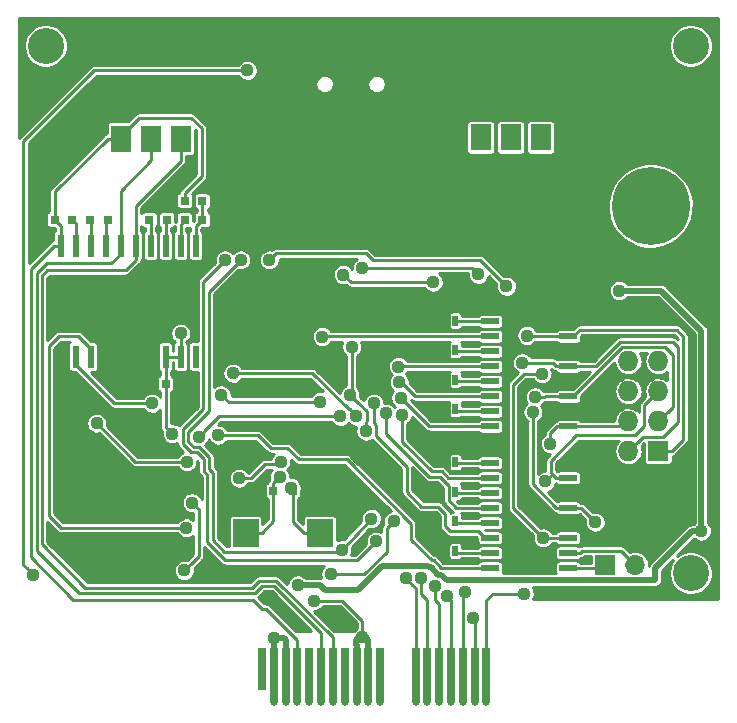
<source format=gbl>
G04 #@! TF.FileFunction,Copper,L2,Bot,Signal*
%FSLAX46Y46*%
G04 Gerber Fmt 4.6, Leading zero omitted, Abs format (unit mm)*
G04 Created by KiCad (PCBNEW 4.0.7) date 01/05/18 11:34:56*
%MOMM*%
%LPD*%
G01*
G04 APERTURE LIST*
%ADD10C,0.100000*%
%ADD11C,3.048000*%
%ADD12R,0.800000X0.750000*%
%ADD13R,0.650000X3.600000*%
%ADD14R,0.650000X4.600000*%
%ADD15O,0.650000X0.650000*%
%ADD16R,1.778000X2.286000*%
%ADD17R,1.727200X1.727200*%
%ADD18O,1.727200X1.727200*%
%ADD19C,6.604000*%
%ADD20R,0.500000X0.900000*%
%ADD21R,0.600000X1.950000*%
%ADD22R,1.500000X0.600000*%
%ADD23R,2.199640X2.400300*%
%ADD24R,1.700000X1.700000*%
%ADD25O,1.700000X1.700000*%
%ADD26C,1.117600*%
%ADD27C,0.254000*%
%ADD28C,0.508000*%
G04 APERTURE END LIST*
D10*
D11*
X177292000Y-117398800D03*
X177292000Y-72745600D03*
D12*
X135940000Y-87466000D03*
X134440000Y-87466000D03*
X135940000Y-85866000D03*
X134440000Y-85866000D03*
X132830000Y-101346000D03*
X131330000Y-101346000D03*
X132940000Y-87466000D03*
X131440000Y-87466000D03*
X126440000Y-87466000D03*
X127940000Y-87466000D03*
X123440000Y-87466000D03*
X124940000Y-87466000D03*
X141950000Y-110400000D03*
X140450000Y-110400000D03*
X143600000Y-110400000D03*
X145100000Y-110400000D03*
D13*
X141000000Y-125500000D03*
D14*
X142000000Y-126000000D03*
X143000000Y-126000000D03*
X144000000Y-126000000D03*
X145000000Y-126000000D03*
X146000000Y-126000000D03*
X147000000Y-126000000D03*
X148000000Y-126000000D03*
X149000000Y-126000000D03*
X150000000Y-126000000D03*
X151000000Y-126000000D03*
X156000000Y-126000000D03*
X157000000Y-126000000D03*
X158000000Y-126000000D03*
X159000000Y-126000000D03*
X160000000Y-126000000D03*
X154000000Y-126000000D03*
X155000000Y-126000000D03*
D15*
X144000000Y-128300000D03*
X145000000Y-128300000D03*
X146000000Y-128300000D03*
X147000000Y-128300000D03*
X148000000Y-128300000D03*
X149000000Y-128300000D03*
X150000000Y-128300000D03*
X156000000Y-128300000D03*
X157000000Y-128300000D03*
X143000000Y-128300000D03*
X155000000Y-128300000D03*
X158000000Y-128300000D03*
X151000000Y-128300000D03*
X154000000Y-128300000D03*
X159000000Y-128300000D03*
X160000000Y-128300000D03*
X142000000Y-128300000D03*
D16*
X134140000Y-80600000D03*
X131600000Y-80600000D03*
X129060000Y-80600000D03*
X164600000Y-80500000D03*
X162060000Y-80500000D03*
X159520000Y-80500000D03*
D17*
X174562000Y-107080000D03*
D18*
X172022000Y-107080000D03*
X174562000Y-104540000D03*
X172022000Y-104540000D03*
X174562000Y-102000000D03*
X172022000Y-102000000D03*
X174562000Y-99460000D03*
X172022000Y-99460000D03*
D19*
X173900000Y-86300000D03*
X173900000Y-79137200D03*
D20*
X157370000Y-96008000D03*
X155870000Y-96008000D03*
X157370000Y-108008000D03*
X155870000Y-108008000D03*
X157370000Y-98508000D03*
X155870000Y-98508000D03*
X157370000Y-110508000D03*
X155870000Y-110508000D03*
X157370000Y-101008000D03*
X155870000Y-101008000D03*
X157370000Y-113008000D03*
X155870000Y-113008000D03*
X157370000Y-103508000D03*
X155870000Y-103508000D03*
D21*
X135370000Y-99066000D03*
X134100000Y-99066000D03*
X132830000Y-99066000D03*
X131560000Y-99066000D03*
X130290000Y-99066000D03*
X129020000Y-99066000D03*
X127750000Y-99066000D03*
X126480000Y-99066000D03*
X125210000Y-99066000D03*
X123940000Y-99066000D03*
X123940000Y-89666000D03*
X125210000Y-89666000D03*
X126480000Y-89666000D03*
X127750000Y-89666000D03*
X129020000Y-89666000D03*
X130290000Y-89666000D03*
X131560000Y-89666000D03*
X132830000Y-89666000D03*
X134100000Y-89666000D03*
X135370000Y-89666000D03*
D22*
X160320000Y-104953000D03*
X160320000Y-103683000D03*
X160320000Y-102413000D03*
X160320000Y-101143000D03*
X160320000Y-99873000D03*
X160320000Y-98603000D03*
X160320000Y-97333000D03*
X160320000Y-96063000D03*
X166920000Y-96063000D03*
X166920000Y-97333000D03*
X166920000Y-98603000D03*
X166920000Y-99873000D03*
X166920000Y-101143000D03*
X166920000Y-102413000D03*
X166920000Y-103683000D03*
X166920000Y-104953000D03*
X160320000Y-116953000D03*
X160320000Y-115683000D03*
X160320000Y-114413000D03*
X160320000Y-113143000D03*
X160320000Y-111873000D03*
X160320000Y-110603000D03*
X160320000Y-109333000D03*
X160320000Y-108063000D03*
X166920000Y-108063000D03*
X166920000Y-109333000D03*
X166920000Y-110603000D03*
X166920000Y-111873000D03*
X166920000Y-113143000D03*
X166920000Y-114413000D03*
X166920000Y-115683000D03*
X166920000Y-116953000D03*
D23*
X139600400Y-114000000D03*
X145899600Y-114000000D03*
D11*
X122682000Y-72745600D03*
D24*
X170027600Y-116687600D03*
D25*
X172567600Y-116687600D03*
D20*
X157366400Y-115519200D03*
X155866400Y-115519200D03*
D26*
X148440770Y-102327718D03*
X149782711Y-105374892D03*
X148590000Y-98222010D03*
X163449000Y-116459000D03*
X129286000Y-117348000D03*
X145669000Y-111887000D03*
X140258800Y-106680000D03*
X145379781Y-105481648D03*
X147320000Y-105460800D03*
X154432000Y-110134400D03*
X141427200Y-119380000D03*
X132791200Y-116382800D03*
X134670800Y-114909600D03*
X123952000Y-107086400D03*
X170332400Y-101549200D03*
X147015200Y-121513600D03*
X137414000Y-107848400D03*
X139090400Y-111404400D03*
X152298400Y-110083600D03*
X145135600Y-93726000D03*
X139852400Y-99110800D03*
X153263600Y-93776800D03*
X144018000Y-121818400D03*
X134418957Y-117171260D03*
X135075149Y-111429790D03*
X147880032Y-92112983D03*
X155498800Y-92760800D03*
X135635989Y-105834166D03*
X147616771Y-104128830D03*
X134634445Y-107981486D03*
X127000000Y-104698800D03*
X137546433Y-102296148D03*
X145922169Y-102867685D03*
X133400767Y-105580151D03*
X141630400Y-90881200D03*
X134112000Y-97078800D03*
X161696400Y-93116400D03*
X145375744Y-119734494D03*
X121646975Y-117519425D03*
X139750800Y-74828400D03*
X149504400Y-122834400D03*
X146812000Y-117475000D03*
X152134935Y-113006185D03*
X142479822Y-109265728D03*
X143459157Y-110151982D03*
X144018000Y-118383222D03*
X171246800Y-93472000D03*
X178206400Y-113842800D03*
X141986000Y-122885200D03*
X150666423Y-114681000D03*
X137871200Y-90881200D03*
X150266400Y-112776000D03*
X147731613Y-115411196D03*
X139192000Y-90881200D03*
X155631918Y-118508936D03*
X164134800Y-102463600D03*
X156668684Y-119327265D03*
X165404800Y-106426000D03*
X158142001Y-119010811D03*
X164998400Y-109626400D03*
X158889000Y-121158000D03*
X163938742Y-103769779D03*
X169214800Y-113080800D03*
X163195000Y-119126000D03*
X164705217Y-100507809D03*
X164806600Y-114413000D03*
X153155636Y-117805210D03*
X163423600Y-97282000D03*
X154499847Y-117805210D03*
X163042621Y-99578557D03*
X148972700Y-104099482D03*
X138525346Y-100479800D03*
X131673600Y-103022400D03*
X142595600Y-107950000D03*
X139060430Y-109348850D03*
X134595780Y-113563410D03*
X159308800Y-92100400D03*
X149504400Y-91541600D03*
X137312400Y-105714800D03*
X146091035Y-97362085D03*
X152551785Y-99907228D03*
X152601364Y-101227109D03*
X152740890Y-102540531D03*
X152821388Y-103992794D03*
X151505559Y-103878175D03*
X150461781Y-103015591D03*
D27*
X148440770Y-102327718D02*
X148999569Y-102886517D01*
X149075459Y-102886517D02*
X149861702Y-103672760D01*
X148590000Y-98222010D02*
X148590000Y-102178488D01*
X149861702Y-103672760D02*
X149861702Y-104505639D01*
X148999569Y-102886517D02*
X149075459Y-102886517D01*
X148590000Y-102178488D02*
X148440770Y-102327718D01*
X149861702Y-104505639D02*
X149782711Y-104584630D01*
X149782711Y-104584630D02*
X149782711Y-105374892D01*
X163449000Y-116459000D02*
X163449000Y-115668738D01*
X163449000Y-115668738D02*
X162588262Y-114808000D01*
X144018000Y-121818400D02*
X141579600Y-119380000D01*
X141579600Y-119380000D02*
X141427200Y-119380000D01*
X139090400Y-111404400D02*
X138171429Y-110485429D01*
X138171429Y-110485429D02*
X138171429Y-108767371D01*
X139700001Y-107238799D02*
X140258800Y-106680000D01*
X138171429Y-108767371D02*
X139700001Y-107238799D01*
X139090400Y-111404400D02*
X139445600Y-111404400D01*
X139445600Y-111404400D02*
X140450000Y-110400000D01*
X139090400Y-111404400D02*
X137414000Y-109728000D01*
X137414000Y-109728000D02*
X137414000Y-107848400D01*
X134670800Y-114909600D02*
X134264400Y-114909600D01*
X134264400Y-114909600D02*
X132791200Y-116382800D01*
X129286000Y-117348000D02*
X130251200Y-116382800D01*
X130251200Y-116382800D02*
X132791200Y-116382800D01*
X155870000Y-110508000D02*
X154805600Y-110508000D01*
X154805600Y-110508000D02*
X154432000Y-110134400D01*
X141528800Y-119380000D02*
X141427200Y-119380000D01*
D28*
X144018000Y-121818400D02*
X143459201Y-121259601D01*
D27*
X143459201Y-121259601D02*
X143408401Y-121259601D01*
X123940000Y-99066000D02*
X123940000Y-107074400D01*
X123940000Y-107074400D02*
X123952000Y-107086400D01*
X166920000Y-103683000D02*
X168198600Y-103683000D01*
X168198600Y-103683000D02*
X170332400Y-101549200D01*
X135633948Y-115956269D02*
X134977756Y-116612461D01*
X134977756Y-116612461D02*
X134418957Y-117171260D01*
X135633948Y-111988589D02*
X135633948Y-115956269D01*
X135075149Y-111429790D02*
X135633948Y-111988589D01*
X155498800Y-92760800D02*
X148527849Y-92760800D01*
X148527849Y-92760800D02*
X148438831Y-92671782D01*
X148438831Y-92671782D02*
X147880032Y-92112983D01*
X135940000Y-87466000D02*
X135940000Y-85866000D01*
X135370000Y-89666000D02*
X135370000Y-88036000D01*
X135370000Y-88036000D02*
X135940000Y-87466000D01*
X134100000Y-89666000D02*
X134100000Y-87806000D01*
X134100000Y-87806000D02*
X134440000Y-87466000D01*
X123940000Y-89666000D02*
X123386000Y-89666000D01*
X144000000Y-123094154D02*
X144000000Y-123446000D01*
X141327248Y-120421402D02*
X144000000Y-123094154D01*
X140213076Y-119634000D02*
X141000478Y-120421402D01*
X121412000Y-91640000D02*
X121412000Y-116027200D01*
X123386000Y-89666000D02*
X121412000Y-91640000D01*
X144000000Y-123446000D02*
X144000000Y-126000000D01*
X125018800Y-119634000D02*
X140213076Y-119634000D01*
X121412000Y-116027200D02*
X125018800Y-119634000D01*
X141000478Y-120421402D02*
X141327248Y-120421402D01*
X123440000Y-87466000D02*
X123440000Y-85077000D01*
X123440000Y-85077000D02*
X127917000Y-80600000D01*
X127917000Y-80600000D02*
X129060000Y-80600000D01*
X135007962Y-78841600D02*
X130564400Y-78841600D01*
X130564400Y-78841600D02*
X129060000Y-80346000D01*
X129060000Y-80346000D02*
X129060000Y-80600000D01*
X135890000Y-83787000D02*
X135890000Y-79723638D01*
X135890000Y-79723638D02*
X135007962Y-78841600D01*
X134440000Y-85866000D02*
X134440000Y-85237000D01*
X134440000Y-85237000D02*
X135890000Y-83787000D01*
X123940000Y-89666000D02*
X123940000Y-87966000D01*
X123940000Y-87966000D02*
X123440000Y-87466000D01*
X130282686Y-107981486D02*
X133844183Y-107981486D01*
X127000000Y-104698800D02*
X130282686Y-107981486D01*
X133844183Y-107981486D02*
X134634445Y-107981486D01*
X136194788Y-105275367D02*
X135635989Y-105834166D01*
X137341325Y-104128830D02*
X136194788Y-105275367D01*
X147616771Y-104128830D02*
X137341325Y-104128830D01*
X145922169Y-102867685D02*
X138117970Y-102867685D01*
X138105232Y-102854947D02*
X137546433Y-102296148D01*
X138117970Y-102867685D02*
X138105232Y-102854947D01*
X132830000Y-101346000D02*
X132830000Y-105009384D01*
X132830000Y-105009384D02*
X132841968Y-105021352D01*
X132841968Y-105021352D02*
X133400767Y-105580151D01*
X149804123Y-90322401D02*
X150362922Y-90881200D01*
X141630400Y-90881200D02*
X142189199Y-90322401D01*
X150362922Y-90881200D02*
X159461200Y-90881200D01*
X161137601Y-92557601D02*
X161696400Y-93116400D01*
X159461200Y-90881200D02*
X161137601Y-92557601D01*
X142189199Y-90322401D02*
X149804123Y-90322401D01*
X134100000Y-99066000D02*
X134100000Y-97090800D01*
X134100000Y-97090800D02*
X134112000Y-97078800D01*
X132830000Y-99066000D02*
X132830000Y-101346000D01*
X132830000Y-99066000D02*
X134100000Y-99066000D01*
X132830000Y-89666000D02*
X132830000Y-87576000D01*
X132830000Y-87576000D02*
X132940000Y-87466000D01*
X131560000Y-89666000D02*
X131560000Y-87586000D01*
X131560000Y-87586000D02*
X131440000Y-87466000D01*
X126480000Y-89666000D02*
X126480000Y-87506000D01*
X126480000Y-87506000D02*
X126440000Y-87466000D01*
X127750000Y-89666000D02*
X127750000Y-87656000D01*
X127750000Y-87656000D02*
X127940000Y-87466000D01*
X147776094Y-119734494D02*
X149504400Y-121462800D01*
X149504400Y-121462800D02*
X149504400Y-122834400D01*
X145375744Y-119734494D02*
X147776094Y-119734494D01*
X126796800Y-74828400D02*
X120802400Y-80822800D01*
X139750800Y-74828400D02*
X126796800Y-74828400D01*
X121088176Y-116960626D02*
X121646975Y-117519425D01*
X120802400Y-116674850D02*
X121088176Y-116960626D01*
X120802400Y-80822800D02*
X120802400Y-116674850D01*
D28*
X149250400Y-122834400D02*
X149504400Y-122834400D01*
X149504400Y-122834400D02*
X149809200Y-122834400D01*
X149809200Y-122834400D02*
X150000000Y-123025200D01*
X149000000Y-123446000D02*
X148996400Y-123442400D01*
X149000000Y-126000000D02*
X149000000Y-123446000D01*
X148996400Y-123442400D02*
X148996400Y-123088400D01*
X148996400Y-123088400D02*
X149250400Y-122834400D01*
X150000000Y-123025200D02*
X150000000Y-126000000D01*
D27*
X125210000Y-89666000D02*
X125210000Y-87736000D01*
X125210000Y-87736000D02*
X124940000Y-87466000D01*
X146812000Y-117475000D02*
X149644761Y-117475000D01*
X149644761Y-117475000D02*
X151555423Y-115564338D01*
X151555423Y-115564338D02*
X151555423Y-113585697D01*
X151555423Y-113585697D02*
X151576136Y-113564984D01*
X151576136Y-113564984D02*
X152134935Y-113006185D01*
X142455272Y-109265728D02*
X142479822Y-109265728D01*
X141950000Y-110400000D02*
X141950000Y-109771000D01*
X141950000Y-109771000D02*
X142455272Y-109265728D01*
X139600400Y-114000000D02*
X140954220Y-114000000D01*
X140954220Y-114000000D02*
X141950000Y-113004220D01*
X141950000Y-113004220D02*
X141950000Y-111029000D01*
X141950000Y-111029000D02*
X141950000Y-110400000D01*
X143600000Y-110400000D02*
X143600000Y-110292825D01*
X143600000Y-110292825D02*
X143459157Y-110151982D01*
X145899600Y-114000000D02*
X144545780Y-114000000D01*
X144545780Y-114000000D02*
X143600000Y-113054220D01*
X143600000Y-113054220D02*
X143600000Y-111029000D01*
X143600000Y-111029000D02*
X143600000Y-110400000D01*
D28*
X144808262Y-118383222D02*
X144018000Y-118383222D01*
X145866022Y-118383222D02*
X144808262Y-118383222D01*
X146304000Y-118821200D02*
X145866022Y-118383222D01*
X149124757Y-118821200D02*
X146304000Y-118821200D01*
X151156757Y-116789200D02*
X149124757Y-118821200D01*
X155015839Y-116789200D02*
X151156757Y-116789200D01*
X155110251Y-116883612D02*
X155015839Y-116789200D01*
X155275014Y-116883612D02*
X155110251Y-116883612D01*
X155928612Y-117537211D02*
X155275014Y-116883612D01*
X174294800Y-117957600D02*
X174257599Y-117994801D01*
X156182613Y-117537211D02*
X155928612Y-117537211D01*
X156640203Y-117994801D02*
X156182613Y-117537211D01*
X174257599Y-117994801D02*
X156640203Y-117994801D01*
X174294800Y-116964138D02*
X174294800Y-117957600D01*
X177416138Y-113842800D02*
X174294800Y-116964138D01*
X178206400Y-113842800D02*
X177416138Y-113842800D01*
X174802800Y-93472000D02*
X171246800Y-93472000D01*
X178206400Y-96875600D02*
X174802800Y-93472000D01*
X178206400Y-113842800D02*
X178206400Y-96875600D01*
X143002000Y-123037600D02*
X142849600Y-122885200D01*
X143000000Y-123446000D02*
X143002000Y-123444000D01*
X143000000Y-126000000D02*
X143000000Y-123446000D01*
X143002000Y-123444000D02*
X143002000Y-123037600D01*
X142849600Y-122885200D02*
X141986000Y-122885200D01*
X142000000Y-126000000D02*
X142000000Y-123446000D01*
X142000000Y-123446000D02*
X141986000Y-123432000D01*
X141986000Y-123432000D02*
X141986000Y-122885200D01*
D27*
X137631018Y-116048002D02*
X137883213Y-116300197D01*
X137883213Y-116300197D02*
X149047226Y-116300197D01*
X149047226Y-116300197D02*
X150666423Y-114681000D01*
X136377784Y-109079299D02*
X136377786Y-114794770D01*
X136377786Y-114794770D02*
X137631018Y-116048002D01*
X136067788Y-108769303D02*
X136377784Y-109079299D01*
X135019886Y-107180378D02*
X135477965Y-107180378D01*
X134289777Y-106450269D02*
X135019886Y-107180378D01*
X134289777Y-105218063D02*
X134289777Y-106450269D01*
X135477965Y-107180378D02*
X136067788Y-107770201D01*
X136018131Y-103489709D02*
X134289777Y-105218063D01*
X136067788Y-107770201D02*
X136067788Y-108769303D01*
X136018131Y-92734269D02*
X136018131Y-103489709D01*
X137871200Y-90881200D02*
X136018131Y-92734269D01*
X146685000Y-115590792D02*
X146863408Y-115590792D01*
X137820400Y-115590792D02*
X146685000Y-115590792D01*
X146685000Y-115590792D02*
X147552017Y-115590792D01*
X147552017Y-115590792D02*
X147731613Y-115411196D01*
X136834995Y-108889917D02*
X136834995Y-114605387D01*
X135667347Y-106723167D02*
X136524999Y-107580819D01*
X135209268Y-106723167D02*
X135667347Y-106723167D01*
X134746988Y-106260887D02*
X135209268Y-106723167D01*
X136524999Y-108579921D02*
X136834995Y-108889917D01*
X134746988Y-105407445D02*
X134746988Y-106260887D01*
X136475342Y-103679091D02*
X134746988Y-105407445D01*
X136475342Y-93597858D02*
X136475342Y-103679091D01*
X136834995Y-114605387D02*
X137820400Y-115590792D01*
X136524999Y-107580819D02*
X136524999Y-108579921D01*
X139192000Y-90881200D02*
X136475342Y-93597858D01*
X150266400Y-112776000D02*
X147731613Y-115411196D01*
X147653670Y-115388730D02*
X147709147Y-115388730D01*
X147709147Y-115388730D02*
X147731613Y-115411196D01*
X141000478Y-118490998D02*
X142009767Y-118490998D01*
X140416265Y-119075211D02*
X141000478Y-118490998D01*
X125476011Y-119075211D02*
X140416265Y-119075211D01*
X121919990Y-92012618D02*
X121919990Y-115519190D01*
X121970800Y-91961808D02*
X121919990Y-92012618D01*
X146000000Y-123446000D02*
X146000000Y-126000000D01*
X146000000Y-122481231D02*
X146000000Y-123446000D01*
X142009767Y-118490998D02*
X146000000Y-122481231D01*
X121919990Y-115519190D02*
X125476011Y-119075211D01*
X129020000Y-89666000D02*
X129020000Y-90341000D01*
X129020000Y-90341000D02*
X128225800Y-91135200D01*
X128225800Y-91135200D02*
X122783600Y-91135200D01*
X122783600Y-91135200D02*
X121970800Y-91948000D01*
X121970800Y-91948000D02*
X121970800Y-91961808D01*
X129020000Y-85000400D02*
X131600000Y-82420400D01*
X131600000Y-82420400D02*
X131600000Y-80600000D01*
X129020000Y-89666000D02*
X129020000Y-85000400D01*
X147000000Y-123446000D02*
X147000000Y-126000000D01*
X147000000Y-122834638D02*
X147000000Y-123446000D01*
X142199149Y-118033787D02*
X147000000Y-122834638D01*
X122377200Y-114960400D02*
X126034800Y-118618000D01*
X122377200Y-113639600D02*
X122377200Y-114960400D01*
X140760296Y-118033787D02*
X142199149Y-118033787D01*
X126034800Y-118618000D02*
X140176083Y-118618000D01*
X140176083Y-118618000D02*
X140760296Y-118033787D01*
X122377200Y-113639600D02*
X122377200Y-113741200D01*
X122377200Y-113639600D02*
X122377200Y-92202000D01*
X122377200Y-92202000D02*
X122834400Y-91744800D01*
X122834400Y-91744800D02*
X129440200Y-91744800D01*
X129440200Y-91744800D02*
X130290000Y-90895000D01*
X130290000Y-90895000D02*
X130290000Y-89666000D01*
X130290000Y-86321200D02*
X134140000Y-82471200D01*
X134140000Y-82471200D02*
X134140000Y-80600000D01*
X130290000Y-89666000D02*
X130290000Y-86321200D01*
X155631918Y-119299198D02*
X155631918Y-118508936D01*
X155631918Y-119681808D02*
X155631918Y-119299198D01*
X156000000Y-126000000D02*
X156000000Y-120049890D01*
X156000000Y-120049890D02*
X155631918Y-119681808D01*
X166920000Y-102413000D02*
X165330129Y-102413000D01*
X164134800Y-102463600D02*
X164925062Y-102463600D01*
X164925062Y-102463600D02*
X164975662Y-102413000D01*
X164975662Y-102413000D02*
X165330129Y-102413000D01*
X175755801Y-103346199D02*
X175425599Y-103676401D01*
X171516801Y-98266199D02*
X175135025Y-98266199D01*
X175135025Y-98266199D02*
X175755801Y-98886975D01*
X175755801Y-98886975D02*
X175755801Y-103346199D01*
X175425599Y-103676401D02*
X174562000Y-104540000D01*
X166920000Y-102413000D02*
X167370000Y-102413000D01*
X167370000Y-102413000D02*
X171516801Y-98266199D01*
X157000000Y-126000000D02*
X157000000Y-119658581D01*
X157000000Y-119658581D02*
X156668684Y-119327265D01*
X166920000Y-104953000D02*
X166014400Y-104953000D01*
X165404800Y-106426000D02*
X165404800Y-105562600D01*
X165404800Y-105562600D02*
X166014400Y-104953000D01*
X166920000Y-104953000D02*
X171609000Y-104953000D01*
X171609000Y-104953000D02*
X172022000Y-104540000D01*
X158000000Y-126000000D02*
X158000000Y-119152812D01*
X158000000Y-119152812D02*
X158142001Y-119010811D01*
X164998400Y-109626400D02*
X165557199Y-109067601D01*
X165557199Y-109067601D02*
X165650601Y-109067601D01*
X165650601Y-109067601D02*
X165916000Y-109333000D01*
X172599399Y-105733801D02*
X173368199Y-104965001D01*
X173368199Y-104965001D02*
X173368199Y-103193801D01*
X173368199Y-103193801D02*
X173698401Y-102863599D01*
X173698401Y-102863599D02*
X174562000Y-102000000D01*
X165455600Y-108872600D02*
X165455600Y-107883038D01*
X165455600Y-107883038D02*
X167604837Y-105733801D01*
X167604837Y-105733801D02*
X172599399Y-105733801D01*
X166920000Y-109333000D02*
X165916000Y-109333000D01*
X165916000Y-109333000D02*
X165455600Y-108872600D01*
X159000000Y-126000000D02*
X159000000Y-121269000D01*
X159000000Y-121269000D02*
X158889000Y-121158000D01*
X163938742Y-103769779D02*
X163938742Y-104560041D01*
X163938742Y-104560041D02*
X163931600Y-104567183D01*
X163931600Y-104567183D02*
X163931600Y-109888600D01*
X165916000Y-111873000D02*
X163931600Y-109888600D01*
X166920000Y-111873000D02*
X165916000Y-111873000D01*
X169214800Y-113080800D02*
X168007000Y-111873000D01*
X168007000Y-111873000D02*
X166920000Y-111873000D01*
X163195000Y-119126000D02*
X160528000Y-119126000D01*
X160528000Y-119126000D02*
X160000000Y-119654000D01*
X160000000Y-119654000D02*
X160000000Y-126000000D01*
X160000000Y-126000000D02*
X160000000Y-123446000D01*
X164806600Y-114413000D02*
X162255200Y-111861600D01*
X162255200Y-111861600D02*
X162255200Y-101447600D01*
X162255200Y-101447600D02*
X163194991Y-100507809D01*
X163194991Y-100507809D02*
X164705217Y-100507809D01*
X164806600Y-114413000D02*
X166920000Y-114413000D01*
X154000000Y-126000000D02*
X154000000Y-118649574D01*
X153714435Y-118364009D02*
X153155636Y-117805210D01*
X154000000Y-118649574D02*
X153714435Y-118364009D01*
X167370000Y-97333000D02*
X167924000Y-96779000D01*
X166920000Y-97333000D02*
X167370000Y-97333000D01*
X176123600Y-96779000D02*
X176123600Y-96824800D01*
X167924000Y-96779000D02*
X176123600Y-96779000D01*
X176123600Y-96824800D02*
X176670223Y-97371423D01*
X176670223Y-97371423D02*
X176670223Y-106089377D01*
X176670223Y-106089377D02*
X175679600Y-107080000D01*
X175679600Y-107080000D02*
X174562000Y-107080000D01*
X166920000Y-97333000D02*
X163474600Y-97333000D01*
X163474600Y-97333000D02*
X163423600Y-97282000D01*
X154499847Y-119196330D02*
X154499847Y-118595472D01*
X154499847Y-118595472D02*
X154499847Y-117805210D01*
X155000000Y-126000000D02*
X155000000Y-119696483D01*
X155000000Y-119696483D02*
X154499847Y-119196330D01*
X163832883Y-99578557D02*
X163042621Y-99578557D01*
X165621557Y-99578557D02*
X163832883Y-99578557D01*
X165916000Y-99873000D02*
X165621557Y-99578557D01*
X166920000Y-99873000D02*
X165916000Y-99873000D01*
X174963815Y-105886199D02*
X173215801Y-105886199D01*
X176213012Y-104637002D02*
X174963815Y-105886199D01*
X166920000Y-99873000D02*
X169263407Y-99873000D01*
X176213012Y-98235012D02*
X176213012Y-104637002D01*
X173215801Y-105886199D02*
X172885599Y-106216401D01*
X172885599Y-106216401D02*
X172022000Y-107080000D01*
X169263407Y-99873000D02*
X171327419Y-97808988D01*
X171327419Y-97808988D02*
X175786988Y-97808988D01*
X175786988Y-97808988D02*
X176213012Y-98235012D01*
X166920000Y-99873000D02*
X166470000Y-99873000D01*
X138525346Y-100479800D02*
X145271907Y-100479800D01*
X148332790Y-103540683D02*
X148413901Y-103540683D01*
X145271907Y-100479800D02*
X148332790Y-103540683D01*
X148413901Y-103540683D02*
X148972700Y-104099482D01*
X125210000Y-99066000D02*
X125210000Y-99741000D01*
X125210000Y-99741000D02*
X128491400Y-103022400D01*
X128491400Y-103022400D02*
X131673600Y-103022400D01*
X160320000Y-96063000D02*
X157425000Y-96063000D01*
X157425000Y-96063000D02*
X157370000Y-96008000D01*
X160320000Y-108063000D02*
X157425000Y-108063000D01*
X157425000Y-108063000D02*
X157370000Y-108008000D01*
X160320000Y-98603000D02*
X157465000Y-98603000D01*
X157465000Y-98603000D02*
X157370000Y-98508000D01*
X160320000Y-110603000D02*
X157465000Y-110603000D01*
X157465000Y-110603000D02*
X157370000Y-110508000D01*
X160320000Y-101143000D02*
X157505000Y-101143000D01*
X157505000Y-101143000D02*
X157370000Y-101008000D01*
X160320000Y-113143000D02*
X157505000Y-113143000D01*
X157505000Y-113143000D02*
X157370000Y-113008000D01*
X160320000Y-103683000D02*
X157545000Y-103683000D01*
X157545000Y-103683000D02*
X157370000Y-103508000D01*
X142378250Y-108167350D02*
X142595600Y-107950000D01*
X141224000Y-108167350D02*
X142378250Y-108167350D01*
X141224000Y-108167350D02*
X140042500Y-109348850D01*
X140042500Y-109348850D02*
X139850692Y-109348850D01*
X139850692Y-109348850D02*
X139060430Y-109348850D01*
X126480000Y-99066000D02*
X126480000Y-98391000D01*
X125421800Y-97332800D02*
X123803838Y-97332800D01*
X126480000Y-98391000D02*
X125421800Y-97332800D01*
X123803838Y-97332800D02*
X122936000Y-98200638D01*
X122936000Y-98200638D02*
X122936000Y-112522000D01*
X122936000Y-112522000D02*
X123977410Y-113563410D01*
X123977410Y-113563410D02*
X133805518Y-113563410D01*
X133805518Y-113563410D02*
X134595780Y-113563410D01*
X150294662Y-91541600D02*
X158750000Y-91541600D01*
X158750000Y-91541600D02*
X159308800Y-92100400D01*
X149504400Y-91541600D02*
X150294662Y-91541600D01*
X160320000Y-116953000D02*
X156170600Y-116953000D01*
X155352239Y-116299401D02*
X153619200Y-114566362D01*
X153619200Y-114566362D02*
X153619200Y-113233200D01*
X153619200Y-113233200D02*
X148158167Y-107772167D01*
X156170600Y-116953000D02*
X155517001Y-116299401D01*
X155517001Y-116299401D02*
X155352239Y-116299401D01*
X148158167Y-107772167D02*
X144087695Y-107772167D01*
X144087695Y-107772167D02*
X143134999Y-106819471D01*
X138102662Y-105714800D02*
X137312400Y-105714800D01*
X143134999Y-106819471D02*
X141733479Y-106819471D01*
X141733479Y-106819471D02*
X140628808Y-105714800D01*
X140628808Y-105714800D02*
X138102662Y-105714800D01*
X160320000Y-97333000D02*
X146120120Y-97333000D01*
X146120120Y-97333000D02*
X146091035Y-97362085D01*
X160320000Y-99873000D02*
X152586013Y-99873000D01*
X152586013Y-99873000D02*
X152551785Y-99907228D01*
X160320000Y-102413000D02*
X153929081Y-102413000D01*
X152743190Y-101227109D02*
X152601364Y-101227109D01*
X153929081Y-102413000D02*
X152743190Y-101227109D01*
X153299689Y-103099330D02*
X152740890Y-102540531D01*
X155153359Y-104953000D02*
X153299689Y-103099330D01*
X160320000Y-104953000D02*
X155153359Y-104953000D01*
X152821388Y-104783056D02*
X152821388Y-103992794D01*
X156766392Y-109333000D02*
X156221594Y-108788201D01*
X155355839Y-108788201D02*
X152821388Y-106253750D01*
X152821388Y-106253750D02*
X152821388Y-104783056D01*
X160320000Y-109333000D02*
X156766392Y-109333000D01*
X156221594Y-108788201D02*
X155355839Y-108788201D01*
X156789799Y-110002999D02*
X156032212Y-109245412D01*
X156789799Y-111222161D02*
X156789799Y-110002999D01*
X157440638Y-111873000D02*
X156789799Y-111222161D01*
X160320000Y-111873000D02*
X157440638Y-111873000D01*
X156032212Y-109245412D02*
X155166457Y-109245412D01*
X151505559Y-105584514D02*
X151505559Y-104668437D01*
X151505559Y-104668437D02*
X151505559Y-103878175D01*
X155166457Y-109245412D02*
X151505559Y-105584514D01*
X156926638Y-113859000D02*
X156514800Y-113447162D01*
X150461781Y-103805853D02*
X150461781Y-103015591D01*
X150461781Y-104673743D02*
X150461781Y-103805853D01*
X156514800Y-112358438D02*
X155916362Y-111760000D01*
X153263600Y-108393501D02*
X150671713Y-105801614D01*
X159316000Y-113859000D02*
X156926638Y-113859000D01*
X150671713Y-105801614D02*
X150671713Y-104883675D01*
X150671713Y-104883675D02*
X150461781Y-104673743D01*
X159870000Y-114413000D02*
X159316000Y-113859000D01*
X153263600Y-110540800D02*
X153263600Y-108393501D01*
X156514800Y-113447162D02*
X156514800Y-112358438D01*
X155916362Y-111760000D02*
X154482800Y-111760000D01*
X160320000Y-114413000D02*
X159870000Y-114413000D01*
X154482800Y-111760000D02*
X153263600Y-110540800D01*
X166920000Y-116953000D02*
X169762200Y-116953000D01*
X169762200Y-116953000D02*
X170027600Y-116687600D01*
X166920000Y-115683000D02*
X167924000Y-115683000D01*
X167924000Y-115683000D02*
X168099601Y-115507399D01*
X168099601Y-115507399D02*
X171387399Y-115507399D01*
X171387399Y-115507399D02*
X172567600Y-116687600D01*
X160320000Y-115683000D02*
X157530200Y-115683000D01*
X157530200Y-115683000D02*
X157366400Y-115519200D01*
G36*
X145173191Y-122301000D02*
X143853424Y-122301000D01*
X141650537Y-120098113D01*
X141617909Y-120071311D01*
X141585551Y-120044160D01*
X141583445Y-120043002D01*
X141581587Y-120041476D01*
X141544392Y-120021532D01*
X141507358Y-120001173D01*
X141505063Y-120000445D01*
X141502948Y-119999311D01*
X141462551Y-119986960D01*
X141422305Y-119974193D01*
X141419922Y-119973926D01*
X141417617Y-119973221D01*
X141375491Y-119968942D01*
X141333632Y-119964247D01*
X141328942Y-119964214D01*
X141328844Y-119964204D01*
X141328753Y-119964213D01*
X141327248Y-119964202D01*
X141189857Y-119964202D01*
X140676106Y-119450452D01*
X140702049Y-119429294D01*
X140735008Y-119402983D01*
X140738350Y-119399688D01*
X140738424Y-119399627D01*
X140738481Y-119399558D01*
X140739554Y-119398500D01*
X141189856Y-118948198D01*
X141820389Y-118948198D01*
X145173191Y-122301000D01*
X145173191Y-122301000D01*
G37*
X145173191Y-122301000D02*
X143853424Y-122301000D01*
X141650537Y-120098113D01*
X141617909Y-120071311D01*
X141585551Y-120044160D01*
X141583445Y-120043002D01*
X141581587Y-120041476D01*
X141544392Y-120021532D01*
X141507358Y-120001173D01*
X141505063Y-120000445D01*
X141502948Y-119999311D01*
X141462551Y-119986960D01*
X141422305Y-119974193D01*
X141419922Y-119973926D01*
X141417617Y-119973221D01*
X141375491Y-119968942D01*
X141333632Y-119964247D01*
X141328942Y-119964214D01*
X141328844Y-119964204D01*
X141328753Y-119964213D01*
X141327248Y-119964202D01*
X141189857Y-119964202D01*
X140676106Y-119450452D01*
X140702049Y-119429294D01*
X140735008Y-119402983D01*
X140738350Y-119399688D01*
X140738424Y-119399627D01*
X140738481Y-119399558D01*
X140739554Y-119398500D01*
X141189856Y-118948198D01*
X141820389Y-118948198D01*
X145173191Y-122301000D01*
G36*
X149047200Y-121652178D02*
X149047200Y-122071112D01*
X148944654Y-122138217D01*
X148820092Y-122260197D01*
X148792153Y-122301000D01*
X147112941Y-122301000D01*
X145436949Y-120625009D01*
X145444277Y-120625162D01*
X145615970Y-120594888D01*
X145778513Y-120531842D01*
X145925715Y-120438425D01*
X146051968Y-120318195D01*
X146141206Y-120191694D01*
X147586716Y-120191694D01*
X149047200Y-121652178D01*
X149047200Y-121652178D01*
G37*
X149047200Y-121652178D02*
X149047200Y-122071112D01*
X148944654Y-122138217D01*
X148820092Y-122260197D01*
X148792153Y-122301000D01*
X147112941Y-122301000D01*
X145436949Y-120625009D01*
X145444277Y-120625162D01*
X145615970Y-120594888D01*
X145778513Y-120531842D01*
X145925715Y-120438425D01*
X146051968Y-120318195D01*
X146141206Y-120191694D01*
X147586716Y-120191694D01*
X149047200Y-121652178D01*
G36*
X142660904Y-70406969D02*
X142695548Y-70411800D01*
X179594800Y-70426916D01*
X179594800Y-108930562D01*
X179573256Y-119573235D01*
X167959626Y-119594800D01*
X163952279Y-119594800D01*
X163971721Y-119567239D01*
X164042632Y-119407970D01*
X164081257Y-119237960D01*
X164084038Y-119038829D01*
X164050174Y-118867808D01*
X163983738Y-118706621D01*
X163898948Y-118579001D01*
X174257599Y-118579001D01*
X174311300Y-118573736D01*
X174365063Y-118569032D01*
X174368014Y-118568175D01*
X174371071Y-118567875D01*
X174422712Y-118552284D01*
X174474552Y-118537223D01*
X174477281Y-118535808D01*
X174480220Y-118534921D01*
X174527874Y-118509583D01*
X174575777Y-118484752D01*
X174578175Y-118482837D01*
X174580890Y-118481394D01*
X174622714Y-118447283D01*
X174664883Y-118413620D01*
X174669163Y-118409400D01*
X174669246Y-118409332D01*
X174669310Y-118409255D01*
X174670691Y-118407893D01*
X174707892Y-118370692D01*
X174742161Y-118328972D01*
X174776831Y-118287654D01*
X174778311Y-118284962D01*
X174780261Y-118282588D01*
X174805758Y-118235037D01*
X174831759Y-118187741D01*
X174832688Y-118184812D01*
X174834139Y-118182106D01*
X174849906Y-118130534D01*
X174866234Y-118079062D01*
X174866577Y-118076007D01*
X174867474Y-118073072D01*
X174872923Y-118019429D01*
X174878943Y-117965757D01*
X174878985Y-117959747D01*
X174878996Y-117959639D01*
X174878986Y-117959538D01*
X174879000Y-117957600D01*
X174879000Y-117206122D01*
X175822990Y-116262132D01*
X175659290Y-116501210D01*
X175516042Y-116835433D01*
X175440439Y-117191114D01*
X175435362Y-117554706D01*
X175501004Y-117912360D01*
X175634864Y-118250452D01*
X175831844Y-118556105D01*
X176084441Y-118817677D01*
X176383034Y-119025204D01*
X176716248Y-119170782D01*
X177071393Y-119248866D01*
X177434941Y-119256481D01*
X177793044Y-119193338D01*
X178132062Y-119061841D01*
X178439083Y-118867000D01*
X178702412Y-118616235D01*
X178912019Y-118319099D01*
X179059919Y-117986908D01*
X179140480Y-117632317D01*
X179146280Y-117216986D01*
X179075651Y-116860284D01*
X178937083Y-116524094D01*
X178735855Y-116221221D01*
X178479631Y-115963201D01*
X178178170Y-115759863D01*
X177842955Y-115618952D01*
X177486755Y-115545835D01*
X177123136Y-115543296D01*
X176765949Y-115611433D01*
X176428800Y-115747650D01*
X176164554Y-115920567D01*
X177595307Y-114489814D01*
X177627434Y-114523083D01*
X177770594Y-114622582D01*
X177930355Y-114692380D01*
X178100630Y-114729817D01*
X178274933Y-114733468D01*
X178446626Y-114703194D01*
X178609169Y-114640148D01*
X178756371Y-114546731D01*
X178882624Y-114426501D01*
X178983121Y-114284039D01*
X179054032Y-114124770D01*
X179092657Y-113954760D01*
X179095438Y-113755629D01*
X179061574Y-113584608D01*
X178995138Y-113423421D01*
X178898659Y-113278208D01*
X178790600Y-113169393D01*
X178790600Y-96875600D01*
X178785335Y-96821899D01*
X178780631Y-96768136D01*
X178779774Y-96765186D01*
X178779474Y-96762128D01*
X178763869Y-96710441D01*
X178748821Y-96658647D01*
X178747409Y-96655922D01*
X178746520Y-96652979D01*
X178721163Y-96605289D01*
X178696351Y-96557422D01*
X178694436Y-96555024D01*
X178692993Y-96552309D01*
X178658882Y-96510485D01*
X178625219Y-96468316D01*
X178620999Y-96464036D01*
X178620931Y-96463953D01*
X178620854Y-96463889D01*
X178619492Y-96462508D01*
X175215892Y-93058908D01*
X175174172Y-93024639D01*
X175132854Y-92989969D01*
X175130162Y-92988489D01*
X175127788Y-92986539D01*
X175080237Y-92961042D01*
X175032941Y-92935041D01*
X175030012Y-92934112D01*
X175027306Y-92932661D01*
X174975734Y-92916894D01*
X174924262Y-92900566D01*
X174921207Y-92900223D01*
X174918272Y-92899326D01*
X174864629Y-92893877D01*
X174810957Y-92887857D01*
X174804947Y-92887815D01*
X174804839Y-92887804D01*
X174804738Y-92887814D01*
X174802800Y-92887800D01*
X171919587Y-92887800D01*
X171816211Y-92783700D01*
X171671676Y-92686209D01*
X171510956Y-92618649D01*
X171340175Y-92583593D01*
X171165838Y-92582375D01*
X170994584Y-92615044D01*
X170832937Y-92680353D01*
X170687054Y-92775817D01*
X170562492Y-92897797D01*
X170463994Y-93041649D01*
X170395314Y-93201893D01*
X170359066Y-93372425D01*
X170356632Y-93546750D01*
X170388104Y-93718227D01*
X170452283Y-93880326D01*
X170546726Y-94026872D01*
X170667834Y-94152283D01*
X170810994Y-94251782D01*
X170970755Y-94321580D01*
X171141030Y-94359017D01*
X171315333Y-94362668D01*
X171487026Y-94332394D01*
X171649569Y-94269348D01*
X171796771Y-94175931D01*
X171922500Y-94056200D01*
X174560816Y-94056200D01*
X177622200Y-97117584D01*
X177622200Y-113170564D01*
X177532301Y-113258600D01*
X177416138Y-113258600D01*
X177362437Y-113263865D01*
X177308674Y-113268569D01*
X177305723Y-113269426D01*
X177302666Y-113269726D01*
X177251025Y-113285317D01*
X177199185Y-113300378D01*
X177196456Y-113301793D01*
X177193517Y-113302680D01*
X177145902Y-113327997D01*
X177097960Y-113352848D01*
X177095558Y-113354766D01*
X177092847Y-113356207D01*
X177051056Y-113390291D01*
X177008855Y-113423980D01*
X177004578Y-113428198D01*
X177004491Y-113428269D01*
X177004424Y-113428350D01*
X177003047Y-113429708D01*
X173881708Y-116551046D01*
X173847439Y-116592766D01*
X173812769Y-116634084D01*
X173811289Y-116636776D01*
X173809339Y-116639150D01*
X173783842Y-116686701D01*
X173757841Y-116733997D01*
X173756912Y-116736926D01*
X173755461Y-116739632D01*
X173739694Y-116791204D01*
X173737929Y-116796769D01*
X173747685Y-116709788D01*
X173747800Y-116693310D01*
X173747800Y-116681890D01*
X173725323Y-116452655D01*
X173658749Y-116232151D01*
X173550614Y-116028777D01*
X173405035Y-115850281D01*
X173227559Y-115703460D01*
X173024946Y-115593907D01*
X172804912Y-115525795D01*
X172575839Y-115501719D01*
X172346453Y-115522595D01*
X172125489Y-115587628D01*
X172118080Y-115591502D01*
X171710688Y-115184110D01*
X171678060Y-115157308D01*
X171645702Y-115130157D01*
X171643596Y-115128999D01*
X171641738Y-115127473D01*
X171604543Y-115107529D01*
X171567509Y-115087170D01*
X171565214Y-115086442D01*
X171563099Y-115085308D01*
X171522702Y-115072957D01*
X171482456Y-115060190D01*
X171480073Y-115059923D01*
X171477768Y-115059218D01*
X171435642Y-115054939D01*
X171393783Y-115050244D01*
X171389093Y-115050211D01*
X171388995Y-115050201D01*
X171388904Y-115050210D01*
X171387399Y-115050199D01*
X168099601Y-115050199D01*
X168057558Y-115054321D01*
X168015498Y-115058001D01*
X168013191Y-115058671D01*
X168010797Y-115058906D01*
X167970401Y-115071103D01*
X167929811Y-115082895D01*
X167927672Y-115084004D01*
X167925376Y-115084697D01*
X167888105Y-115104514D01*
X167864208Y-115116901D01*
X167847554Y-115102707D01*
X167762436Y-115064339D01*
X167670000Y-115051203D01*
X166170000Y-115051203D01*
X166117417Y-115055396D01*
X166028231Y-115083016D01*
X165950270Y-115134388D01*
X165889707Y-115205446D01*
X165851339Y-115290564D01*
X165838203Y-115383000D01*
X165838203Y-115983000D01*
X165842396Y-116035583D01*
X165870016Y-116124769D01*
X165921388Y-116202730D01*
X165992446Y-116263293D01*
X166077564Y-116301661D01*
X166170000Y-116314797D01*
X167670000Y-116314797D01*
X167722583Y-116310604D01*
X167811769Y-116282984D01*
X167889730Y-116231612D01*
X167950293Y-116160554D01*
X167961108Y-116136562D01*
X167966043Y-116136078D01*
X168008103Y-116132398D01*
X168010410Y-116131728D01*
X168012804Y-116131493D01*
X168053200Y-116119296D01*
X168093790Y-116107504D01*
X168095929Y-116106395D01*
X168098225Y-116105702D01*
X168135496Y-116085885D01*
X168173009Y-116066440D01*
X168174885Y-116064942D01*
X168177011Y-116063812D01*
X168209784Y-116037083D01*
X168242743Y-116010772D01*
X168246085Y-116007477D01*
X168246159Y-116007416D01*
X168246216Y-116007347D01*
X168247289Y-116006289D01*
X168288979Y-115964599D01*
X168845803Y-115964599D01*
X168845803Y-116495800D01*
X167959816Y-116495800D01*
X167918612Y-116433270D01*
X167847554Y-116372707D01*
X167762436Y-116334339D01*
X167670000Y-116321203D01*
X166170000Y-116321203D01*
X166117417Y-116325396D01*
X166028231Y-116353016D01*
X165950270Y-116404388D01*
X165889707Y-116475446D01*
X165851339Y-116560564D01*
X165838203Y-116653000D01*
X165838203Y-117253000D01*
X165842396Y-117305583D01*
X165870016Y-117394769D01*
X165880448Y-117410601D01*
X161359287Y-117410601D01*
X161388661Y-117345436D01*
X161401797Y-117253000D01*
X161401797Y-116653000D01*
X161397604Y-116600417D01*
X161369984Y-116511231D01*
X161318612Y-116433270D01*
X161247554Y-116372707D01*
X161162436Y-116334339D01*
X161070000Y-116321203D01*
X159570000Y-116321203D01*
X159517417Y-116325396D01*
X159428231Y-116353016D01*
X159350270Y-116404388D01*
X159289707Y-116475446D01*
X159280532Y-116495800D01*
X156359979Y-116495800D01*
X155840290Y-115976112D01*
X155807662Y-115949310D01*
X155775304Y-115922159D01*
X155773198Y-115921001D01*
X155771340Y-115919475D01*
X155734145Y-115899531D01*
X155697111Y-115879172D01*
X155694816Y-115878444D01*
X155692701Y-115877310D01*
X155652304Y-115864959D01*
X155612058Y-115852192D01*
X155609675Y-115851925D01*
X155607370Y-115851220D01*
X155565244Y-115846941D01*
X155543971Y-115844555D01*
X154768616Y-115069200D01*
X156784603Y-115069200D01*
X156784603Y-115969200D01*
X156788796Y-116021783D01*
X156816416Y-116110969D01*
X156867788Y-116188930D01*
X156938846Y-116249493D01*
X157023964Y-116287861D01*
X157116400Y-116300997D01*
X157616400Y-116300997D01*
X157668983Y-116296804D01*
X157758169Y-116269184D01*
X157836130Y-116217812D01*
X157896693Y-116146754D01*
X157899647Y-116140200D01*
X159280184Y-116140200D01*
X159321388Y-116202730D01*
X159392446Y-116263293D01*
X159477564Y-116301661D01*
X159570000Y-116314797D01*
X161070000Y-116314797D01*
X161122583Y-116310604D01*
X161211769Y-116282984D01*
X161289730Y-116231612D01*
X161350293Y-116160554D01*
X161388661Y-116075436D01*
X161401797Y-115983000D01*
X161401797Y-115383000D01*
X161397604Y-115330417D01*
X161369984Y-115241231D01*
X161318612Y-115163270D01*
X161247554Y-115102707D01*
X161162436Y-115064339D01*
X161070000Y-115051203D01*
X159570000Y-115051203D01*
X159517417Y-115055396D01*
X159428231Y-115083016D01*
X159350270Y-115134388D01*
X159289707Y-115205446D01*
X159280532Y-115225800D01*
X157948197Y-115225800D01*
X157948197Y-115069200D01*
X157944004Y-115016617D01*
X157916384Y-114927431D01*
X157865012Y-114849470D01*
X157793954Y-114788907D01*
X157708836Y-114750539D01*
X157616400Y-114737403D01*
X157116400Y-114737403D01*
X157063817Y-114741596D01*
X156974631Y-114769216D01*
X156896670Y-114820588D01*
X156836107Y-114891646D01*
X156797739Y-114976764D01*
X156784603Y-115069200D01*
X154768616Y-115069200D01*
X154076400Y-114376984D01*
X154076400Y-113233200D01*
X154072278Y-113191157D01*
X154068598Y-113149097D01*
X154067928Y-113146790D01*
X154067693Y-113144396D01*
X154055496Y-113104000D01*
X154043704Y-113063410D01*
X154042595Y-113061271D01*
X154041902Y-113058975D01*
X154022085Y-113021704D01*
X154002640Y-112984191D01*
X154001142Y-112982315D01*
X154000012Y-112980189D01*
X153973283Y-112947416D01*
X153946972Y-112914457D01*
X153943677Y-112911115D01*
X153943616Y-112911041D01*
X153943547Y-112910984D01*
X153942489Y-112909911D01*
X148481456Y-107448878D01*
X148448828Y-107422076D01*
X148416470Y-107394925D01*
X148414364Y-107393767D01*
X148412506Y-107392241D01*
X148375311Y-107372297D01*
X148338277Y-107351938D01*
X148335982Y-107351210D01*
X148333867Y-107350076D01*
X148293470Y-107337725D01*
X148253224Y-107324958D01*
X148250841Y-107324691D01*
X148248536Y-107323986D01*
X148206410Y-107319707D01*
X148164551Y-107315012D01*
X148159861Y-107314979D01*
X148159763Y-107314969D01*
X148159672Y-107314978D01*
X148158167Y-107314967D01*
X144277074Y-107314967D01*
X143458288Y-106496182D01*
X143425660Y-106469380D01*
X143393302Y-106442229D01*
X143391196Y-106441071D01*
X143389338Y-106439545D01*
X143352143Y-106419601D01*
X143315109Y-106399242D01*
X143312814Y-106398514D01*
X143310699Y-106397380D01*
X143270302Y-106385029D01*
X143230056Y-106372262D01*
X143227673Y-106371995D01*
X143225368Y-106371290D01*
X143183242Y-106367011D01*
X143141383Y-106362316D01*
X143136693Y-106362283D01*
X143136595Y-106362273D01*
X143136504Y-106362282D01*
X143134999Y-106362271D01*
X141922857Y-106362271D01*
X140952097Y-105391511D01*
X140919469Y-105364709D01*
X140887111Y-105337558D01*
X140885005Y-105336400D01*
X140883147Y-105334874D01*
X140845952Y-105314930D01*
X140808918Y-105294571D01*
X140806623Y-105293843D01*
X140804508Y-105292709D01*
X140764111Y-105280358D01*
X140723865Y-105267591D01*
X140721482Y-105267324D01*
X140719177Y-105266619D01*
X140677051Y-105262340D01*
X140635192Y-105257645D01*
X140630502Y-105257612D01*
X140630404Y-105257602D01*
X140630313Y-105257611D01*
X140628808Y-105257600D01*
X138076010Y-105257600D01*
X138004659Y-105150208D01*
X137881811Y-105026500D01*
X137737276Y-104929009D01*
X137576556Y-104861449D01*
X137405775Y-104826393D01*
X137291141Y-104825592D01*
X137530703Y-104586030D01*
X146853751Y-104586030D01*
X146916697Y-104683702D01*
X147037805Y-104809113D01*
X147180965Y-104908612D01*
X147340726Y-104978410D01*
X147511001Y-105015847D01*
X147685304Y-105019498D01*
X147856997Y-104989224D01*
X148019540Y-104926178D01*
X148166742Y-104832761D01*
X148292995Y-104712531D01*
X148308112Y-104691101D01*
X148393734Y-104779765D01*
X148536894Y-104879264D01*
X148696655Y-104949062D01*
X148866930Y-104986499D01*
X148980899Y-104988886D01*
X148931225Y-105104785D01*
X148894977Y-105275317D01*
X148892543Y-105449642D01*
X148924015Y-105621119D01*
X148988194Y-105783218D01*
X149082637Y-105929764D01*
X149203745Y-106055175D01*
X149346905Y-106154674D01*
X149506666Y-106224472D01*
X149676941Y-106261909D01*
X149851244Y-106265560D01*
X150022937Y-106235286D01*
X150185480Y-106172240D01*
X150318148Y-106088047D01*
X150343941Y-106120357D01*
X150347236Y-106123699D01*
X150347297Y-106123773D01*
X150347366Y-106123830D01*
X150348424Y-106124903D01*
X152806400Y-108582879D01*
X152806400Y-110540800D01*
X152810522Y-110582843D01*
X152814202Y-110624903D01*
X152814872Y-110627210D01*
X152815107Y-110629604D01*
X152827304Y-110670000D01*
X152839096Y-110710590D01*
X152840205Y-110712729D01*
X152840898Y-110715025D01*
X152860715Y-110752296D01*
X152880160Y-110789809D01*
X152881658Y-110791685D01*
X152882788Y-110793811D01*
X152909517Y-110826584D01*
X152935828Y-110859543D01*
X152939123Y-110862885D01*
X152939184Y-110862959D01*
X152939253Y-110863016D01*
X152940311Y-110864089D01*
X154159511Y-112083289D01*
X154192118Y-112110073D01*
X154224497Y-112137242D01*
X154226603Y-112138400D01*
X154228461Y-112139926D01*
X154265656Y-112159870D01*
X154302690Y-112180229D01*
X154304985Y-112180957D01*
X154307100Y-112182091D01*
X154347456Y-112194429D01*
X154387743Y-112207209D01*
X154390131Y-112207477D01*
X154392431Y-112208180D01*
X154434463Y-112212449D01*
X154476416Y-112217155D01*
X154481117Y-112217188D01*
X154481204Y-112217197D01*
X154481285Y-112217189D01*
X154482800Y-112217200D01*
X155726984Y-112217200D01*
X156057600Y-112547816D01*
X156057600Y-113447162D01*
X156061722Y-113489205D01*
X156065402Y-113531265D01*
X156066072Y-113533572D01*
X156066307Y-113535966D01*
X156078504Y-113576362D01*
X156090296Y-113616952D01*
X156091405Y-113619091D01*
X156092098Y-113621387D01*
X156111915Y-113658658D01*
X156131360Y-113696171D01*
X156132858Y-113698047D01*
X156133988Y-113700173D01*
X156160717Y-113732946D01*
X156187028Y-113765905D01*
X156190323Y-113769247D01*
X156190384Y-113769321D01*
X156190453Y-113769378D01*
X156191511Y-113770451D01*
X156603349Y-114182289D01*
X156635955Y-114209072D01*
X156668335Y-114236242D01*
X156670444Y-114237401D01*
X156672300Y-114238926D01*
X156709474Y-114258858D01*
X156746528Y-114279229D01*
X156748823Y-114279957D01*
X156750938Y-114281091D01*
X156791335Y-114293442D01*
X156831581Y-114306209D01*
X156833964Y-114306476D01*
X156836269Y-114307181D01*
X156878395Y-114311460D01*
X156920254Y-114316155D01*
X156924944Y-114316188D01*
X156925042Y-114316198D01*
X156925133Y-114316189D01*
X156926638Y-114316200D01*
X159126622Y-114316200D01*
X159238203Y-114427781D01*
X159238203Y-114713000D01*
X159242396Y-114765583D01*
X159270016Y-114854769D01*
X159321388Y-114932730D01*
X159392446Y-114993293D01*
X159477564Y-115031661D01*
X159570000Y-115044797D01*
X161070000Y-115044797D01*
X161122583Y-115040604D01*
X161211769Y-115012984D01*
X161289730Y-114961612D01*
X161350293Y-114890554D01*
X161388661Y-114805436D01*
X161401797Y-114713000D01*
X161401797Y-114113000D01*
X161397604Y-114060417D01*
X161369984Y-113971231D01*
X161318612Y-113893270D01*
X161247554Y-113832707D01*
X161162436Y-113794339D01*
X161070000Y-113781203D01*
X159884781Y-113781203D01*
X159878375Y-113774797D01*
X161070000Y-113774797D01*
X161122583Y-113770604D01*
X161211769Y-113742984D01*
X161289730Y-113691612D01*
X161350293Y-113620554D01*
X161388661Y-113535436D01*
X161401797Y-113443000D01*
X161401797Y-112843000D01*
X161397604Y-112790417D01*
X161369984Y-112701231D01*
X161318612Y-112623270D01*
X161247554Y-112562707D01*
X161162436Y-112524339D01*
X161070000Y-112511203D01*
X159570000Y-112511203D01*
X159517417Y-112515396D01*
X159428231Y-112543016D01*
X159350270Y-112594388D01*
X159289707Y-112665446D01*
X159280532Y-112685800D01*
X157951797Y-112685800D01*
X157951797Y-112558000D01*
X157947604Y-112505417D01*
X157919984Y-112416231D01*
X157868612Y-112338270D01*
X157859144Y-112330200D01*
X159280184Y-112330200D01*
X159321388Y-112392730D01*
X159392446Y-112453293D01*
X159477564Y-112491661D01*
X159570000Y-112504797D01*
X161070000Y-112504797D01*
X161122583Y-112500604D01*
X161211769Y-112472984D01*
X161289730Y-112421612D01*
X161350293Y-112350554D01*
X161388661Y-112265436D01*
X161401797Y-112173000D01*
X161401797Y-111573000D01*
X161397604Y-111520417D01*
X161369984Y-111431231D01*
X161318612Y-111353270D01*
X161247554Y-111292707D01*
X161162436Y-111254339D01*
X161070000Y-111241203D01*
X159570000Y-111241203D01*
X159517417Y-111245396D01*
X159428231Y-111273016D01*
X159350270Y-111324388D01*
X159289707Y-111395446D01*
X159280532Y-111415800D01*
X157630016Y-111415800D01*
X157504013Y-111289797D01*
X157620000Y-111289797D01*
X157672583Y-111285604D01*
X157761769Y-111257984D01*
X157839730Y-111206612D01*
X157900293Y-111135554D01*
X157934260Y-111060200D01*
X159280184Y-111060200D01*
X159321388Y-111122730D01*
X159392446Y-111183293D01*
X159477564Y-111221661D01*
X159570000Y-111234797D01*
X161070000Y-111234797D01*
X161122583Y-111230604D01*
X161211769Y-111202984D01*
X161289730Y-111151612D01*
X161350293Y-111080554D01*
X161388661Y-110995436D01*
X161401797Y-110903000D01*
X161401797Y-110303000D01*
X161397604Y-110250417D01*
X161369984Y-110161231D01*
X161318612Y-110083270D01*
X161247554Y-110022707D01*
X161162436Y-109984339D01*
X161070000Y-109971203D01*
X159570000Y-109971203D01*
X159517417Y-109975396D01*
X159428231Y-110003016D01*
X159350270Y-110054388D01*
X159289707Y-110125446D01*
X159280532Y-110145800D01*
X157951797Y-110145800D01*
X157951797Y-110058000D01*
X157947604Y-110005417D01*
X157919984Y-109916231D01*
X157868612Y-109838270D01*
X157812212Y-109790200D01*
X159280184Y-109790200D01*
X159321388Y-109852730D01*
X159392446Y-109913293D01*
X159477564Y-109951661D01*
X159570000Y-109964797D01*
X161070000Y-109964797D01*
X161122583Y-109960604D01*
X161211769Y-109932984D01*
X161289730Y-109881612D01*
X161350293Y-109810554D01*
X161388661Y-109725436D01*
X161401797Y-109633000D01*
X161401797Y-109033000D01*
X161397604Y-108980417D01*
X161369984Y-108891231D01*
X161318612Y-108813270D01*
X161247554Y-108752707D01*
X161162436Y-108714339D01*
X161070000Y-108701203D01*
X159570000Y-108701203D01*
X159517417Y-108705396D01*
X159428231Y-108733016D01*
X159350270Y-108784388D01*
X159289707Y-108855446D01*
X159280532Y-108875800D01*
X156955770Y-108875800D01*
X156544884Y-108464912D01*
X156512230Y-108438090D01*
X156479897Y-108410959D01*
X156477791Y-108409801D01*
X156475933Y-108408275D01*
X156438738Y-108388331D01*
X156401704Y-108367972D01*
X156399409Y-108367244D01*
X156397294Y-108366110D01*
X156356938Y-108353772D01*
X156316651Y-108340992D01*
X156314263Y-108340724D01*
X156311963Y-108340021D01*
X156269886Y-108335747D01*
X156227978Y-108331046D01*
X156223288Y-108331013D01*
X156223190Y-108331003D01*
X156223099Y-108331012D01*
X156221594Y-108331001D01*
X155545217Y-108331001D01*
X154772216Y-107558000D01*
X156788203Y-107558000D01*
X156788203Y-108458000D01*
X156792396Y-108510583D01*
X156820016Y-108599769D01*
X156871388Y-108677730D01*
X156942446Y-108738293D01*
X157027564Y-108776661D01*
X157120000Y-108789797D01*
X157620000Y-108789797D01*
X157672583Y-108785604D01*
X157761769Y-108757984D01*
X157839730Y-108706612D01*
X157900293Y-108635554D01*
X157938661Y-108550436D01*
X157942958Y-108520200D01*
X159280184Y-108520200D01*
X159321388Y-108582730D01*
X159392446Y-108643293D01*
X159477564Y-108681661D01*
X159570000Y-108694797D01*
X161070000Y-108694797D01*
X161122583Y-108690604D01*
X161211769Y-108662984D01*
X161289730Y-108611612D01*
X161350293Y-108540554D01*
X161388661Y-108455436D01*
X161401797Y-108363000D01*
X161401797Y-107763000D01*
X161397604Y-107710417D01*
X161369984Y-107621231D01*
X161318612Y-107543270D01*
X161247554Y-107482707D01*
X161162436Y-107444339D01*
X161070000Y-107431203D01*
X159570000Y-107431203D01*
X159517417Y-107435396D01*
X159428231Y-107463016D01*
X159350270Y-107514388D01*
X159289707Y-107585446D01*
X159280532Y-107605800D01*
X157951797Y-107605800D01*
X157951797Y-107558000D01*
X157947604Y-107505417D01*
X157919984Y-107416231D01*
X157868612Y-107338270D01*
X157797554Y-107277707D01*
X157712436Y-107239339D01*
X157620000Y-107226203D01*
X157120000Y-107226203D01*
X157067417Y-107230396D01*
X156978231Y-107258016D01*
X156900270Y-107309388D01*
X156839707Y-107380446D01*
X156801339Y-107465564D01*
X156788203Y-107558000D01*
X154772216Y-107558000D01*
X153278588Y-106064372D01*
X153278588Y-104755599D01*
X153371359Y-104696725D01*
X153497612Y-104576495D01*
X153598109Y-104434033D01*
X153669020Y-104274764D01*
X153698553Y-104144772D01*
X154830070Y-105276289D01*
X154862698Y-105303091D01*
X154895056Y-105330242D01*
X154897162Y-105331400D01*
X154899020Y-105332926D01*
X154936215Y-105352870D01*
X154973249Y-105373229D01*
X154975544Y-105373957D01*
X154977659Y-105375091D01*
X155018015Y-105387429D01*
X155058302Y-105400209D01*
X155060690Y-105400477D01*
X155062990Y-105401180D01*
X155105022Y-105405449D01*
X155146975Y-105410155D01*
X155151676Y-105410188D01*
X155151763Y-105410197D01*
X155151844Y-105410189D01*
X155153359Y-105410200D01*
X159280184Y-105410200D01*
X159321388Y-105472730D01*
X159392446Y-105533293D01*
X159477564Y-105571661D01*
X159570000Y-105584797D01*
X161070000Y-105584797D01*
X161122583Y-105580604D01*
X161211769Y-105552984D01*
X161289730Y-105501612D01*
X161350293Y-105430554D01*
X161388661Y-105345436D01*
X161401797Y-105253000D01*
X161401797Y-104653000D01*
X161397604Y-104600417D01*
X161369984Y-104511231D01*
X161318612Y-104433270D01*
X161247554Y-104372707D01*
X161162436Y-104334339D01*
X161070000Y-104321203D01*
X159570000Y-104321203D01*
X159517417Y-104325396D01*
X159428231Y-104353016D01*
X159350270Y-104404388D01*
X159289707Y-104475446D01*
X159280532Y-104495800D01*
X155342737Y-104495800D01*
X153603502Y-102756565D01*
X153607744Y-102737893D01*
X153638420Y-102763091D01*
X153670778Y-102790242D01*
X153672884Y-102791400D01*
X153674742Y-102792926D01*
X153711937Y-102812870D01*
X153748971Y-102833229D01*
X153751266Y-102833957D01*
X153753381Y-102835091D01*
X153793737Y-102847429D01*
X153834024Y-102860209D01*
X153836412Y-102860477D01*
X153838712Y-102861180D01*
X153880744Y-102865449D01*
X153922697Y-102870155D01*
X153927398Y-102870188D01*
X153927485Y-102870197D01*
X153927566Y-102870189D01*
X153929081Y-102870200D01*
X156848440Y-102870200D01*
X156839707Y-102880446D01*
X156801339Y-102965564D01*
X156788203Y-103058000D01*
X156788203Y-103958000D01*
X156792396Y-104010583D01*
X156820016Y-104099769D01*
X156871388Y-104177730D01*
X156942446Y-104238293D01*
X157027564Y-104276661D01*
X157120000Y-104289797D01*
X157620000Y-104289797D01*
X157672583Y-104285604D01*
X157761769Y-104257984D01*
X157839730Y-104206612D01*
X157896333Y-104140200D01*
X159280184Y-104140200D01*
X159321388Y-104202730D01*
X159392446Y-104263293D01*
X159477564Y-104301661D01*
X159570000Y-104314797D01*
X161070000Y-104314797D01*
X161122583Y-104310604D01*
X161211769Y-104282984D01*
X161289730Y-104231612D01*
X161350293Y-104160554D01*
X161388661Y-104075436D01*
X161401797Y-103983000D01*
X161401797Y-103383000D01*
X161397604Y-103330417D01*
X161369984Y-103241231D01*
X161318612Y-103163270D01*
X161247554Y-103102707D01*
X161162436Y-103064339D01*
X161070000Y-103051203D01*
X159570000Y-103051203D01*
X159517417Y-103055396D01*
X159428231Y-103083016D01*
X159350270Y-103134388D01*
X159289707Y-103205446D01*
X159280532Y-103225800D01*
X157951797Y-103225800D01*
X157951797Y-103058000D01*
X157947604Y-103005417D01*
X157919984Y-102916231D01*
X157889652Y-102870200D01*
X159280184Y-102870200D01*
X159321388Y-102932730D01*
X159392446Y-102993293D01*
X159477564Y-103031661D01*
X159570000Y-103044797D01*
X161070000Y-103044797D01*
X161122583Y-103040604D01*
X161211769Y-103012984D01*
X161289730Y-102961612D01*
X161350293Y-102890554D01*
X161388661Y-102805436D01*
X161401797Y-102713000D01*
X161401797Y-102113000D01*
X161397604Y-102060417D01*
X161369984Y-101971231D01*
X161318612Y-101893270D01*
X161247554Y-101832707D01*
X161162436Y-101794339D01*
X161070000Y-101781203D01*
X159570000Y-101781203D01*
X159517417Y-101785396D01*
X159428231Y-101813016D01*
X159350270Y-101864388D01*
X159289707Y-101935446D01*
X159280532Y-101955800D01*
X154118459Y-101955800D01*
X153487815Y-101325156D01*
X153490402Y-101139938D01*
X153456538Y-100968917D01*
X153390102Y-100807730D01*
X153293623Y-100662517D01*
X153174156Y-100542213D01*
X153228009Y-100490929D01*
X153328506Y-100348467D01*
X153336639Y-100330200D01*
X156882532Y-100330200D01*
X156839707Y-100380446D01*
X156801339Y-100465564D01*
X156788203Y-100558000D01*
X156788203Y-101458000D01*
X156792396Y-101510583D01*
X156820016Y-101599769D01*
X156871388Y-101677730D01*
X156942446Y-101738293D01*
X157027564Y-101776661D01*
X157120000Y-101789797D01*
X157620000Y-101789797D01*
X157672583Y-101785604D01*
X157761769Y-101757984D01*
X157839730Y-101706612D01*
X157900293Y-101635554D01*
X157916229Y-101600200D01*
X159280184Y-101600200D01*
X159321388Y-101662730D01*
X159392446Y-101723293D01*
X159477564Y-101761661D01*
X159570000Y-101774797D01*
X161070000Y-101774797D01*
X161122583Y-101770604D01*
X161211769Y-101742984D01*
X161289730Y-101691612D01*
X161350293Y-101620554D01*
X161388661Y-101535436D01*
X161401143Y-101447600D01*
X161798000Y-101447600D01*
X161798000Y-111861600D01*
X161802122Y-111903643D01*
X161805802Y-111945703D01*
X161806472Y-111948010D01*
X161806707Y-111950404D01*
X161818904Y-111990800D01*
X161830696Y-112031390D01*
X161831805Y-112033529D01*
X161832498Y-112035825D01*
X161852315Y-112073096D01*
X161871760Y-112110609D01*
X161873258Y-112112485D01*
X161874388Y-112114611D01*
X161901117Y-112147384D01*
X161927428Y-112180343D01*
X161930723Y-112183685D01*
X161930784Y-112183759D01*
X161930853Y-112183816D01*
X161931911Y-112184889D01*
X163943685Y-114196663D01*
X163918866Y-114313425D01*
X163916432Y-114487750D01*
X163947904Y-114659227D01*
X164012083Y-114821326D01*
X164106526Y-114967872D01*
X164227634Y-115093283D01*
X164370794Y-115192782D01*
X164530555Y-115262580D01*
X164700830Y-115300017D01*
X164875133Y-115303668D01*
X165046826Y-115273394D01*
X165209369Y-115210348D01*
X165356571Y-115116931D01*
X165482824Y-114996701D01*
X165572062Y-114870200D01*
X165880184Y-114870200D01*
X165921388Y-114932730D01*
X165992446Y-114993293D01*
X166077564Y-115031661D01*
X166170000Y-115044797D01*
X167670000Y-115044797D01*
X167722583Y-115040604D01*
X167811769Y-115012984D01*
X167889730Y-114961612D01*
X167950293Y-114890554D01*
X167988661Y-114805436D01*
X168001797Y-114713000D01*
X168001797Y-114113000D01*
X167997604Y-114060417D01*
X167969984Y-113971231D01*
X167918612Y-113893270D01*
X167847554Y-113832707D01*
X167762436Y-113794339D01*
X167670000Y-113781203D01*
X166170000Y-113781203D01*
X166117417Y-113785396D01*
X166028231Y-113813016D01*
X165950270Y-113864388D01*
X165889707Y-113935446D01*
X165880532Y-113955800D01*
X165570210Y-113955800D01*
X165498859Y-113848408D01*
X165376011Y-113724700D01*
X165231476Y-113627209D01*
X165070756Y-113559649D01*
X164899975Y-113524593D01*
X164725638Y-113523375D01*
X164589520Y-113549341D01*
X162712400Y-111672222D01*
X162712400Y-101636978D01*
X163384369Y-100965009D01*
X163942197Y-100965009D01*
X164005143Y-101062681D01*
X164126251Y-101188092D01*
X164269411Y-101287591D01*
X164429172Y-101357389D01*
X164599447Y-101394826D01*
X164773750Y-101398477D01*
X164945443Y-101368203D01*
X165107986Y-101305157D01*
X165255188Y-101211740D01*
X165381441Y-101091510D01*
X165481938Y-100949048D01*
X165552849Y-100789779D01*
X165591474Y-100619769D01*
X165594255Y-100420638D01*
X165560391Y-100249617D01*
X165500338Y-100103916D01*
X165592711Y-100196289D01*
X165625339Y-100223091D01*
X165657697Y-100250242D01*
X165659803Y-100251400D01*
X165661661Y-100252926D01*
X165698856Y-100272870D01*
X165735890Y-100293229D01*
X165738185Y-100293957D01*
X165740300Y-100295091D01*
X165780656Y-100307429D01*
X165820943Y-100320209D01*
X165823331Y-100320477D01*
X165825631Y-100321180D01*
X165867663Y-100325449D01*
X165877803Y-100326587D01*
X165921388Y-100392730D01*
X165992446Y-100453293D01*
X166077564Y-100491661D01*
X166170000Y-100504797D01*
X167670000Y-100504797D01*
X167722583Y-100500604D01*
X167811769Y-100472984D01*
X167889730Y-100421612D01*
X167950293Y-100350554D01*
X167959468Y-100330200D01*
X168806222Y-100330200D01*
X167355219Y-101781203D01*
X166170000Y-101781203D01*
X166117417Y-101785396D01*
X166028231Y-101813016D01*
X165950270Y-101864388D01*
X165889707Y-101935446D01*
X165880532Y-101955800D01*
X164975662Y-101955800D01*
X164933619Y-101959922D01*
X164891559Y-101963602D01*
X164889252Y-101964272D01*
X164886858Y-101964507D01*
X164873297Y-101968602D01*
X164827059Y-101899008D01*
X164704211Y-101775300D01*
X164559676Y-101677809D01*
X164398956Y-101610249D01*
X164228175Y-101575193D01*
X164053838Y-101573975D01*
X163882584Y-101606644D01*
X163720937Y-101671953D01*
X163575054Y-101767417D01*
X163450492Y-101889397D01*
X163351994Y-102033249D01*
X163283314Y-102193493D01*
X163247066Y-102364025D01*
X163244632Y-102538350D01*
X163276104Y-102709827D01*
X163340283Y-102871926D01*
X163434726Y-103018472D01*
X163445765Y-103029903D01*
X163378996Y-103073596D01*
X163254434Y-103195576D01*
X163155936Y-103339428D01*
X163087256Y-103499672D01*
X163051008Y-103670204D01*
X163048574Y-103844529D01*
X163080046Y-104016006D01*
X163144225Y-104178105D01*
X163238668Y-104324651D01*
X163359776Y-104450062D01*
X163477675Y-104532004D01*
X163474445Y-104560799D01*
X163474412Y-104565489D01*
X163474402Y-104565587D01*
X163474411Y-104565678D01*
X163474400Y-104567183D01*
X163474400Y-109888600D01*
X163478522Y-109930643D01*
X163482202Y-109972703D01*
X163482872Y-109975010D01*
X163483107Y-109977404D01*
X163495304Y-110017800D01*
X163507096Y-110058390D01*
X163508205Y-110060529D01*
X163508898Y-110062825D01*
X163528715Y-110100096D01*
X163548160Y-110137609D01*
X163549658Y-110139485D01*
X163550788Y-110141611D01*
X163577517Y-110174384D01*
X163603828Y-110207343D01*
X163607123Y-110210685D01*
X163607184Y-110210759D01*
X163607253Y-110210816D01*
X163608311Y-110211889D01*
X165592711Y-112196289D01*
X165625339Y-112223091D01*
X165657697Y-112250242D01*
X165659803Y-112251400D01*
X165661661Y-112252926D01*
X165698856Y-112272870D01*
X165735890Y-112293229D01*
X165738185Y-112293957D01*
X165740300Y-112295091D01*
X165780656Y-112307429D01*
X165820943Y-112320209D01*
X165823331Y-112320477D01*
X165825631Y-112321180D01*
X165867663Y-112325449D01*
X165877803Y-112326587D01*
X165921388Y-112392730D01*
X165992446Y-112453293D01*
X166077564Y-112491661D01*
X166170000Y-112504797D01*
X167670000Y-112504797D01*
X167722583Y-112500604D01*
X167811769Y-112472984D01*
X167889730Y-112421612D01*
X167898612Y-112411190D01*
X168351885Y-112864463D01*
X168327066Y-112981225D01*
X168324632Y-113155550D01*
X168356104Y-113327027D01*
X168420283Y-113489126D01*
X168514726Y-113635672D01*
X168635834Y-113761083D01*
X168778994Y-113860582D01*
X168938755Y-113930380D01*
X169109030Y-113967817D01*
X169283333Y-113971468D01*
X169455026Y-113941194D01*
X169617569Y-113878148D01*
X169764771Y-113784731D01*
X169891024Y-113664501D01*
X169991521Y-113522039D01*
X170062432Y-113362770D01*
X170101057Y-113192760D01*
X170103838Y-112993629D01*
X170069974Y-112822608D01*
X170003538Y-112661421D01*
X169907059Y-112516208D01*
X169784211Y-112392500D01*
X169639676Y-112295009D01*
X169478956Y-112227449D01*
X169308175Y-112192393D01*
X169133838Y-112191175D01*
X168997719Y-112217141D01*
X168330289Y-111549711D01*
X168297661Y-111522909D01*
X168265303Y-111495758D01*
X168263197Y-111494600D01*
X168261339Y-111493074D01*
X168224144Y-111473130D01*
X168187110Y-111452771D01*
X168184815Y-111452043D01*
X168182700Y-111450909D01*
X168142303Y-111438558D01*
X168102057Y-111425791D01*
X168099674Y-111425524D01*
X168097369Y-111424819D01*
X168055243Y-111420540D01*
X168013384Y-111415845D01*
X168008694Y-111415812D01*
X168008596Y-111415802D01*
X168008505Y-111415811D01*
X168007000Y-111415800D01*
X167959816Y-111415800D01*
X167918612Y-111353270D01*
X167847554Y-111292707D01*
X167762436Y-111254339D01*
X167670000Y-111241203D01*
X166170000Y-111241203D01*
X166117417Y-111245396D01*
X166028231Y-111273016D01*
X165988665Y-111299087D01*
X165185704Y-110496126D01*
X165238626Y-110486794D01*
X165401169Y-110423748D01*
X165548371Y-110330331D01*
X165674624Y-110210101D01*
X165775121Y-110067639D01*
X165846032Y-109908370D01*
X165873802Y-109786138D01*
X165877803Y-109786587D01*
X165921388Y-109852730D01*
X165992446Y-109913293D01*
X166077564Y-109951661D01*
X166170000Y-109964797D01*
X167670000Y-109964797D01*
X167722583Y-109960604D01*
X167811769Y-109932984D01*
X167889730Y-109881612D01*
X167950293Y-109810554D01*
X167988661Y-109725436D01*
X168001797Y-109633000D01*
X168001797Y-109033000D01*
X167997604Y-108980417D01*
X167969984Y-108891231D01*
X167918612Y-108813270D01*
X167847554Y-108752707D01*
X167762436Y-108714339D01*
X167670000Y-108701203D01*
X166170000Y-108701203D01*
X166117417Y-108705396D01*
X166028231Y-108733016D01*
X165988665Y-108759087D01*
X165912800Y-108683222D01*
X165912800Y-108072416D01*
X167794215Y-106191001D01*
X171226423Y-106191001D01*
X171175032Y-106232914D01*
X171026519Y-106412436D01*
X170915704Y-106617384D01*
X170846807Y-106839953D01*
X170822453Y-107071666D01*
X170843569Y-107303696D01*
X170909352Y-107527205D01*
X171017295Y-107733681D01*
X171163287Y-107915258D01*
X171341766Y-108065020D01*
X171545936Y-108177264D01*
X171768019Y-108247713D01*
X171999556Y-108273684D01*
X172016224Y-108273800D01*
X172027776Y-108273800D01*
X172259653Y-108251064D01*
X172482698Y-108183723D01*
X172688415Y-108074341D01*
X172868968Y-107927086D01*
X173017481Y-107747564D01*
X173128296Y-107542616D01*
X173197193Y-107320047D01*
X173221547Y-107088334D01*
X173200431Y-106856304D01*
X173134648Y-106632795D01*
X173128172Y-106620407D01*
X173208888Y-106539691D01*
X173208893Y-106539685D01*
X173366603Y-106381975D01*
X173366603Y-107943600D01*
X173370796Y-107996183D01*
X173398416Y-108085369D01*
X173449788Y-108163330D01*
X173520846Y-108223893D01*
X173605964Y-108262261D01*
X173698400Y-108275397D01*
X175425600Y-108275397D01*
X175478183Y-108271204D01*
X175567369Y-108243584D01*
X175645330Y-108192212D01*
X175705893Y-108121154D01*
X175744261Y-108036036D01*
X175757397Y-107943600D01*
X175757397Y-107529950D01*
X175763703Y-107529398D01*
X175766010Y-107528728D01*
X175768404Y-107528493D01*
X175808800Y-107516296D01*
X175849390Y-107504504D01*
X175851529Y-107503395D01*
X175853825Y-107502702D01*
X175891096Y-107482885D01*
X175928609Y-107463440D01*
X175930485Y-107461942D01*
X175932611Y-107460812D01*
X175965384Y-107434083D01*
X175998343Y-107407772D01*
X176001685Y-107404477D01*
X176001759Y-107404416D01*
X176001816Y-107404347D01*
X176002889Y-107403289D01*
X176993512Y-106412667D01*
X177020334Y-106380013D01*
X177047465Y-106347680D01*
X177048623Y-106345574D01*
X177050149Y-106343716D01*
X177070093Y-106306521D01*
X177090452Y-106269487D01*
X177091180Y-106267192D01*
X177092314Y-106265077D01*
X177104652Y-106224721D01*
X177117432Y-106184434D01*
X177117700Y-106182046D01*
X177118403Y-106179746D01*
X177122672Y-106137714D01*
X177127378Y-106095761D01*
X177127411Y-106091060D01*
X177127420Y-106090973D01*
X177127412Y-106090892D01*
X177127423Y-106089377D01*
X177127423Y-97371423D01*
X177123300Y-97329376D01*
X177119621Y-97287321D01*
X177118951Y-97285014D01*
X177118716Y-97282619D01*
X177106516Y-97242210D01*
X177094727Y-97201633D01*
X177093618Y-97199494D01*
X177092925Y-97197198D01*
X177073108Y-97159927D01*
X177053663Y-97122414D01*
X177052165Y-97120538D01*
X177051035Y-97118412D01*
X177024306Y-97085639D01*
X176997995Y-97052680D01*
X176994700Y-97049338D01*
X176994639Y-97049264D01*
X176994570Y-97049207D01*
X176993512Y-97048134D01*
X176541930Y-96596552D01*
X176526102Y-96566784D01*
X176506169Y-96528654D01*
X176505165Y-96527405D01*
X176504412Y-96525989D01*
X176477192Y-96492614D01*
X176450257Y-96459114D01*
X176449030Y-96458085D01*
X176448016Y-96456841D01*
X176414850Y-96429404D01*
X176381903Y-96401758D01*
X176380498Y-96400985D01*
X176379263Y-96399964D01*
X176341427Y-96379506D01*
X176303710Y-96358771D01*
X176302182Y-96358286D01*
X176300772Y-96357524D01*
X176259650Y-96344795D01*
X176218657Y-96331791D01*
X176217066Y-96331613D01*
X176215533Y-96331138D01*
X176172680Y-96326634D01*
X176129984Y-96321845D01*
X176126909Y-96321823D01*
X176126792Y-96321811D01*
X176126675Y-96321822D01*
X176123600Y-96321800D01*
X167924000Y-96321800D01*
X167881957Y-96325922D01*
X167839897Y-96329602D01*
X167837590Y-96330272D01*
X167835196Y-96330507D01*
X167794800Y-96342704D01*
X167754210Y-96354496D01*
X167752071Y-96355605D01*
X167749775Y-96356298D01*
X167712504Y-96376115D01*
X167674991Y-96395560D01*
X167673115Y-96397058D01*
X167670989Y-96398188D01*
X167638185Y-96424942D01*
X167605257Y-96451229D01*
X167601917Y-96454522D01*
X167601841Y-96454584D01*
X167601783Y-96454654D01*
X167600711Y-96455711D01*
X167355219Y-96701203D01*
X166170000Y-96701203D01*
X166117417Y-96705396D01*
X166028231Y-96733016D01*
X165950270Y-96784388D01*
X165889707Y-96855446D01*
X165880532Y-96875800D01*
X164217770Y-96875800D01*
X164212338Y-96862621D01*
X164115859Y-96717408D01*
X163993011Y-96593700D01*
X163848476Y-96496209D01*
X163687756Y-96428649D01*
X163516975Y-96393593D01*
X163342638Y-96392375D01*
X163171384Y-96425044D01*
X163009737Y-96490353D01*
X162863854Y-96585817D01*
X162739292Y-96707797D01*
X162640794Y-96851649D01*
X162572114Y-97011893D01*
X162535866Y-97182425D01*
X162533432Y-97356750D01*
X162564904Y-97528227D01*
X162629083Y-97690326D01*
X162723526Y-97836872D01*
X162844634Y-97962283D01*
X162987794Y-98061782D01*
X163147555Y-98131580D01*
X163317830Y-98169017D01*
X163492133Y-98172668D01*
X163663826Y-98142394D01*
X163826369Y-98079348D01*
X163973571Y-97985931D01*
X164099824Y-97865701D01*
X164153085Y-97790200D01*
X165880184Y-97790200D01*
X165921388Y-97852730D01*
X165992446Y-97913293D01*
X166077564Y-97951661D01*
X166170000Y-97964797D01*
X167670000Y-97964797D01*
X167722583Y-97960604D01*
X167811769Y-97932984D01*
X167889730Y-97881612D01*
X167950293Y-97810554D01*
X167988661Y-97725436D01*
X168001797Y-97633000D01*
X168001797Y-97347781D01*
X168113378Y-97236200D01*
X175888422Y-97236200D01*
X176213023Y-97560801D01*
X176213023Y-97588445D01*
X176110277Y-97485699D01*
X176077649Y-97458897D01*
X176045291Y-97431746D01*
X176043185Y-97430588D01*
X176041327Y-97429062D01*
X176004132Y-97409118D01*
X175967098Y-97388759D01*
X175964803Y-97388031D01*
X175962688Y-97386897D01*
X175922291Y-97374546D01*
X175882045Y-97361779D01*
X175879662Y-97361512D01*
X175877357Y-97360807D01*
X175835231Y-97356528D01*
X175793372Y-97351833D01*
X175788682Y-97351800D01*
X175788584Y-97351790D01*
X175788493Y-97351799D01*
X175786988Y-97351788D01*
X171327419Y-97351788D01*
X171285372Y-97355911D01*
X171243317Y-97359590D01*
X171241010Y-97360260D01*
X171238615Y-97360495D01*
X171198206Y-97372695D01*
X171157629Y-97384484D01*
X171155490Y-97385593D01*
X171153194Y-97386286D01*
X171115923Y-97406103D01*
X171078410Y-97425548D01*
X171076534Y-97427046D01*
X171074408Y-97428176D01*
X171041635Y-97454905D01*
X171008676Y-97481216D01*
X171005334Y-97484511D01*
X171005260Y-97484572D01*
X171005203Y-97484641D01*
X171004130Y-97485699D01*
X169074029Y-99415800D01*
X167959816Y-99415800D01*
X167918612Y-99353270D01*
X167847554Y-99292707D01*
X167762436Y-99254339D01*
X167670000Y-99241203D01*
X166170000Y-99241203D01*
X166117417Y-99245396D01*
X166028231Y-99273016D01*
X165988665Y-99299087D01*
X165944846Y-99255268D01*
X165912218Y-99228466D01*
X165879860Y-99201315D01*
X165877754Y-99200157D01*
X165875896Y-99198631D01*
X165838701Y-99178687D01*
X165801667Y-99158328D01*
X165799372Y-99157600D01*
X165797257Y-99156466D01*
X165756860Y-99144115D01*
X165716614Y-99131348D01*
X165714231Y-99131081D01*
X165711926Y-99130376D01*
X165669800Y-99126097D01*
X165627941Y-99121402D01*
X165623251Y-99121369D01*
X165623153Y-99121359D01*
X165623062Y-99121368D01*
X165621557Y-99121357D01*
X163806231Y-99121357D01*
X163734880Y-99013965D01*
X163612032Y-98890257D01*
X163467497Y-98792766D01*
X163306777Y-98725206D01*
X163135996Y-98690150D01*
X162961659Y-98688932D01*
X162790405Y-98721601D01*
X162628758Y-98786910D01*
X162482875Y-98882374D01*
X162358313Y-99004354D01*
X162259815Y-99148206D01*
X162191135Y-99308450D01*
X162154887Y-99478982D01*
X162152453Y-99653307D01*
X162183925Y-99824784D01*
X162248104Y-99986883D01*
X162342547Y-100133429D01*
X162463655Y-100258840D01*
X162606815Y-100358339D01*
X162670194Y-100386028D01*
X161931911Y-101124311D01*
X161905109Y-101156939D01*
X161877958Y-101189297D01*
X161876800Y-101191403D01*
X161875274Y-101193261D01*
X161855330Y-101230456D01*
X161834971Y-101267490D01*
X161834243Y-101269785D01*
X161833109Y-101271900D01*
X161820758Y-101312297D01*
X161807991Y-101352543D01*
X161807724Y-101354926D01*
X161807019Y-101357231D01*
X161802740Y-101399357D01*
X161798045Y-101441216D01*
X161798012Y-101445906D01*
X161798002Y-101446004D01*
X161798011Y-101446095D01*
X161798000Y-101447600D01*
X161401143Y-101447600D01*
X161401797Y-101443000D01*
X161401797Y-100843000D01*
X161397604Y-100790417D01*
X161369984Y-100701231D01*
X161318612Y-100623270D01*
X161247554Y-100562707D01*
X161162436Y-100524339D01*
X161070000Y-100511203D01*
X159570000Y-100511203D01*
X159517417Y-100515396D01*
X159428231Y-100543016D01*
X159350270Y-100594388D01*
X159289707Y-100665446D01*
X159280532Y-100685800D01*
X157951797Y-100685800D01*
X157951797Y-100558000D01*
X157947604Y-100505417D01*
X157919984Y-100416231D01*
X157868612Y-100338270D01*
X157859144Y-100330200D01*
X159280184Y-100330200D01*
X159321388Y-100392730D01*
X159392446Y-100453293D01*
X159477564Y-100491661D01*
X159570000Y-100504797D01*
X161070000Y-100504797D01*
X161122583Y-100500604D01*
X161211769Y-100472984D01*
X161289730Y-100421612D01*
X161350293Y-100350554D01*
X161388661Y-100265436D01*
X161401797Y-100173000D01*
X161401797Y-99573000D01*
X161397604Y-99520417D01*
X161369984Y-99431231D01*
X161318612Y-99353270D01*
X161247554Y-99292707D01*
X161162436Y-99254339D01*
X161070000Y-99241203D01*
X159570000Y-99241203D01*
X159517417Y-99245396D01*
X159428231Y-99273016D01*
X159350270Y-99324388D01*
X159289707Y-99395446D01*
X159280532Y-99415800D01*
X153292654Y-99415800D01*
X153244044Y-99342636D01*
X153121196Y-99218928D01*
X152976661Y-99121437D01*
X152815941Y-99053877D01*
X152645160Y-99018821D01*
X152470823Y-99017603D01*
X152299569Y-99050272D01*
X152137922Y-99115581D01*
X151992039Y-99211045D01*
X151867477Y-99333025D01*
X151768979Y-99476877D01*
X151700299Y-99637121D01*
X151664051Y-99807653D01*
X151661617Y-99981978D01*
X151693089Y-100153455D01*
X151757268Y-100315554D01*
X151851711Y-100462100D01*
X151972819Y-100587511D01*
X151979262Y-100591989D01*
X151917056Y-100652906D01*
X151818558Y-100796758D01*
X151749878Y-100957002D01*
X151713630Y-101127534D01*
X151711196Y-101301859D01*
X151742668Y-101473336D01*
X151806847Y-101635435D01*
X151901290Y-101781981D01*
X152022398Y-101907392D01*
X152077592Y-101945753D01*
X152056582Y-101966328D01*
X151958084Y-102110180D01*
X151889404Y-102270424D01*
X151853156Y-102440956D01*
X151850722Y-102615281D01*
X151882194Y-102786758D01*
X151946373Y-102948857D01*
X152040816Y-103095403D01*
X152161924Y-103220814D01*
X152266452Y-103293463D01*
X152261642Y-103296611D01*
X152216144Y-103341166D01*
X152197818Y-103313583D01*
X152074970Y-103189875D01*
X151930435Y-103092384D01*
X151769715Y-103024824D01*
X151598934Y-102989768D01*
X151424597Y-102988550D01*
X151349780Y-103002822D01*
X151350819Y-102928420D01*
X151316955Y-102757399D01*
X151250519Y-102596212D01*
X151154040Y-102450999D01*
X151031192Y-102327291D01*
X150886657Y-102229800D01*
X150725937Y-102162240D01*
X150555156Y-102127184D01*
X150380819Y-102125966D01*
X150209565Y-102158635D01*
X150047918Y-102223944D01*
X149902035Y-102319408D01*
X149777473Y-102441388D01*
X149678975Y-102585240D01*
X149610295Y-102745484D01*
X149605160Y-102769640D01*
X149398748Y-102563228D01*
X149366120Y-102536426D01*
X149333762Y-102509275D01*
X149331656Y-102508117D01*
X149329798Y-102506591D01*
X149313777Y-102498001D01*
X149327027Y-102439678D01*
X149329808Y-102240547D01*
X149295944Y-102069526D01*
X149229508Y-101908339D01*
X149133029Y-101763126D01*
X149047200Y-101676696D01*
X149047200Y-98984815D01*
X149139971Y-98925941D01*
X149266224Y-98805711D01*
X149366721Y-98663249D01*
X149437632Y-98503980D01*
X149476257Y-98333970D01*
X149479038Y-98134839D01*
X149445174Y-97963818D01*
X149378738Y-97802631D01*
X149370479Y-97790200D01*
X156929389Y-97790200D01*
X156900270Y-97809388D01*
X156839707Y-97880446D01*
X156801339Y-97965564D01*
X156788203Y-98058000D01*
X156788203Y-98958000D01*
X156792396Y-99010583D01*
X156820016Y-99099769D01*
X156871388Y-99177730D01*
X156942446Y-99238293D01*
X157027564Y-99276661D01*
X157120000Y-99289797D01*
X157620000Y-99289797D01*
X157672583Y-99285604D01*
X157761769Y-99257984D01*
X157839730Y-99206612D01*
X157900293Y-99135554D01*
X157934260Y-99060200D01*
X159280184Y-99060200D01*
X159321388Y-99122730D01*
X159392446Y-99183293D01*
X159477564Y-99221661D01*
X159570000Y-99234797D01*
X161070000Y-99234797D01*
X161122583Y-99230604D01*
X161211769Y-99202984D01*
X161289730Y-99151612D01*
X161350293Y-99080554D01*
X161388661Y-98995436D01*
X161401797Y-98903000D01*
X161401797Y-98303000D01*
X161397604Y-98250417D01*
X161369984Y-98161231D01*
X161318612Y-98083270D01*
X161247554Y-98022707D01*
X161162436Y-97984339D01*
X161070000Y-97971203D01*
X159570000Y-97971203D01*
X159517417Y-97975396D01*
X159428231Y-98003016D01*
X159350270Y-98054388D01*
X159289707Y-98125446D01*
X159280532Y-98145800D01*
X157951797Y-98145800D01*
X157951797Y-98058000D01*
X157947604Y-98005417D01*
X157919984Y-97916231D01*
X157868612Y-97838270D01*
X157812212Y-97790200D01*
X159280184Y-97790200D01*
X159321388Y-97852730D01*
X159392446Y-97913293D01*
X159477564Y-97951661D01*
X159570000Y-97964797D01*
X161070000Y-97964797D01*
X161122583Y-97960604D01*
X161211769Y-97932984D01*
X161289730Y-97881612D01*
X161350293Y-97810554D01*
X161388661Y-97725436D01*
X161401797Y-97633000D01*
X161401797Y-97033000D01*
X161397604Y-96980417D01*
X161369984Y-96891231D01*
X161318612Y-96813270D01*
X161247554Y-96752707D01*
X161162436Y-96714339D01*
X161070000Y-96701203D01*
X159570000Y-96701203D01*
X159517417Y-96705396D01*
X159428231Y-96733016D01*
X159350270Y-96784388D01*
X159289707Y-96855446D01*
X159280532Y-96875800D01*
X146835321Y-96875800D01*
X146783294Y-96797493D01*
X146660446Y-96673785D01*
X146515911Y-96576294D01*
X146355191Y-96508734D01*
X146184410Y-96473678D01*
X146010073Y-96472460D01*
X145838819Y-96505129D01*
X145677172Y-96570438D01*
X145531289Y-96665902D01*
X145406727Y-96787882D01*
X145308229Y-96931734D01*
X145239549Y-97091978D01*
X145203301Y-97262510D01*
X145200867Y-97436835D01*
X145232339Y-97608312D01*
X145296518Y-97770411D01*
X145390961Y-97916957D01*
X145512069Y-98042368D01*
X145655229Y-98141867D01*
X145814990Y-98211665D01*
X145985265Y-98249102D01*
X146159568Y-98252753D01*
X146331261Y-98222479D01*
X146493804Y-98159433D01*
X146641006Y-98066016D01*
X146767259Y-97945786D01*
X146867756Y-97803324D01*
X146873599Y-97790200D01*
X147808193Y-97790200D01*
X147807194Y-97791659D01*
X147738514Y-97951903D01*
X147702266Y-98122435D01*
X147699832Y-98296760D01*
X147731304Y-98468237D01*
X147795483Y-98630336D01*
X147889926Y-98776882D01*
X148011034Y-98902293D01*
X148132800Y-98986923D01*
X148132800Y-101493288D01*
X148026907Y-101536071D01*
X147881024Y-101631535D01*
X147756462Y-101753515D01*
X147657964Y-101897367D01*
X147589284Y-102057611D01*
X147572983Y-102134298D01*
X145595196Y-100156511D01*
X145562568Y-100129709D01*
X145530210Y-100102558D01*
X145528104Y-100101400D01*
X145526246Y-100099874D01*
X145489051Y-100079930D01*
X145452017Y-100059571D01*
X145449722Y-100058843D01*
X145447607Y-100057709D01*
X145407210Y-100045358D01*
X145366964Y-100032591D01*
X145364581Y-100032324D01*
X145362276Y-100031619D01*
X145320150Y-100027340D01*
X145278291Y-100022645D01*
X145273601Y-100022612D01*
X145273503Y-100022602D01*
X145273412Y-100022611D01*
X145271907Y-100022600D01*
X139288956Y-100022600D01*
X139217605Y-99915208D01*
X139094757Y-99791500D01*
X138950222Y-99694009D01*
X138789502Y-99626449D01*
X138618721Y-99591393D01*
X138444384Y-99590175D01*
X138273130Y-99622844D01*
X138111483Y-99688153D01*
X137965600Y-99783617D01*
X137841038Y-99905597D01*
X137742540Y-100049449D01*
X137673860Y-100209693D01*
X137637612Y-100380225D01*
X137635178Y-100554550D01*
X137666650Y-100726027D01*
X137730829Y-100888126D01*
X137825272Y-101034672D01*
X137946380Y-101160083D01*
X138089540Y-101259582D01*
X138249301Y-101329380D01*
X138419576Y-101366817D01*
X138593879Y-101370468D01*
X138765572Y-101340194D01*
X138928115Y-101277148D01*
X139075317Y-101183731D01*
X139201570Y-101063501D01*
X139290808Y-100937000D01*
X145082529Y-100937000D01*
X146153028Y-102007499D01*
X146015544Y-101979278D01*
X145841207Y-101978060D01*
X145669953Y-102010729D01*
X145508306Y-102076038D01*
X145362423Y-102171502D01*
X145237861Y-102293482D01*
X145157747Y-102410485D01*
X138432150Y-102410485D01*
X138432690Y-102408108D01*
X138435471Y-102208977D01*
X138401607Y-102037956D01*
X138335171Y-101876769D01*
X138238692Y-101731556D01*
X138115844Y-101607848D01*
X137971309Y-101510357D01*
X137810589Y-101442797D01*
X137639808Y-101407741D01*
X137465471Y-101406523D01*
X137294217Y-101439192D01*
X137132570Y-101504501D01*
X136986687Y-101599965D01*
X136932542Y-101652988D01*
X136932542Y-95558000D01*
X156788203Y-95558000D01*
X156788203Y-96458000D01*
X156792396Y-96510583D01*
X156820016Y-96599769D01*
X156871388Y-96677730D01*
X156942446Y-96738293D01*
X157027564Y-96776661D01*
X157120000Y-96789797D01*
X157620000Y-96789797D01*
X157672583Y-96785604D01*
X157761769Y-96757984D01*
X157839730Y-96706612D01*
X157900293Y-96635554D01*
X157938661Y-96550436D01*
X157942958Y-96520200D01*
X159280184Y-96520200D01*
X159321388Y-96582730D01*
X159392446Y-96643293D01*
X159477564Y-96681661D01*
X159570000Y-96694797D01*
X161070000Y-96694797D01*
X161122583Y-96690604D01*
X161211769Y-96662984D01*
X161289730Y-96611612D01*
X161350293Y-96540554D01*
X161388661Y-96455436D01*
X161401797Y-96363000D01*
X161401797Y-95763000D01*
X161397604Y-95710417D01*
X161369984Y-95621231D01*
X161318612Y-95543270D01*
X161247554Y-95482707D01*
X161162436Y-95444339D01*
X161070000Y-95431203D01*
X159570000Y-95431203D01*
X159517417Y-95435396D01*
X159428231Y-95463016D01*
X159350270Y-95514388D01*
X159289707Y-95585446D01*
X159280532Y-95605800D01*
X157951797Y-95605800D01*
X157951797Y-95558000D01*
X157947604Y-95505417D01*
X157919984Y-95416231D01*
X157868612Y-95338270D01*
X157797554Y-95277707D01*
X157712436Y-95239339D01*
X157620000Y-95226203D01*
X157120000Y-95226203D01*
X157067417Y-95230396D01*
X156978231Y-95258016D01*
X156900270Y-95309388D01*
X156839707Y-95380446D01*
X156801339Y-95465564D01*
X156788203Y-95558000D01*
X136932542Y-95558000D01*
X136932542Y-93787236D01*
X138975834Y-91743945D01*
X139086230Y-91768217D01*
X139260533Y-91771868D01*
X139432226Y-91741594D01*
X139594769Y-91678548D01*
X139741971Y-91585131D01*
X139868224Y-91464901D01*
X139968721Y-91322439D01*
X140039632Y-91163170D01*
X140078257Y-90993160D01*
X140078776Y-90955950D01*
X140740232Y-90955950D01*
X140771704Y-91127427D01*
X140835883Y-91289526D01*
X140930326Y-91436072D01*
X141051434Y-91561483D01*
X141194594Y-91660982D01*
X141354355Y-91730780D01*
X141524630Y-91768217D01*
X141698933Y-91771868D01*
X141870626Y-91741594D01*
X142033169Y-91678548D01*
X142180371Y-91585131D01*
X142306624Y-91464901D01*
X142407121Y-91322439D01*
X142478032Y-91163170D01*
X142516657Y-90993160D01*
X142519438Y-90794029D01*
X142516581Y-90779601D01*
X149045231Y-90779601D01*
X148944654Y-90845417D01*
X148820092Y-90967397D01*
X148721594Y-91111249D01*
X148652914Y-91271493D01*
X148616666Y-91442025D01*
X148614298Y-91611617D01*
X148572291Y-91548391D01*
X148449443Y-91424683D01*
X148304908Y-91327192D01*
X148144188Y-91259632D01*
X147973407Y-91224576D01*
X147799070Y-91223358D01*
X147627816Y-91256027D01*
X147466169Y-91321336D01*
X147320286Y-91416800D01*
X147195724Y-91538780D01*
X147097226Y-91682632D01*
X147028546Y-91842876D01*
X146992298Y-92013408D01*
X146989864Y-92187733D01*
X147021336Y-92359210D01*
X147085515Y-92521309D01*
X147179958Y-92667855D01*
X147301066Y-92793266D01*
X147444226Y-92892765D01*
X147603987Y-92962563D01*
X147774262Y-93000000D01*
X147948565Y-93003651D01*
X148097807Y-92977336D01*
X148115542Y-92995071D01*
X148204559Y-93084089D01*
X148237213Y-93110911D01*
X148269546Y-93138042D01*
X148271652Y-93139200D01*
X148273510Y-93140726D01*
X148310705Y-93160670D01*
X148347739Y-93181029D01*
X148350034Y-93181757D01*
X148352149Y-93182891D01*
X148392505Y-93195229D01*
X148432792Y-93208009D01*
X148435180Y-93208277D01*
X148437480Y-93208980D01*
X148479512Y-93213249D01*
X148521465Y-93217955D01*
X148526166Y-93217988D01*
X148526253Y-93217997D01*
X148526334Y-93217989D01*
X148527849Y-93218000D01*
X154735780Y-93218000D01*
X154798726Y-93315672D01*
X154919834Y-93441083D01*
X155062994Y-93540582D01*
X155222755Y-93610380D01*
X155393030Y-93647817D01*
X155567333Y-93651468D01*
X155739026Y-93621194D01*
X155901569Y-93558148D01*
X156048771Y-93464731D01*
X156175024Y-93344501D01*
X156275521Y-93202039D01*
X156346432Y-93042770D01*
X156385057Y-92872760D01*
X156387838Y-92673629D01*
X156353974Y-92502608D01*
X156287538Y-92341421D01*
X156191059Y-92196208D01*
X156068211Y-92072500D01*
X155958947Y-91998800D01*
X158421496Y-91998800D01*
X158421066Y-92000825D01*
X158418632Y-92175150D01*
X158450104Y-92346627D01*
X158514283Y-92508726D01*
X158608726Y-92655272D01*
X158729834Y-92780683D01*
X158872994Y-92880182D01*
X159032755Y-92949980D01*
X159203030Y-92987417D01*
X159377333Y-92991068D01*
X159549026Y-92960794D01*
X159711569Y-92897748D01*
X159858771Y-92804331D01*
X159985024Y-92684101D01*
X160085521Y-92541639D01*
X160156432Y-92382370D01*
X160185935Y-92252513D01*
X160833485Y-92900063D01*
X160808666Y-93016825D01*
X160806232Y-93191150D01*
X160837704Y-93362627D01*
X160901883Y-93524726D01*
X160996326Y-93671272D01*
X161117434Y-93796683D01*
X161260594Y-93896182D01*
X161420355Y-93965980D01*
X161590630Y-94003417D01*
X161764933Y-94007068D01*
X161936626Y-93976794D01*
X162099169Y-93913748D01*
X162246371Y-93820331D01*
X162372624Y-93700101D01*
X162473121Y-93557639D01*
X162544032Y-93398370D01*
X162582657Y-93228360D01*
X162585438Y-93029229D01*
X162551574Y-92858208D01*
X162485138Y-92697021D01*
X162388659Y-92551808D01*
X162265811Y-92428100D01*
X162121276Y-92330609D01*
X161960556Y-92263049D01*
X161789775Y-92227993D01*
X161615438Y-92226775D01*
X161479319Y-92252741D01*
X159784489Y-90557911D01*
X159751861Y-90531109D01*
X159719503Y-90503958D01*
X159717397Y-90502800D01*
X159715539Y-90501274D01*
X159678344Y-90481330D01*
X159641310Y-90460971D01*
X159639015Y-90460243D01*
X159636900Y-90459109D01*
X159596503Y-90446758D01*
X159556257Y-90433991D01*
X159553874Y-90433724D01*
X159551569Y-90433019D01*
X159509443Y-90428740D01*
X159467584Y-90424045D01*
X159462894Y-90424012D01*
X159462796Y-90424002D01*
X159462705Y-90424011D01*
X159461200Y-90424000D01*
X150552300Y-90424000D01*
X150127412Y-89999112D01*
X150094784Y-89972310D01*
X150062426Y-89945159D01*
X150060320Y-89944001D01*
X150058462Y-89942475D01*
X150021267Y-89922531D01*
X149984233Y-89902172D01*
X149981938Y-89901444D01*
X149979823Y-89900310D01*
X149939426Y-89887959D01*
X149899180Y-89875192D01*
X149896797Y-89874925D01*
X149894492Y-89874220D01*
X149852366Y-89869941D01*
X149810507Y-89865246D01*
X149805817Y-89865213D01*
X149805719Y-89865203D01*
X149805628Y-89865212D01*
X149804123Y-89865201D01*
X142189199Y-89865201D01*
X142147156Y-89869323D01*
X142105096Y-89873003D01*
X142102789Y-89873673D01*
X142100395Y-89873908D01*
X142059999Y-89886105D01*
X142019409Y-89897897D01*
X142017270Y-89899006D01*
X142014974Y-89899699D01*
X141977703Y-89919516D01*
X141940190Y-89938961D01*
X141938314Y-89940459D01*
X141936188Y-89941589D01*
X141903384Y-89968343D01*
X141870456Y-89994630D01*
X141867116Y-89997923D01*
X141867040Y-89997985D01*
X141866982Y-89998055D01*
X141865910Y-89999112D01*
X141846946Y-90018076D01*
X141723775Y-89992793D01*
X141549438Y-89991575D01*
X141378184Y-90024244D01*
X141216537Y-90089553D01*
X141070654Y-90185017D01*
X140946092Y-90306997D01*
X140847594Y-90450849D01*
X140778914Y-90611093D01*
X140742666Y-90781625D01*
X140740232Y-90955950D01*
X140078776Y-90955950D01*
X140081038Y-90794029D01*
X140047174Y-90623008D01*
X139980738Y-90461821D01*
X139884259Y-90316608D01*
X139761411Y-90192900D01*
X139616876Y-90095409D01*
X139456156Y-90027849D01*
X139285375Y-89992793D01*
X139111038Y-89991575D01*
X138939784Y-90024244D01*
X138778137Y-90089553D01*
X138632254Y-90185017D01*
X138531126Y-90284049D01*
X138440611Y-90192900D01*
X138296076Y-90095409D01*
X138135356Y-90027849D01*
X137964575Y-89992793D01*
X137790238Y-89991575D01*
X137618984Y-90024244D01*
X137457337Y-90089553D01*
X137311454Y-90185017D01*
X137186892Y-90306997D01*
X137088394Y-90450849D01*
X137019714Y-90611093D01*
X136983466Y-90781625D01*
X136981032Y-90955950D01*
X137007215Y-91098607D01*
X135694842Y-92410980D01*
X135668040Y-92443608D01*
X135640889Y-92475966D01*
X135639731Y-92478072D01*
X135638205Y-92479930D01*
X135618261Y-92517125D01*
X135597902Y-92554159D01*
X135597174Y-92556454D01*
X135596040Y-92558569D01*
X135583689Y-92598966D01*
X135570922Y-92639212D01*
X135570655Y-92641595D01*
X135569950Y-92643900D01*
X135565671Y-92686026D01*
X135560976Y-92727885D01*
X135560943Y-92732575D01*
X135560933Y-92732673D01*
X135560942Y-92732764D01*
X135560931Y-92734269D01*
X135560931Y-97759203D01*
X135070000Y-97759203D01*
X135017417Y-97763396D01*
X134928231Y-97791016D01*
X134850270Y-97842388D01*
X134789707Y-97913446D01*
X134751339Y-97998564D01*
X134738203Y-98091000D01*
X134738203Y-100041000D01*
X134742396Y-100093583D01*
X134770016Y-100182769D01*
X134821388Y-100260730D01*
X134892446Y-100321293D01*
X134977564Y-100359661D01*
X135070000Y-100372797D01*
X135560931Y-100372797D01*
X135560931Y-103300331D01*
X133969720Y-104891542D01*
X133825643Y-104794360D01*
X133664923Y-104726800D01*
X133494142Y-104691744D01*
X133319805Y-104690526D01*
X133287200Y-104696746D01*
X133287200Y-102047174D01*
X133371769Y-102020984D01*
X133449730Y-101969612D01*
X133510293Y-101898554D01*
X133548661Y-101813436D01*
X133561797Y-101721000D01*
X133561797Y-100971000D01*
X133557604Y-100918417D01*
X133529984Y-100829231D01*
X133478612Y-100751270D01*
X133407554Y-100690707D01*
X133322436Y-100652339D01*
X133287200Y-100647332D01*
X133287200Y-100330816D01*
X133349730Y-100289612D01*
X133410293Y-100218554D01*
X133448661Y-100133436D01*
X133461797Y-100041000D01*
X133461797Y-99523200D01*
X133468203Y-99523200D01*
X133468203Y-100041000D01*
X133472396Y-100093583D01*
X133500016Y-100182769D01*
X133551388Y-100260730D01*
X133622446Y-100321293D01*
X133707564Y-100359661D01*
X133800000Y-100372797D01*
X134400000Y-100372797D01*
X134452583Y-100368604D01*
X134541769Y-100340984D01*
X134619730Y-100289612D01*
X134680293Y-100218554D01*
X134718661Y-100133436D01*
X134731797Y-100041000D01*
X134731797Y-98091000D01*
X134727604Y-98038417D01*
X134699984Y-97949231D01*
X134648612Y-97871270D01*
X134594768Y-97825379D01*
X134661971Y-97782731D01*
X134788224Y-97662501D01*
X134888721Y-97520039D01*
X134959632Y-97360770D01*
X134998257Y-97190760D01*
X135001038Y-96991629D01*
X134967174Y-96820608D01*
X134900738Y-96659421D01*
X134804259Y-96514208D01*
X134681411Y-96390500D01*
X134536876Y-96293009D01*
X134376156Y-96225449D01*
X134205375Y-96190393D01*
X134031038Y-96189175D01*
X133859784Y-96221844D01*
X133698137Y-96287153D01*
X133552254Y-96382617D01*
X133427692Y-96504597D01*
X133329194Y-96648449D01*
X133260514Y-96808693D01*
X133224266Y-96979225D01*
X133221832Y-97153550D01*
X133253304Y-97325027D01*
X133317483Y-97487126D01*
X133411926Y-97633672D01*
X133533034Y-97759083D01*
X133617549Y-97817823D01*
X133580270Y-97842388D01*
X133519707Y-97913446D01*
X133481339Y-97998564D01*
X133468203Y-98091000D01*
X133468203Y-98608800D01*
X133461797Y-98608800D01*
X133461797Y-98091000D01*
X133457604Y-98038417D01*
X133429984Y-97949231D01*
X133378612Y-97871270D01*
X133307554Y-97810707D01*
X133222436Y-97772339D01*
X133130000Y-97759203D01*
X132530000Y-97759203D01*
X132477417Y-97763396D01*
X132388231Y-97791016D01*
X132310270Y-97842388D01*
X132249707Y-97913446D01*
X132211339Y-97998564D01*
X132198203Y-98091000D01*
X132198203Y-100041000D01*
X132202396Y-100093583D01*
X132230016Y-100182769D01*
X132281388Y-100260730D01*
X132352446Y-100321293D01*
X132372800Y-100330468D01*
X132372800Y-100644826D01*
X132288231Y-100671016D01*
X132210270Y-100722388D01*
X132149707Y-100793446D01*
X132111339Y-100878564D01*
X132098203Y-100971000D01*
X132098203Y-101721000D01*
X132102396Y-101773583D01*
X132130016Y-101862769D01*
X132181388Y-101940730D01*
X132252446Y-102001293D01*
X132337564Y-102039661D01*
X132372800Y-102044668D01*
X132372800Y-102468255D01*
X132365859Y-102457808D01*
X132243011Y-102334100D01*
X132098476Y-102236609D01*
X131937756Y-102169049D01*
X131766975Y-102133993D01*
X131592638Y-102132775D01*
X131421384Y-102165444D01*
X131259737Y-102230753D01*
X131113854Y-102326217D01*
X130989292Y-102448197D01*
X130909178Y-102565200D01*
X128680778Y-102565200D01*
X126488375Y-100372797D01*
X126780000Y-100372797D01*
X126832583Y-100368604D01*
X126921769Y-100340984D01*
X126999730Y-100289612D01*
X127060293Y-100218554D01*
X127098661Y-100133436D01*
X127111797Y-100041000D01*
X127111797Y-98091000D01*
X127107604Y-98038417D01*
X127079984Y-97949231D01*
X127028612Y-97871270D01*
X126957554Y-97810707D01*
X126872436Y-97772339D01*
X126780000Y-97759203D01*
X126494781Y-97759203D01*
X125745089Y-97009511D01*
X125712461Y-96982709D01*
X125680103Y-96955558D01*
X125677997Y-96954400D01*
X125676139Y-96952874D01*
X125638944Y-96932930D01*
X125601910Y-96912571D01*
X125599615Y-96911843D01*
X125597500Y-96910709D01*
X125557103Y-96898358D01*
X125516857Y-96885591D01*
X125514474Y-96885324D01*
X125512169Y-96884619D01*
X125470043Y-96880340D01*
X125428184Y-96875645D01*
X125423494Y-96875612D01*
X125423396Y-96875602D01*
X125423305Y-96875611D01*
X125421800Y-96875600D01*
X123803838Y-96875600D01*
X123761795Y-96879722D01*
X123719735Y-96883402D01*
X123717428Y-96884072D01*
X123715034Y-96884307D01*
X123674638Y-96896504D01*
X123634048Y-96908296D01*
X123631909Y-96909405D01*
X123629613Y-96910098D01*
X123592342Y-96929915D01*
X123554829Y-96949360D01*
X123552953Y-96950858D01*
X123550827Y-96951988D01*
X123518023Y-96978742D01*
X123485095Y-97005029D01*
X123481755Y-97008322D01*
X123481679Y-97008384D01*
X123481621Y-97008454D01*
X123480549Y-97009511D01*
X122834400Y-97655660D01*
X122834400Y-92391378D01*
X123023779Y-92202000D01*
X129440200Y-92202000D01*
X129482243Y-92197878D01*
X129524303Y-92194198D01*
X129526610Y-92193528D01*
X129529004Y-92193293D01*
X129569400Y-92181096D01*
X129609990Y-92169304D01*
X129612129Y-92168195D01*
X129614425Y-92167502D01*
X129651696Y-92147685D01*
X129689209Y-92128240D01*
X129691085Y-92126742D01*
X129693211Y-92125612D01*
X129725984Y-92098883D01*
X129758943Y-92072572D01*
X129762285Y-92069277D01*
X129762359Y-92069216D01*
X129762416Y-92069147D01*
X129763489Y-92068089D01*
X130613289Y-91218289D01*
X130640095Y-91185656D01*
X130667242Y-91153303D01*
X130668399Y-91151198D01*
X130669927Y-91149338D01*
X130689880Y-91112126D01*
X130710229Y-91075110D01*
X130710957Y-91072815D01*
X130712091Y-91070700D01*
X130724442Y-91030303D01*
X130737209Y-90990057D01*
X130737476Y-90987674D01*
X130738181Y-90985369D01*
X130742460Y-90943243D01*
X130743587Y-90933197D01*
X130809730Y-90889612D01*
X130870293Y-90818554D01*
X130908661Y-90733436D01*
X130921797Y-90641000D01*
X130921797Y-88691000D01*
X130917604Y-88638417D01*
X130889984Y-88549231D01*
X130838612Y-88471270D01*
X130767554Y-88410707D01*
X130747200Y-88401532D01*
X130747200Y-87993671D01*
X130791388Y-88060730D01*
X130862446Y-88121293D01*
X130947564Y-88159661D01*
X131040000Y-88172797D01*
X131102800Y-88172797D01*
X131102800Y-88401184D01*
X131040270Y-88442388D01*
X130979707Y-88513446D01*
X130941339Y-88598564D01*
X130928203Y-88691000D01*
X130928203Y-90641000D01*
X130932396Y-90693583D01*
X130960016Y-90782769D01*
X131011388Y-90860730D01*
X131082446Y-90921293D01*
X131167564Y-90959661D01*
X131260000Y-90972797D01*
X131860000Y-90972797D01*
X131912583Y-90968604D01*
X132001769Y-90940984D01*
X132079730Y-90889612D01*
X132140293Y-90818554D01*
X132178661Y-90733436D01*
X132191797Y-90641000D01*
X132191797Y-88691000D01*
X132198203Y-88691000D01*
X132198203Y-90641000D01*
X132202396Y-90693583D01*
X132230016Y-90782769D01*
X132281388Y-90860730D01*
X132352446Y-90921293D01*
X132437564Y-90959661D01*
X132530000Y-90972797D01*
X133130000Y-90972797D01*
X133182583Y-90968604D01*
X133271769Y-90940984D01*
X133349730Y-90889612D01*
X133410293Y-90818554D01*
X133448661Y-90733436D01*
X133461797Y-90641000D01*
X133461797Y-88691000D01*
X133457604Y-88638417D01*
X133429984Y-88549231D01*
X133378612Y-88471270D01*
X133307554Y-88410707D01*
X133287200Y-88401532D01*
X133287200Y-88172797D01*
X133340000Y-88172797D01*
X133392583Y-88168604D01*
X133481769Y-88140984D01*
X133559730Y-88089612D01*
X133620293Y-88018554D01*
X133642800Y-87968623D01*
X133642800Y-88401184D01*
X133580270Y-88442388D01*
X133519707Y-88513446D01*
X133481339Y-88598564D01*
X133468203Y-88691000D01*
X133468203Y-90641000D01*
X133472396Y-90693583D01*
X133500016Y-90782769D01*
X133551388Y-90860730D01*
X133622446Y-90921293D01*
X133707564Y-90959661D01*
X133800000Y-90972797D01*
X134400000Y-90972797D01*
X134452583Y-90968604D01*
X134541769Y-90940984D01*
X134619730Y-90889612D01*
X134680293Y-90818554D01*
X134718661Y-90733436D01*
X134731797Y-90641000D01*
X134731797Y-88691000D01*
X134727604Y-88638417D01*
X134699984Y-88549231D01*
X134648612Y-88471270D01*
X134577554Y-88410707D01*
X134557200Y-88401532D01*
X134557200Y-88172797D01*
X134840000Y-88172797D01*
X134892583Y-88168604D01*
X134912800Y-88162343D01*
X134912800Y-88401184D01*
X134850270Y-88442388D01*
X134789707Y-88513446D01*
X134751339Y-88598564D01*
X134738203Y-88691000D01*
X134738203Y-90641000D01*
X134742396Y-90693583D01*
X134770016Y-90782769D01*
X134821388Y-90860730D01*
X134892446Y-90921293D01*
X134977564Y-90959661D01*
X135070000Y-90972797D01*
X135670000Y-90972797D01*
X135722583Y-90968604D01*
X135811769Y-90940984D01*
X135889730Y-90889612D01*
X135950293Y-90818554D01*
X135988661Y-90733436D01*
X136001797Y-90641000D01*
X136001797Y-88691000D01*
X135997604Y-88638417D01*
X135969984Y-88549231D01*
X135918612Y-88471270D01*
X135847554Y-88410707D01*
X135827200Y-88401532D01*
X135827200Y-88225378D01*
X135879781Y-88172797D01*
X136340000Y-88172797D01*
X136392583Y-88168604D01*
X136481769Y-88140984D01*
X136559730Y-88089612D01*
X136620293Y-88018554D01*
X136658661Y-87933436D01*
X136671797Y-87841000D01*
X136671797Y-87091000D01*
X136667604Y-87038417D01*
X136639984Y-86949231D01*
X136588612Y-86871270D01*
X136517554Y-86810707D01*
X136432436Y-86772339D01*
X136397200Y-86767332D01*
X136397200Y-86605405D01*
X170263025Y-86605405D01*
X170391611Y-87306014D01*
X170653830Y-87968305D01*
X171039695Y-88567050D01*
X171534508Y-89079443D01*
X172119422Y-89485969D01*
X172772157Y-89771142D01*
X173467852Y-89924101D01*
X174180007Y-89939018D01*
X174881497Y-89815327D01*
X175545602Y-89557737D01*
X176147026Y-89176062D01*
X176662862Y-88684838D01*
X177073461Y-88102777D01*
X177363184Y-87452048D01*
X177520995Y-86757438D01*
X177532356Y-85943844D01*
X177394001Y-85245099D01*
X177122560Y-84586534D01*
X176728373Y-83993235D01*
X176226454Y-83487800D01*
X175635921Y-83089481D01*
X174979268Y-82813449D01*
X174281505Y-82670219D01*
X173569211Y-82665246D01*
X172869517Y-82798720D01*
X172209074Y-83065556D01*
X171613037Y-83455592D01*
X171104110Y-83953970D01*
X170701678Y-84541707D01*
X170421069Y-85196418D01*
X170272971Y-85893163D01*
X170263025Y-86605405D01*
X136397200Y-86605405D01*
X136397200Y-86567174D01*
X136481769Y-86540984D01*
X136559730Y-86489612D01*
X136620293Y-86418554D01*
X136658661Y-86333436D01*
X136671797Y-86241000D01*
X136671797Y-85491000D01*
X136667604Y-85438417D01*
X136639984Y-85349231D01*
X136588612Y-85271270D01*
X136517554Y-85210707D01*
X136432436Y-85172339D01*
X136340000Y-85159203D01*
X135540000Y-85159203D01*
X135487417Y-85163396D01*
X135398231Y-85191016D01*
X135320270Y-85242388D01*
X135259707Y-85313446D01*
X135221339Y-85398564D01*
X135208203Y-85491000D01*
X135208203Y-86241000D01*
X135212396Y-86293583D01*
X135240016Y-86382769D01*
X135291388Y-86460730D01*
X135362446Y-86521293D01*
X135447564Y-86559661D01*
X135482800Y-86564668D01*
X135482800Y-86764826D01*
X135398231Y-86791016D01*
X135320270Y-86842388D01*
X135259707Y-86913446D01*
X135221339Y-86998564D01*
X135208203Y-87091000D01*
X135208203Y-87551219D01*
X135171797Y-87587625D01*
X135171797Y-87091000D01*
X135167604Y-87038417D01*
X135139984Y-86949231D01*
X135088612Y-86871270D01*
X135017554Y-86810707D01*
X134932436Y-86772339D01*
X134840000Y-86759203D01*
X134040000Y-86759203D01*
X133987417Y-86763396D01*
X133898231Y-86791016D01*
X133820270Y-86842388D01*
X133759707Y-86913446D01*
X133721339Y-86998564D01*
X133708203Y-87091000D01*
X133708203Y-87573801D01*
X133700130Y-87588856D01*
X133679771Y-87625890D01*
X133679043Y-87628185D01*
X133677909Y-87630300D01*
X133671797Y-87650290D01*
X133671797Y-87091000D01*
X133667604Y-87038417D01*
X133639984Y-86949231D01*
X133588612Y-86871270D01*
X133517554Y-86810707D01*
X133432436Y-86772339D01*
X133340000Y-86759203D01*
X132540000Y-86759203D01*
X132487417Y-86763396D01*
X132398231Y-86791016D01*
X132320270Y-86842388D01*
X132259707Y-86913446D01*
X132221339Y-86998564D01*
X132208203Y-87091000D01*
X132208203Y-87841000D01*
X132212396Y-87893583D01*
X132240016Y-87982769D01*
X132291388Y-88060730D01*
X132362446Y-88121293D01*
X132372800Y-88125960D01*
X132372800Y-88401184D01*
X132310270Y-88442388D01*
X132249707Y-88513446D01*
X132211339Y-88598564D01*
X132198203Y-88691000D01*
X132191797Y-88691000D01*
X132187604Y-88638417D01*
X132159984Y-88549231D01*
X132108612Y-88471270D01*
X132037554Y-88410707D01*
X132017200Y-88401532D01*
X132017200Y-88117637D01*
X132059730Y-88089612D01*
X132120293Y-88018554D01*
X132158661Y-87933436D01*
X132171797Y-87841000D01*
X132171797Y-87091000D01*
X132167604Y-87038417D01*
X132139984Y-86949231D01*
X132088612Y-86871270D01*
X132017554Y-86810707D01*
X131932436Y-86772339D01*
X131840000Y-86759203D01*
X131040000Y-86759203D01*
X130987417Y-86763396D01*
X130898231Y-86791016D01*
X130820270Y-86842388D01*
X130759707Y-86913446D01*
X130747200Y-86941192D01*
X130747200Y-86510578D01*
X134463289Y-82794489D01*
X134490091Y-82761861D01*
X134517242Y-82729503D01*
X134518400Y-82727397D01*
X134519926Y-82725539D01*
X134539870Y-82688344D01*
X134560229Y-82651310D01*
X134560957Y-82649015D01*
X134562091Y-82646900D01*
X134574429Y-82606544D01*
X134587209Y-82566257D01*
X134587477Y-82563869D01*
X134588180Y-82561569D01*
X134592449Y-82519537D01*
X134597155Y-82477584D01*
X134597188Y-82472883D01*
X134597197Y-82472796D01*
X134597189Y-82472715D01*
X134597200Y-82471200D01*
X134597200Y-82074797D01*
X135029000Y-82074797D01*
X135081583Y-82070604D01*
X135170769Y-82042984D01*
X135248730Y-81991612D01*
X135309293Y-81920554D01*
X135347661Y-81835436D01*
X135360797Y-81743000D01*
X135360797Y-79841013D01*
X135432800Y-79913016D01*
X135432800Y-83597622D01*
X134116711Y-84913711D01*
X134089909Y-84946339D01*
X134062758Y-84978697D01*
X134061600Y-84980803D01*
X134060074Y-84982661D01*
X134040130Y-85019856D01*
X134019771Y-85056890D01*
X134019043Y-85059185D01*
X134017909Y-85061300D01*
X134005558Y-85101697D01*
X133992791Y-85141943D01*
X133992524Y-85144326D01*
X133991819Y-85146631D01*
X133990138Y-85163179D01*
X133987417Y-85163396D01*
X133898231Y-85191016D01*
X133820270Y-85242388D01*
X133759707Y-85313446D01*
X133721339Y-85398564D01*
X133708203Y-85491000D01*
X133708203Y-86241000D01*
X133712396Y-86293583D01*
X133740016Y-86382769D01*
X133791388Y-86460730D01*
X133862446Y-86521293D01*
X133947564Y-86559661D01*
X134040000Y-86572797D01*
X134840000Y-86572797D01*
X134892583Y-86568604D01*
X134981769Y-86540984D01*
X135059730Y-86489612D01*
X135120293Y-86418554D01*
X135158661Y-86333436D01*
X135171797Y-86241000D01*
X135171797Y-85491000D01*
X135167604Y-85438417D01*
X135139984Y-85349231D01*
X135088612Y-85271270D01*
X135069013Y-85254565D01*
X136213289Y-84110289D01*
X136240095Y-84077656D01*
X136267242Y-84045303D01*
X136268399Y-84043198D01*
X136269927Y-84041338D01*
X136289880Y-84004126D01*
X136310229Y-83967110D01*
X136310957Y-83964815D01*
X136312091Y-83962700D01*
X136324442Y-83922303D01*
X136337209Y-83882057D01*
X136337476Y-83879674D01*
X136338181Y-83877369D01*
X136342460Y-83835243D01*
X136347155Y-83793384D01*
X136347188Y-83788694D01*
X136347198Y-83788596D01*
X136347189Y-83788505D01*
X136347200Y-83787000D01*
X136347200Y-79723638D01*
X136343078Y-79681595D01*
X136339398Y-79639535D01*
X136338728Y-79637228D01*
X136338493Y-79634834D01*
X136326296Y-79594438D01*
X136314504Y-79553848D01*
X136313395Y-79551709D01*
X136312702Y-79549413D01*
X136292885Y-79512142D01*
X136273440Y-79474629D01*
X136271942Y-79472753D01*
X136270812Y-79470627D01*
X136244058Y-79437823D01*
X136217771Y-79404895D01*
X136214478Y-79401555D01*
X136214416Y-79401479D01*
X136214346Y-79401421D01*
X136213289Y-79400349D01*
X136169940Y-79357000D01*
X158299203Y-79357000D01*
X158299203Y-81643000D01*
X158303396Y-81695583D01*
X158331016Y-81784769D01*
X158382388Y-81862730D01*
X158453446Y-81923293D01*
X158538564Y-81961661D01*
X158631000Y-81974797D01*
X160409000Y-81974797D01*
X160461583Y-81970604D01*
X160550769Y-81942984D01*
X160628730Y-81891612D01*
X160689293Y-81820554D01*
X160727661Y-81735436D01*
X160740797Y-81643000D01*
X160740797Y-79357000D01*
X160839203Y-79357000D01*
X160839203Y-81643000D01*
X160843396Y-81695583D01*
X160871016Y-81784769D01*
X160922388Y-81862730D01*
X160993446Y-81923293D01*
X161078564Y-81961661D01*
X161171000Y-81974797D01*
X162949000Y-81974797D01*
X163001583Y-81970604D01*
X163090769Y-81942984D01*
X163168730Y-81891612D01*
X163229293Y-81820554D01*
X163267661Y-81735436D01*
X163280797Y-81643000D01*
X163280797Y-79357000D01*
X163379203Y-79357000D01*
X163379203Y-81643000D01*
X163383396Y-81695583D01*
X163411016Y-81784769D01*
X163462388Y-81862730D01*
X163533446Y-81923293D01*
X163618564Y-81961661D01*
X163711000Y-81974797D01*
X165489000Y-81974797D01*
X165541583Y-81970604D01*
X165630769Y-81942984D01*
X165708730Y-81891612D01*
X165769293Y-81820554D01*
X165807661Y-81735436D01*
X165820797Y-81643000D01*
X165820797Y-79357000D01*
X165816604Y-79304417D01*
X165788984Y-79215231D01*
X165737612Y-79137270D01*
X165666554Y-79076707D01*
X165581436Y-79038339D01*
X165489000Y-79025203D01*
X163711000Y-79025203D01*
X163658417Y-79029396D01*
X163569231Y-79057016D01*
X163491270Y-79108388D01*
X163430707Y-79179446D01*
X163392339Y-79264564D01*
X163379203Y-79357000D01*
X163280797Y-79357000D01*
X163276604Y-79304417D01*
X163248984Y-79215231D01*
X163197612Y-79137270D01*
X163126554Y-79076707D01*
X163041436Y-79038339D01*
X162949000Y-79025203D01*
X161171000Y-79025203D01*
X161118417Y-79029396D01*
X161029231Y-79057016D01*
X160951270Y-79108388D01*
X160890707Y-79179446D01*
X160852339Y-79264564D01*
X160839203Y-79357000D01*
X160740797Y-79357000D01*
X160736604Y-79304417D01*
X160708984Y-79215231D01*
X160657612Y-79137270D01*
X160586554Y-79076707D01*
X160501436Y-79038339D01*
X160409000Y-79025203D01*
X158631000Y-79025203D01*
X158578417Y-79029396D01*
X158489231Y-79057016D01*
X158411270Y-79108388D01*
X158350707Y-79179446D01*
X158312339Y-79264564D01*
X158299203Y-79357000D01*
X136169940Y-79357000D01*
X135331251Y-78518311D01*
X135298623Y-78491509D01*
X135266265Y-78464358D01*
X135264159Y-78463200D01*
X135262301Y-78461674D01*
X135225106Y-78441730D01*
X135188072Y-78421371D01*
X135185777Y-78420643D01*
X135183662Y-78419509D01*
X135143265Y-78407158D01*
X135103019Y-78394391D01*
X135100636Y-78394124D01*
X135098331Y-78393419D01*
X135056205Y-78389140D01*
X135014346Y-78384445D01*
X135009656Y-78384412D01*
X135009558Y-78384402D01*
X135009467Y-78384411D01*
X135007962Y-78384400D01*
X130564400Y-78384400D01*
X130522353Y-78388523D01*
X130480298Y-78392202D01*
X130477991Y-78392872D01*
X130475596Y-78393107D01*
X130435187Y-78405307D01*
X130394610Y-78417096D01*
X130392471Y-78418205D01*
X130390175Y-78418898D01*
X130352904Y-78438715D01*
X130315391Y-78458160D01*
X130313515Y-78459658D01*
X130311389Y-78460788D01*
X130278616Y-78487517D01*
X130245657Y-78513828D01*
X130242315Y-78517123D01*
X130242241Y-78517184D01*
X130242184Y-78517253D01*
X130241111Y-78518311D01*
X129634219Y-79125203D01*
X128171000Y-79125203D01*
X128118417Y-79129396D01*
X128029231Y-79157016D01*
X127951270Y-79208388D01*
X127890707Y-79279446D01*
X127852339Y-79364564D01*
X127839203Y-79457000D01*
X127839203Y-80150050D01*
X127832897Y-80150602D01*
X127830590Y-80151272D01*
X127828196Y-80151507D01*
X127787800Y-80163704D01*
X127747210Y-80175496D01*
X127745071Y-80176605D01*
X127742775Y-80177298D01*
X127705504Y-80197115D01*
X127667991Y-80216560D01*
X127666115Y-80218058D01*
X127663989Y-80219188D01*
X127631185Y-80245942D01*
X127598257Y-80272229D01*
X127594917Y-80275522D01*
X127594841Y-80275584D01*
X127594783Y-80275654D01*
X127593711Y-80276711D01*
X123116711Y-84753711D01*
X123089909Y-84786339D01*
X123062758Y-84818697D01*
X123061600Y-84820803D01*
X123060074Y-84822661D01*
X123040130Y-84859856D01*
X123019771Y-84896890D01*
X123019043Y-84899185D01*
X123017909Y-84901300D01*
X123005558Y-84941697D01*
X122992791Y-84981943D01*
X122992524Y-84984326D01*
X122991819Y-84986631D01*
X122987540Y-85028757D01*
X122982845Y-85070616D01*
X122982812Y-85075306D01*
X122982802Y-85075404D01*
X122982811Y-85075495D01*
X122982800Y-85077000D01*
X122982800Y-86764826D01*
X122898231Y-86791016D01*
X122820270Y-86842388D01*
X122759707Y-86913446D01*
X122721339Y-86998564D01*
X122708203Y-87091000D01*
X122708203Y-87841000D01*
X122712396Y-87893583D01*
X122740016Y-87982769D01*
X122791388Y-88060730D01*
X122862446Y-88121293D01*
X122947564Y-88159661D01*
X123040000Y-88172797D01*
X123482800Y-88172797D01*
X123482800Y-88401184D01*
X123420270Y-88442388D01*
X123359707Y-88513446D01*
X123321339Y-88598564D01*
X123308203Y-88691000D01*
X123308203Y-89216050D01*
X123301898Y-89216602D01*
X123299591Y-89217272D01*
X123297196Y-89217507D01*
X123256774Y-89229712D01*
X123216211Y-89241496D01*
X123214073Y-89242604D01*
X123211775Y-89243298D01*
X123174486Y-89263124D01*
X123136991Y-89282560D01*
X123135115Y-89284058D01*
X123132989Y-89285188D01*
X123100216Y-89311917D01*
X123067257Y-89338228D01*
X123063911Y-89341527D01*
X123063841Y-89341584D01*
X123063788Y-89341649D01*
X123062711Y-89342710D01*
X121259600Y-91145822D01*
X121259600Y-81012178D01*
X126206212Y-76065566D01*
X145519915Y-76065566D01*
X145547521Y-76215976D01*
X145603815Y-76358160D01*
X145686655Y-76486702D01*
X145792884Y-76596706D01*
X145918456Y-76683981D01*
X146058589Y-76745203D01*
X146207944Y-76778041D01*
X146360833Y-76781244D01*
X146511433Y-76754689D01*
X146654006Y-76699388D01*
X146783123Y-76617448D01*
X146893866Y-76511990D01*
X146982015Y-76387030D01*
X147044215Y-76247328D01*
X147078094Y-76098205D01*
X147078549Y-76065566D01*
X149919195Y-76065566D01*
X149946801Y-76215976D01*
X150003095Y-76358160D01*
X150085935Y-76486702D01*
X150192164Y-76596706D01*
X150317736Y-76683981D01*
X150457869Y-76745203D01*
X150607224Y-76778041D01*
X150760113Y-76781244D01*
X150910713Y-76754689D01*
X151053286Y-76699388D01*
X151182403Y-76617448D01*
X151293146Y-76511990D01*
X151381295Y-76387030D01*
X151443495Y-76247328D01*
X151477374Y-76098205D01*
X151479813Y-75923539D01*
X151450111Y-75773528D01*
X151391836Y-75632144D01*
X151307210Y-75504772D01*
X151199455Y-75396262D01*
X151072677Y-75310749D01*
X150931703Y-75251489D01*
X150781904Y-75220739D01*
X150628985Y-75219672D01*
X150478771Y-75248327D01*
X150336983Y-75305613D01*
X150209023Y-75389347D01*
X150099764Y-75496342D01*
X150013367Y-75622520D01*
X149953125Y-75763077D01*
X149921330Y-75912658D01*
X149919195Y-76065566D01*
X147078549Y-76065566D01*
X147080533Y-75923539D01*
X147050831Y-75773528D01*
X146992556Y-75632144D01*
X146907930Y-75504772D01*
X146800175Y-75396262D01*
X146673397Y-75310749D01*
X146532423Y-75251489D01*
X146382624Y-75220739D01*
X146229705Y-75219672D01*
X146079491Y-75248327D01*
X145937703Y-75305613D01*
X145809743Y-75389347D01*
X145700484Y-75496342D01*
X145614087Y-75622520D01*
X145553845Y-75763077D01*
X145522050Y-75912658D01*
X145519915Y-76065566D01*
X126206212Y-76065566D01*
X126986178Y-75285600D01*
X138987780Y-75285600D01*
X139050726Y-75383272D01*
X139171834Y-75508683D01*
X139314994Y-75608182D01*
X139474755Y-75677980D01*
X139645030Y-75715417D01*
X139819333Y-75719068D01*
X139991026Y-75688794D01*
X140153569Y-75625748D01*
X140300771Y-75532331D01*
X140427024Y-75412101D01*
X140527521Y-75269639D01*
X140598432Y-75110370D01*
X140637057Y-74940360D01*
X140639838Y-74741229D01*
X140605974Y-74570208D01*
X140539538Y-74409021D01*
X140443059Y-74263808D01*
X140320211Y-74140100D01*
X140175676Y-74042609D01*
X140014956Y-73975049D01*
X139844175Y-73939993D01*
X139669838Y-73938775D01*
X139498584Y-73971444D01*
X139336937Y-74036753D01*
X139191054Y-74132217D01*
X139066492Y-74254197D01*
X138986378Y-74371200D01*
X126796800Y-74371200D01*
X126754753Y-74375323D01*
X126712698Y-74379002D01*
X126710391Y-74379672D01*
X126707996Y-74379907D01*
X126667587Y-74392107D01*
X126627010Y-74403896D01*
X126624871Y-74405005D01*
X126622575Y-74405698D01*
X126585304Y-74425515D01*
X126547791Y-74444960D01*
X126545915Y-74446458D01*
X126543789Y-74447588D01*
X126511016Y-74474317D01*
X126478057Y-74500628D01*
X126474715Y-74503923D01*
X126474641Y-74503984D01*
X126474584Y-74504053D01*
X126473511Y-74505111D01*
X120479111Y-80499511D01*
X120452309Y-80532139D01*
X120427000Y-80562302D01*
X120427000Y-72901506D01*
X120825362Y-72901506D01*
X120891004Y-73259160D01*
X121024864Y-73597252D01*
X121221844Y-73902905D01*
X121474441Y-74164477D01*
X121773034Y-74372004D01*
X122106248Y-74517582D01*
X122461393Y-74595666D01*
X122824941Y-74603281D01*
X123183044Y-74540138D01*
X123522062Y-74408641D01*
X123829083Y-74213800D01*
X124092412Y-73963035D01*
X124302019Y-73665899D01*
X124449919Y-73333708D01*
X124530480Y-72979117D01*
X124531563Y-72901506D01*
X175435362Y-72901506D01*
X175501004Y-73259160D01*
X175634864Y-73597252D01*
X175831844Y-73902905D01*
X176084441Y-74164477D01*
X176383034Y-74372004D01*
X176716248Y-74517582D01*
X177071393Y-74595666D01*
X177434941Y-74603281D01*
X177793044Y-74540138D01*
X178132062Y-74408641D01*
X178439083Y-74213800D01*
X178702412Y-73963035D01*
X178912019Y-73665899D01*
X179059919Y-73333708D01*
X179140480Y-72979117D01*
X179146280Y-72563786D01*
X179075651Y-72207084D01*
X178937083Y-71870894D01*
X178735855Y-71568021D01*
X178479631Y-71310001D01*
X178178170Y-71106663D01*
X177842955Y-70965752D01*
X177486755Y-70892635D01*
X177123136Y-70890096D01*
X176765949Y-70958233D01*
X176428800Y-71094450D01*
X176124529Y-71293559D01*
X175864727Y-71547976D01*
X175659290Y-71848010D01*
X175516042Y-72182233D01*
X175440439Y-72537914D01*
X175435362Y-72901506D01*
X124531563Y-72901506D01*
X124536280Y-72563786D01*
X124465651Y-72207084D01*
X124327083Y-71870894D01*
X124125855Y-71568021D01*
X123869631Y-71310001D01*
X123568170Y-71106663D01*
X123232955Y-70965752D01*
X122876755Y-70892635D01*
X122513136Y-70890096D01*
X122155949Y-70958233D01*
X121818800Y-71094450D01*
X121514529Y-71293559D01*
X121254727Y-71547976D01*
X121049290Y-71848010D01*
X120906042Y-72182233D01*
X120830439Y-72537914D01*
X120825362Y-72901506D01*
X120427000Y-72901506D01*
X120427000Y-70405200D01*
X142654675Y-70405200D01*
X142660904Y-70406969D01*
X142660904Y-70406969D01*
G37*
X142660904Y-70406969D02*
X142695548Y-70411800D01*
X179594800Y-70426916D01*
X179594800Y-108930562D01*
X179573256Y-119573235D01*
X167959626Y-119594800D01*
X163952279Y-119594800D01*
X163971721Y-119567239D01*
X164042632Y-119407970D01*
X164081257Y-119237960D01*
X164084038Y-119038829D01*
X164050174Y-118867808D01*
X163983738Y-118706621D01*
X163898948Y-118579001D01*
X174257599Y-118579001D01*
X174311300Y-118573736D01*
X174365063Y-118569032D01*
X174368014Y-118568175D01*
X174371071Y-118567875D01*
X174422712Y-118552284D01*
X174474552Y-118537223D01*
X174477281Y-118535808D01*
X174480220Y-118534921D01*
X174527874Y-118509583D01*
X174575777Y-118484752D01*
X174578175Y-118482837D01*
X174580890Y-118481394D01*
X174622714Y-118447283D01*
X174664883Y-118413620D01*
X174669163Y-118409400D01*
X174669246Y-118409332D01*
X174669310Y-118409255D01*
X174670691Y-118407893D01*
X174707892Y-118370692D01*
X174742161Y-118328972D01*
X174776831Y-118287654D01*
X174778311Y-118284962D01*
X174780261Y-118282588D01*
X174805758Y-118235037D01*
X174831759Y-118187741D01*
X174832688Y-118184812D01*
X174834139Y-118182106D01*
X174849906Y-118130534D01*
X174866234Y-118079062D01*
X174866577Y-118076007D01*
X174867474Y-118073072D01*
X174872923Y-118019429D01*
X174878943Y-117965757D01*
X174878985Y-117959747D01*
X174878996Y-117959639D01*
X174878986Y-117959538D01*
X174879000Y-117957600D01*
X174879000Y-117206122D01*
X175822990Y-116262132D01*
X175659290Y-116501210D01*
X175516042Y-116835433D01*
X175440439Y-117191114D01*
X175435362Y-117554706D01*
X175501004Y-117912360D01*
X175634864Y-118250452D01*
X175831844Y-118556105D01*
X176084441Y-118817677D01*
X176383034Y-119025204D01*
X176716248Y-119170782D01*
X177071393Y-119248866D01*
X177434941Y-119256481D01*
X177793044Y-119193338D01*
X178132062Y-119061841D01*
X178439083Y-118867000D01*
X178702412Y-118616235D01*
X178912019Y-118319099D01*
X179059919Y-117986908D01*
X179140480Y-117632317D01*
X179146280Y-117216986D01*
X179075651Y-116860284D01*
X178937083Y-116524094D01*
X178735855Y-116221221D01*
X178479631Y-115963201D01*
X178178170Y-115759863D01*
X177842955Y-115618952D01*
X177486755Y-115545835D01*
X177123136Y-115543296D01*
X176765949Y-115611433D01*
X176428800Y-115747650D01*
X176164554Y-115920567D01*
X177595307Y-114489814D01*
X177627434Y-114523083D01*
X177770594Y-114622582D01*
X177930355Y-114692380D01*
X178100630Y-114729817D01*
X178274933Y-114733468D01*
X178446626Y-114703194D01*
X178609169Y-114640148D01*
X178756371Y-114546731D01*
X178882624Y-114426501D01*
X178983121Y-114284039D01*
X179054032Y-114124770D01*
X179092657Y-113954760D01*
X179095438Y-113755629D01*
X179061574Y-113584608D01*
X178995138Y-113423421D01*
X178898659Y-113278208D01*
X178790600Y-113169393D01*
X178790600Y-96875600D01*
X178785335Y-96821899D01*
X178780631Y-96768136D01*
X178779774Y-96765186D01*
X178779474Y-96762128D01*
X178763869Y-96710441D01*
X178748821Y-96658647D01*
X178747409Y-96655922D01*
X178746520Y-96652979D01*
X178721163Y-96605289D01*
X178696351Y-96557422D01*
X178694436Y-96555024D01*
X178692993Y-96552309D01*
X178658882Y-96510485D01*
X178625219Y-96468316D01*
X178620999Y-96464036D01*
X178620931Y-96463953D01*
X178620854Y-96463889D01*
X178619492Y-96462508D01*
X175215892Y-93058908D01*
X175174172Y-93024639D01*
X175132854Y-92989969D01*
X175130162Y-92988489D01*
X175127788Y-92986539D01*
X175080237Y-92961042D01*
X175032941Y-92935041D01*
X175030012Y-92934112D01*
X175027306Y-92932661D01*
X174975734Y-92916894D01*
X174924262Y-92900566D01*
X174921207Y-92900223D01*
X174918272Y-92899326D01*
X174864629Y-92893877D01*
X174810957Y-92887857D01*
X174804947Y-92887815D01*
X174804839Y-92887804D01*
X174804738Y-92887814D01*
X174802800Y-92887800D01*
X171919587Y-92887800D01*
X171816211Y-92783700D01*
X171671676Y-92686209D01*
X171510956Y-92618649D01*
X171340175Y-92583593D01*
X171165838Y-92582375D01*
X170994584Y-92615044D01*
X170832937Y-92680353D01*
X170687054Y-92775817D01*
X170562492Y-92897797D01*
X170463994Y-93041649D01*
X170395314Y-93201893D01*
X170359066Y-93372425D01*
X170356632Y-93546750D01*
X170388104Y-93718227D01*
X170452283Y-93880326D01*
X170546726Y-94026872D01*
X170667834Y-94152283D01*
X170810994Y-94251782D01*
X170970755Y-94321580D01*
X171141030Y-94359017D01*
X171315333Y-94362668D01*
X171487026Y-94332394D01*
X171649569Y-94269348D01*
X171796771Y-94175931D01*
X171922500Y-94056200D01*
X174560816Y-94056200D01*
X177622200Y-97117584D01*
X177622200Y-113170564D01*
X177532301Y-113258600D01*
X177416138Y-113258600D01*
X177362437Y-113263865D01*
X177308674Y-113268569D01*
X177305723Y-113269426D01*
X177302666Y-113269726D01*
X177251025Y-113285317D01*
X177199185Y-113300378D01*
X177196456Y-113301793D01*
X177193517Y-113302680D01*
X177145902Y-113327997D01*
X177097960Y-113352848D01*
X177095558Y-113354766D01*
X177092847Y-113356207D01*
X177051056Y-113390291D01*
X177008855Y-113423980D01*
X177004578Y-113428198D01*
X177004491Y-113428269D01*
X177004424Y-113428350D01*
X177003047Y-113429708D01*
X173881708Y-116551046D01*
X173847439Y-116592766D01*
X173812769Y-116634084D01*
X173811289Y-116636776D01*
X173809339Y-116639150D01*
X173783842Y-116686701D01*
X173757841Y-116733997D01*
X173756912Y-116736926D01*
X173755461Y-116739632D01*
X173739694Y-116791204D01*
X173737929Y-116796769D01*
X173747685Y-116709788D01*
X173747800Y-116693310D01*
X173747800Y-116681890D01*
X173725323Y-116452655D01*
X173658749Y-116232151D01*
X173550614Y-116028777D01*
X173405035Y-115850281D01*
X173227559Y-115703460D01*
X173024946Y-115593907D01*
X172804912Y-115525795D01*
X172575839Y-115501719D01*
X172346453Y-115522595D01*
X172125489Y-115587628D01*
X172118080Y-115591502D01*
X171710688Y-115184110D01*
X171678060Y-115157308D01*
X171645702Y-115130157D01*
X171643596Y-115128999D01*
X171641738Y-115127473D01*
X171604543Y-115107529D01*
X171567509Y-115087170D01*
X171565214Y-115086442D01*
X171563099Y-115085308D01*
X171522702Y-115072957D01*
X171482456Y-115060190D01*
X171480073Y-115059923D01*
X171477768Y-115059218D01*
X171435642Y-115054939D01*
X171393783Y-115050244D01*
X171389093Y-115050211D01*
X171388995Y-115050201D01*
X171388904Y-115050210D01*
X171387399Y-115050199D01*
X168099601Y-115050199D01*
X168057558Y-115054321D01*
X168015498Y-115058001D01*
X168013191Y-115058671D01*
X168010797Y-115058906D01*
X167970401Y-115071103D01*
X167929811Y-115082895D01*
X167927672Y-115084004D01*
X167925376Y-115084697D01*
X167888105Y-115104514D01*
X167864208Y-115116901D01*
X167847554Y-115102707D01*
X167762436Y-115064339D01*
X167670000Y-115051203D01*
X166170000Y-115051203D01*
X166117417Y-115055396D01*
X166028231Y-115083016D01*
X165950270Y-115134388D01*
X165889707Y-115205446D01*
X165851339Y-115290564D01*
X165838203Y-115383000D01*
X165838203Y-115983000D01*
X165842396Y-116035583D01*
X165870016Y-116124769D01*
X165921388Y-116202730D01*
X165992446Y-116263293D01*
X166077564Y-116301661D01*
X166170000Y-116314797D01*
X167670000Y-116314797D01*
X167722583Y-116310604D01*
X167811769Y-116282984D01*
X167889730Y-116231612D01*
X167950293Y-116160554D01*
X167961108Y-116136562D01*
X167966043Y-116136078D01*
X168008103Y-116132398D01*
X168010410Y-116131728D01*
X168012804Y-116131493D01*
X168053200Y-116119296D01*
X168093790Y-116107504D01*
X168095929Y-116106395D01*
X168098225Y-116105702D01*
X168135496Y-116085885D01*
X168173009Y-116066440D01*
X168174885Y-116064942D01*
X168177011Y-116063812D01*
X168209784Y-116037083D01*
X168242743Y-116010772D01*
X168246085Y-116007477D01*
X168246159Y-116007416D01*
X168246216Y-116007347D01*
X168247289Y-116006289D01*
X168288979Y-115964599D01*
X168845803Y-115964599D01*
X168845803Y-116495800D01*
X167959816Y-116495800D01*
X167918612Y-116433270D01*
X167847554Y-116372707D01*
X167762436Y-116334339D01*
X167670000Y-116321203D01*
X166170000Y-116321203D01*
X166117417Y-116325396D01*
X166028231Y-116353016D01*
X165950270Y-116404388D01*
X165889707Y-116475446D01*
X165851339Y-116560564D01*
X165838203Y-116653000D01*
X165838203Y-117253000D01*
X165842396Y-117305583D01*
X165870016Y-117394769D01*
X165880448Y-117410601D01*
X161359287Y-117410601D01*
X161388661Y-117345436D01*
X161401797Y-117253000D01*
X161401797Y-116653000D01*
X161397604Y-116600417D01*
X161369984Y-116511231D01*
X161318612Y-116433270D01*
X161247554Y-116372707D01*
X161162436Y-116334339D01*
X161070000Y-116321203D01*
X159570000Y-116321203D01*
X159517417Y-116325396D01*
X159428231Y-116353016D01*
X159350270Y-116404388D01*
X159289707Y-116475446D01*
X159280532Y-116495800D01*
X156359979Y-116495800D01*
X155840290Y-115976112D01*
X155807662Y-115949310D01*
X155775304Y-115922159D01*
X155773198Y-115921001D01*
X155771340Y-115919475D01*
X155734145Y-115899531D01*
X155697111Y-115879172D01*
X155694816Y-115878444D01*
X155692701Y-115877310D01*
X155652304Y-115864959D01*
X155612058Y-115852192D01*
X155609675Y-115851925D01*
X155607370Y-115851220D01*
X155565244Y-115846941D01*
X155543971Y-115844555D01*
X154768616Y-115069200D01*
X156784603Y-115069200D01*
X156784603Y-115969200D01*
X156788796Y-116021783D01*
X156816416Y-116110969D01*
X156867788Y-116188930D01*
X156938846Y-116249493D01*
X157023964Y-116287861D01*
X157116400Y-116300997D01*
X157616400Y-116300997D01*
X157668983Y-116296804D01*
X157758169Y-116269184D01*
X157836130Y-116217812D01*
X157896693Y-116146754D01*
X157899647Y-116140200D01*
X159280184Y-116140200D01*
X159321388Y-116202730D01*
X159392446Y-116263293D01*
X159477564Y-116301661D01*
X159570000Y-116314797D01*
X161070000Y-116314797D01*
X161122583Y-116310604D01*
X161211769Y-116282984D01*
X161289730Y-116231612D01*
X161350293Y-116160554D01*
X161388661Y-116075436D01*
X161401797Y-115983000D01*
X161401797Y-115383000D01*
X161397604Y-115330417D01*
X161369984Y-115241231D01*
X161318612Y-115163270D01*
X161247554Y-115102707D01*
X161162436Y-115064339D01*
X161070000Y-115051203D01*
X159570000Y-115051203D01*
X159517417Y-115055396D01*
X159428231Y-115083016D01*
X159350270Y-115134388D01*
X159289707Y-115205446D01*
X159280532Y-115225800D01*
X157948197Y-115225800D01*
X157948197Y-115069200D01*
X157944004Y-115016617D01*
X157916384Y-114927431D01*
X157865012Y-114849470D01*
X157793954Y-114788907D01*
X157708836Y-114750539D01*
X157616400Y-114737403D01*
X157116400Y-114737403D01*
X157063817Y-114741596D01*
X156974631Y-114769216D01*
X156896670Y-114820588D01*
X156836107Y-114891646D01*
X156797739Y-114976764D01*
X156784603Y-115069200D01*
X154768616Y-115069200D01*
X154076400Y-114376984D01*
X154076400Y-113233200D01*
X154072278Y-113191157D01*
X154068598Y-113149097D01*
X154067928Y-113146790D01*
X154067693Y-113144396D01*
X154055496Y-113104000D01*
X154043704Y-113063410D01*
X154042595Y-113061271D01*
X154041902Y-113058975D01*
X154022085Y-113021704D01*
X154002640Y-112984191D01*
X154001142Y-112982315D01*
X154000012Y-112980189D01*
X153973283Y-112947416D01*
X153946972Y-112914457D01*
X153943677Y-112911115D01*
X153943616Y-112911041D01*
X153943547Y-112910984D01*
X153942489Y-112909911D01*
X148481456Y-107448878D01*
X148448828Y-107422076D01*
X148416470Y-107394925D01*
X148414364Y-107393767D01*
X148412506Y-107392241D01*
X148375311Y-107372297D01*
X148338277Y-107351938D01*
X148335982Y-107351210D01*
X148333867Y-107350076D01*
X148293470Y-107337725D01*
X148253224Y-107324958D01*
X148250841Y-107324691D01*
X148248536Y-107323986D01*
X148206410Y-107319707D01*
X148164551Y-107315012D01*
X148159861Y-107314979D01*
X148159763Y-107314969D01*
X148159672Y-107314978D01*
X148158167Y-107314967D01*
X144277074Y-107314967D01*
X143458288Y-106496182D01*
X143425660Y-106469380D01*
X143393302Y-106442229D01*
X143391196Y-106441071D01*
X143389338Y-106439545D01*
X143352143Y-106419601D01*
X143315109Y-106399242D01*
X143312814Y-106398514D01*
X143310699Y-106397380D01*
X143270302Y-106385029D01*
X143230056Y-106372262D01*
X143227673Y-106371995D01*
X143225368Y-106371290D01*
X143183242Y-106367011D01*
X143141383Y-106362316D01*
X143136693Y-106362283D01*
X143136595Y-106362273D01*
X143136504Y-106362282D01*
X143134999Y-106362271D01*
X141922857Y-106362271D01*
X140952097Y-105391511D01*
X140919469Y-105364709D01*
X140887111Y-105337558D01*
X140885005Y-105336400D01*
X140883147Y-105334874D01*
X140845952Y-105314930D01*
X140808918Y-105294571D01*
X140806623Y-105293843D01*
X140804508Y-105292709D01*
X140764111Y-105280358D01*
X140723865Y-105267591D01*
X140721482Y-105267324D01*
X140719177Y-105266619D01*
X140677051Y-105262340D01*
X140635192Y-105257645D01*
X140630502Y-105257612D01*
X140630404Y-105257602D01*
X140630313Y-105257611D01*
X140628808Y-105257600D01*
X138076010Y-105257600D01*
X138004659Y-105150208D01*
X137881811Y-105026500D01*
X137737276Y-104929009D01*
X137576556Y-104861449D01*
X137405775Y-104826393D01*
X137291141Y-104825592D01*
X137530703Y-104586030D01*
X146853751Y-104586030D01*
X146916697Y-104683702D01*
X147037805Y-104809113D01*
X147180965Y-104908612D01*
X147340726Y-104978410D01*
X147511001Y-105015847D01*
X147685304Y-105019498D01*
X147856997Y-104989224D01*
X148019540Y-104926178D01*
X148166742Y-104832761D01*
X148292995Y-104712531D01*
X148308112Y-104691101D01*
X148393734Y-104779765D01*
X148536894Y-104879264D01*
X148696655Y-104949062D01*
X148866930Y-104986499D01*
X148980899Y-104988886D01*
X148931225Y-105104785D01*
X148894977Y-105275317D01*
X148892543Y-105449642D01*
X148924015Y-105621119D01*
X148988194Y-105783218D01*
X149082637Y-105929764D01*
X149203745Y-106055175D01*
X149346905Y-106154674D01*
X149506666Y-106224472D01*
X149676941Y-106261909D01*
X149851244Y-106265560D01*
X150022937Y-106235286D01*
X150185480Y-106172240D01*
X150318148Y-106088047D01*
X150343941Y-106120357D01*
X150347236Y-106123699D01*
X150347297Y-106123773D01*
X150347366Y-106123830D01*
X150348424Y-106124903D01*
X152806400Y-108582879D01*
X152806400Y-110540800D01*
X152810522Y-110582843D01*
X152814202Y-110624903D01*
X152814872Y-110627210D01*
X152815107Y-110629604D01*
X152827304Y-110670000D01*
X152839096Y-110710590D01*
X152840205Y-110712729D01*
X152840898Y-110715025D01*
X152860715Y-110752296D01*
X152880160Y-110789809D01*
X152881658Y-110791685D01*
X152882788Y-110793811D01*
X152909517Y-110826584D01*
X152935828Y-110859543D01*
X152939123Y-110862885D01*
X152939184Y-110862959D01*
X152939253Y-110863016D01*
X152940311Y-110864089D01*
X154159511Y-112083289D01*
X154192118Y-112110073D01*
X154224497Y-112137242D01*
X154226603Y-112138400D01*
X154228461Y-112139926D01*
X154265656Y-112159870D01*
X154302690Y-112180229D01*
X154304985Y-112180957D01*
X154307100Y-112182091D01*
X154347456Y-112194429D01*
X154387743Y-112207209D01*
X154390131Y-112207477D01*
X154392431Y-112208180D01*
X154434463Y-112212449D01*
X154476416Y-112217155D01*
X154481117Y-112217188D01*
X154481204Y-112217197D01*
X154481285Y-112217189D01*
X154482800Y-112217200D01*
X155726984Y-112217200D01*
X156057600Y-112547816D01*
X156057600Y-113447162D01*
X156061722Y-113489205D01*
X156065402Y-113531265D01*
X156066072Y-113533572D01*
X156066307Y-113535966D01*
X156078504Y-113576362D01*
X156090296Y-113616952D01*
X156091405Y-113619091D01*
X156092098Y-113621387D01*
X156111915Y-113658658D01*
X156131360Y-113696171D01*
X156132858Y-113698047D01*
X156133988Y-113700173D01*
X156160717Y-113732946D01*
X156187028Y-113765905D01*
X156190323Y-113769247D01*
X156190384Y-113769321D01*
X156190453Y-113769378D01*
X156191511Y-113770451D01*
X156603349Y-114182289D01*
X156635955Y-114209072D01*
X156668335Y-114236242D01*
X156670444Y-114237401D01*
X156672300Y-114238926D01*
X156709474Y-114258858D01*
X156746528Y-114279229D01*
X156748823Y-114279957D01*
X156750938Y-114281091D01*
X156791335Y-114293442D01*
X156831581Y-114306209D01*
X156833964Y-114306476D01*
X156836269Y-114307181D01*
X156878395Y-114311460D01*
X156920254Y-114316155D01*
X156924944Y-114316188D01*
X156925042Y-114316198D01*
X156925133Y-114316189D01*
X156926638Y-114316200D01*
X159126622Y-114316200D01*
X159238203Y-114427781D01*
X159238203Y-114713000D01*
X159242396Y-114765583D01*
X159270016Y-114854769D01*
X159321388Y-114932730D01*
X159392446Y-114993293D01*
X159477564Y-115031661D01*
X159570000Y-115044797D01*
X161070000Y-115044797D01*
X161122583Y-115040604D01*
X161211769Y-115012984D01*
X161289730Y-114961612D01*
X161350293Y-114890554D01*
X161388661Y-114805436D01*
X161401797Y-114713000D01*
X161401797Y-114113000D01*
X161397604Y-114060417D01*
X161369984Y-113971231D01*
X161318612Y-113893270D01*
X161247554Y-113832707D01*
X161162436Y-113794339D01*
X161070000Y-113781203D01*
X159884781Y-113781203D01*
X159878375Y-113774797D01*
X161070000Y-113774797D01*
X161122583Y-113770604D01*
X161211769Y-113742984D01*
X161289730Y-113691612D01*
X161350293Y-113620554D01*
X161388661Y-113535436D01*
X161401797Y-113443000D01*
X161401797Y-112843000D01*
X161397604Y-112790417D01*
X161369984Y-112701231D01*
X161318612Y-112623270D01*
X161247554Y-112562707D01*
X161162436Y-112524339D01*
X161070000Y-112511203D01*
X159570000Y-112511203D01*
X159517417Y-112515396D01*
X159428231Y-112543016D01*
X159350270Y-112594388D01*
X159289707Y-112665446D01*
X159280532Y-112685800D01*
X157951797Y-112685800D01*
X157951797Y-112558000D01*
X157947604Y-112505417D01*
X157919984Y-112416231D01*
X157868612Y-112338270D01*
X157859144Y-112330200D01*
X159280184Y-112330200D01*
X159321388Y-112392730D01*
X159392446Y-112453293D01*
X159477564Y-112491661D01*
X159570000Y-112504797D01*
X161070000Y-112504797D01*
X161122583Y-112500604D01*
X161211769Y-112472984D01*
X161289730Y-112421612D01*
X161350293Y-112350554D01*
X161388661Y-112265436D01*
X161401797Y-112173000D01*
X161401797Y-111573000D01*
X161397604Y-111520417D01*
X161369984Y-111431231D01*
X161318612Y-111353270D01*
X161247554Y-111292707D01*
X161162436Y-111254339D01*
X161070000Y-111241203D01*
X159570000Y-111241203D01*
X159517417Y-111245396D01*
X159428231Y-111273016D01*
X159350270Y-111324388D01*
X159289707Y-111395446D01*
X159280532Y-111415800D01*
X157630016Y-111415800D01*
X157504013Y-111289797D01*
X157620000Y-111289797D01*
X157672583Y-111285604D01*
X157761769Y-111257984D01*
X157839730Y-111206612D01*
X157900293Y-111135554D01*
X157934260Y-111060200D01*
X159280184Y-111060200D01*
X159321388Y-111122730D01*
X159392446Y-111183293D01*
X159477564Y-111221661D01*
X159570000Y-111234797D01*
X161070000Y-111234797D01*
X161122583Y-111230604D01*
X161211769Y-111202984D01*
X161289730Y-111151612D01*
X161350293Y-111080554D01*
X161388661Y-110995436D01*
X161401797Y-110903000D01*
X161401797Y-110303000D01*
X161397604Y-110250417D01*
X161369984Y-110161231D01*
X161318612Y-110083270D01*
X161247554Y-110022707D01*
X161162436Y-109984339D01*
X161070000Y-109971203D01*
X159570000Y-109971203D01*
X159517417Y-109975396D01*
X159428231Y-110003016D01*
X159350270Y-110054388D01*
X159289707Y-110125446D01*
X159280532Y-110145800D01*
X157951797Y-110145800D01*
X157951797Y-110058000D01*
X157947604Y-110005417D01*
X157919984Y-109916231D01*
X157868612Y-109838270D01*
X157812212Y-109790200D01*
X159280184Y-109790200D01*
X159321388Y-109852730D01*
X159392446Y-109913293D01*
X159477564Y-109951661D01*
X159570000Y-109964797D01*
X161070000Y-109964797D01*
X161122583Y-109960604D01*
X161211769Y-109932984D01*
X161289730Y-109881612D01*
X161350293Y-109810554D01*
X161388661Y-109725436D01*
X161401797Y-109633000D01*
X161401797Y-109033000D01*
X161397604Y-108980417D01*
X161369984Y-108891231D01*
X161318612Y-108813270D01*
X161247554Y-108752707D01*
X161162436Y-108714339D01*
X161070000Y-108701203D01*
X159570000Y-108701203D01*
X159517417Y-108705396D01*
X159428231Y-108733016D01*
X159350270Y-108784388D01*
X159289707Y-108855446D01*
X159280532Y-108875800D01*
X156955770Y-108875800D01*
X156544884Y-108464912D01*
X156512230Y-108438090D01*
X156479897Y-108410959D01*
X156477791Y-108409801D01*
X156475933Y-108408275D01*
X156438738Y-108388331D01*
X156401704Y-108367972D01*
X156399409Y-108367244D01*
X156397294Y-108366110D01*
X156356938Y-108353772D01*
X156316651Y-108340992D01*
X156314263Y-108340724D01*
X156311963Y-108340021D01*
X156269886Y-108335747D01*
X156227978Y-108331046D01*
X156223288Y-108331013D01*
X156223190Y-108331003D01*
X156223099Y-108331012D01*
X156221594Y-108331001D01*
X155545217Y-108331001D01*
X154772216Y-107558000D01*
X156788203Y-107558000D01*
X156788203Y-108458000D01*
X156792396Y-108510583D01*
X156820016Y-108599769D01*
X156871388Y-108677730D01*
X156942446Y-108738293D01*
X157027564Y-108776661D01*
X157120000Y-108789797D01*
X157620000Y-108789797D01*
X157672583Y-108785604D01*
X157761769Y-108757984D01*
X157839730Y-108706612D01*
X157900293Y-108635554D01*
X157938661Y-108550436D01*
X157942958Y-108520200D01*
X159280184Y-108520200D01*
X159321388Y-108582730D01*
X159392446Y-108643293D01*
X159477564Y-108681661D01*
X159570000Y-108694797D01*
X161070000Y-108694797D01*
X161122583Y-108690604D01*
X161211769Y-108662984D01*
X161289730Y-108611612D01*
X161350293Y-108540554D01*
X161388661Y-108455436D01*
X161401797Y-108363000D01*
X161401797Y-107763000D01*
X161397604Y-107710417D01*
X161369984Y-107621231D01*
X161318612Y-107543270D01*
X161247554Y-107482707D01*
X161162436Y-107444339D01*
X161070000Y-107431203D01*
X159570000Y-107431203D01*
X159517417Y-107435396D01*
X159428231Y-107463016D01*
X159350270Y-107514388D01*
X159289707Y-107585446D01*
X159280532Y-107605800D01*
X157951797Y-107605800D01*
X157951797Y-107558000D01*
X157947604Y-107505417D01*
X157919984Y-107416231D01*
X157868612Y-107338270D01*
X157797554Y-107277707D01*
X157712436Y-107239339D01*
X157620000Y-107226203D01*
X157120000Y-107226203D01*
X157067417Y-107230396D01*
X156978231Y-107258016D01*
X156900270Y-107309388D01*
X156839707Y-107380446D01*
X156801339Y-107465564D01*
X156788203Y-107558000D01*
X154772216Y-107558000D01*
X153278588Y-106064372D01*
X153278588Y-104755599D01*
X153371359Y-104696725D01*
X153497612Y-104576495D01*
X153598109Y-104434033D01*
X153669020Y-104274764D01*
X153698553Y-104144772D01*
X154830070Y-105276289D01*
X154862698Y-105303091D01*
X154895056Y-105330242D01*
X154897162Y-105331400D01*
X154899020Y-105332926D01*
X154936215Y-105352870D01*
X154973249Y-105373229D01*
X154975544Y-105373957D01*
X154977659Y-105375091D01*
X155018015Y-105387429D01*
X155058302Y-105400209D01*
X155060690Y-105400477D01*
X155062990Y-105401180D01*
X155105022Y-105405449D01*
X155146975Y-105410155D01*
X155151676Y-105410188D01*
X155151763Y-105410197D01*
X155151844Y-105410189D01*
X155153359Y-105410200D01*
X159280184Y-105410200D01*
X159321388Y-105472730D01*
X159392446Y-105533293D01*
X159477564Y-105571661D01*
X159570000Y-105584797D01*
X161070000Y-105584797D01*
X161122583Y-105580604D01*
X161211769Y-105552984D01*
X161289730Y-105501612D01*
X161350293Y-105430554D01*
X161388661Y-105345436D01*
X161401797Y-105253000D01*
X161401797Y-104653000D01*
X161397604Y-104600417D01*
X161369984Y-104511231D01*
X161318612Y-104433270D01*
X161247554Y-104372707D01*
X161162436Y-104334339D01*
X161070000Y-104321203D01*
X159570000Y-104321203D01*
X159517417Y-104325396D01*
X159428231Y-104353016D01*
X159350270Y-104404388D01*
X159289707Y-104475446D01*
X159280532Y-104495800D01*
X155342737Y-104495800D01*
X153603502Y-102756565D01*
X153607744Y-102737893D01*
X153638420Y-102763091D01*
X153670778Y-102790242D01*
X153672884Y-102791400D01*
X153674742Y-102792926D01*
X153711937Y-102812870D01*
X153748971Y-102833229D01*
X153751266Y-102833957D01*
X153753381Y-102835091D01*
X153793737Y-102847429D01*
X153834024Y-102860209D01*
X153836412Y-102860477D01*
X153838712Y-102861180D01*
X153880744Y-102865449D01*
X153922697Y-102870155D01*
X153927398Y-102870188D01*
X153927485Y-102870197D01*
X153927566Y-102870189D01*
X153929081Y-102870200D01*
X156848440Y-102870200D01*
X156839707Y-102880446D01*
X156801339Y-102965564D01*
X156788203Y-103058000D01*
X156788203Y-103958000D01*
X156792396Y-104010583D01*
X156820016Y-104099769D01*
X156871388Y-104177730D01*
X156942446Y-104238293D01*
X157027564Y-104276661D01*
X157120000Y-104289797D01*
X157620000Y-104289797D01*
X157672583Y-104285604D01*
X157761769Y-104257984D01*
X157839730Y-104206612D01*
X157896333Y-104140200D01*
X159280184Y-104140200D01*
X159321388Y-104202730D01*
X159392446Y-104263293D01*
X159477564Y-104301661D01*
X159570000Y-104314797D01*
X161070000Y-104314797D01*
X161122583Y-104310604D01*
X161211769Y-104282984D01*
X161289730Y-104231612D01*
X161350293Y-104160554D01*
X161388661Y-104075436D01*
X161401797Y-103983000D01*
X161401797Y-103383000D01*
X161397604Y-103330417D01*
X161369984Y-103241231D01*
X161318612Y-103163270D01*
X161247554Y-103102707D01*
X161162436Y-103064339D01*
X161070000Y-103051203D01*
X159570000Y-103051203D01*
X159517417Y-103055396D01*
X159428231Y-103083016D01*
X159350270Y-103134388D01*
X159289707Y-103205446D01*
X159280532Y-103225800D01*
X157951797Y-103225800D01*
X157951797Y-103058000D01*
X157947604Y-103005417D01*
X157919984Y-102916231D01*
X157889652Y-102870200D01*
X159280184Y-102870200D01*
X159321388Y-102932730D01*
X159392446Y-102993293D01*
X159477564Y-103031661D01*
X159570000Y-103044797D01*
X161070000Y-103044797D01*
X161122583Y-103040604D01*
X161211769Y-103012984D01*
X161289730Y-102961612D01*
X161350293Y-102890554D01*
X161388661Y-102805436D01*
X161401797Y-102713000D01*
X161401797Y-102113000D01*
X161397604Y-102060417D01*
X161369984Y-101971231D01*
X161318612Y-101893270D01*
X161247554Y-101832707D01*
X161162436Y-101794339D01*
X161070000Y-101781203D01*
X159570000Y-101781203D01*
X159517417Y-101785396D01*
X159428231Y-101813016D01*
X159350270Y-101864388D01*
X159289707Y-101935446D01*
X159280532Y-101955800D01*
X154118459Y-101955800D01*
X153487815Y-101325156D01*
X153490402Y-101139938D01*
X153456538Y-100968917D01*
X153390102Y-100807730D01*
X153293623Y-100662517D01*
X153174156Y-100542213D01*
X153228009Y-100490929D01*
X153328506Y-100348467D01*
X153336639Y-100330200D01*
X156882532Y-100330200D01*
X156839707Y-100380446D01*
X156801339Y-100465564D01*
X156788203Y-100558000D01*
X156788203Y-101458000D01*
X156792396Y-101510583D01*
X156820016Y-101599769D01*
X156871388Y-101677730D01*
X156942446Y-101738293D01*
X157027564Y-101776661D01*
X157120000Y-101789797D01*
X157620000Y-101789797D01*
X157672583Y-101785604D01*
X157761769Y-101757984D01*
X157839730Y-101706612D01*
X157900293Y-101635554D01*
X157916229Y-101600200D01*
X159280184Y-101600200D01*
X159321388Y-101662730D01*
X159392446Y-101723293D01*
X159477564Y-101761661D01*
X159570000Y-101774797D01*
X161070000Y-101774797D01*
X161122583Y-101770604D01*
X161211769Y-101742984D01*
X161289730Y-101691612D01*
X161350293Y-101620554D01*
X161388661Y-101535436D01*
X161401143Y-101447600D01*
X161798000Y-101447600D01*
X161798000Y-111861600D01*
X161802122Y-111903643D01*
X161805802Y-111945703D01*
X161806472Y-111948010D01*
X161806707Y-111950404D01*
X161818904Y-111990800D01*
X161830696Y-112031390D01*
X161831805Y-112033529D01*
X161832498Y-112035825D01*
X161852315Y-112073096D01*
X161871760Y-112110609D01*
X161873258Y-112112485D01*
X161874388Y-112114611D01*
X161901117Y-112147384D01*
X161927428Y-112180343D01*
X161930723Y-112183685D01*
X161930784Y-112183759D01*
X161930853Y-112183816D01*
X161931911Y-112184889D01*
X163943685Y-114196663D01*
X163918866Y-114313425D01*
X163916432Y-114487750D01*
X163947904Y-114659227D01*
X164012083Y-114821326D01*
X164106526Y-114967872D01*
X164227634Y-115093283D01*
X164370794Y-115192782D01*
X164530555Y-115262580D01*
X164700830Y-115300017D01*
X164875133Y-115303668D01*
X165046826Y-115273394D01*
X165209369Y-115210348D01*
X165356571Y-115116931D01*
X165482824Y-114996701D01*
X165572062Y-114870200D01*
X165880184Y-114870200D01*
X165921388Y-114932730D01*
X165992446Y-114993293D01*
X166077564Y-115031661D01*
X166170000Y-115044797D01*
X167670000Y-115044797D01*
X167722583Y-115040604D01*
X167811769Y-115012984D01*
X167889730Y-114961612D01*
X167950293Y-114890554D01*
X167988661Y-114805436D01*
X168001797Y-114713000D01*
X168001797Y-114113000D01*
X167997604Y-114060417D01*
X167969984Y-113971231D01*
X167918612Y-113893270D01*
X167847554Y-113832707D01*
X167762436Y-113794339D01*
X167670000Y-113781203D01*
X166170000Y-113781203D01*
X166117417Y-113785396D01*
X166028231Y-113813016D01*
X165950270Y-113864388D01*
X165889707Y-113935446D01*
X165880532Y-113955800D01*
X165570210Y-113955800D01*
X165498859Y-113848408D01*
X165376011Y-113724700D01*
X165231476Y-113627209D01*
X165070756Y-113559649D01*
X164899975Y-113524593D01*
X164725638Y-113523375D01*
X164589520Y-113549341D01*
X162712400Y-111672222D01*
X162712400Y-101636978D01*
X163384369Y-100965009D01*
X163942197Y-100965009D01*
X164005143Y-101062681D01*
X164126251Y-101188092D01*
X164269411Y-101287591D01*
X164429172Y-101357389D01*
X164599447Y-101394826D01*
X164773750Y-101398477D01*
X164945443Y-101368203D01*
X165107986Y-101305157D01*
X165255188Y-101211740D01*
X165381441Y-101091510D01*
X165481938Y-100949048D01*
X165552849Y-100789779D01*
X165591474Y-100619769D01*
X165594255Y-100420638D01*
X165560391Y-100249617D01*
X165500338Y-100103916D01*
X165592711Y-100196289D01*
X165625339Y-100223091D01*
X165657697Y-100250242D01*
X165659803Y-100251400D01*
X165661661Y-100252926D01*
X165698856Y-100272870D01*
X165735890Y-100293229D01*
X165738185Y-100293957D01*
X165740300Y-100295091D01*
X165780656Y-100307429D01*
X165820943Y-100320209D01*
X165823331Y-100320477D01*
X165825631Y-100321180D01*
X165867663Y-100325449D01*
X165877803Y-100326587D01*
X165921388Y-100392730D01*
X165992446Y-100453293D01*
X166077564Y-100491661D01*
X166170000Y-100504797D01*
X167670000Y-100504797D01*
X167722583Y-100500604D01*
X167811769Y-100472984D01*
X167889730Y-100421612D01*
X167950293Y-100350554D01*
X167959468Y-100330200D01*
X168806222Y-100330200D01*
X167355219Y-101781203D01*
X166170000Y-101781203D01*
X166117417Y-101785396D01*
X166028231Y-101813016D01*
X165950270Y-101864388D01*
X165889707Y-101935446D01*
X165880532Y-101955800D01*
X164975662Y-101955800D01*
X164933619Y-101959922D01*
X164891559Y-101963602D01*
X164889252Y-101964272D01*
X164886858Y-101964507D01*
X164873297Y-101968602D01*
X164827059Y-101899008D01*
X164704211Y-101775300D01*
X164559676Y-101677809D01*
X164398956Y-101610249D01*
X164228175Y-101575193D01*
X164053838Y-101573975D01*
X163882584Y-101606644D01*
X163720937Y-101671953D01*
X163575054Y-101767417D01*
X163450492Y-101889397D01*
X163351994Y-102033249D01*
X163283314Y-102193493D01*
X163247066Y-102364025D01*
X163244632Y-102538350D01*
X163276104Y-102709827D01*
X163340283Y-102871926D01*
X163434726Y-103018472D01*
X163445765Y-103029903D01*
X163378996Y-103073596D01*
X163254434Y-103195576D01*
X163155936Y-103339428D01*
X163087256Y-103499672D01*
X163051008Y-103670204D01*
X163048574Y-103844529D01*
X163080046Y-104016006D01*
X163144225Y-104178105D01*
X163238668Y-104324651D01*
X163359776Y-104450062D01*
X163477675Y-104532004D01*
X163474445Y-104560799D01*
X163474412Y-104565489D01*
X163474402Y-104565587D01*
X163474411Y-104565678D01*
X163474400Y-104567183D01*
X163474400Y-109888600D01*
X163478522Y-109930643D01*
X163482202Y-109972703D01*
X163482872Y-109975010D01*
X163483107Y-109977404D01*
X163495304Y-110017800D01*
X163507096Y-110058390D01*
X163508205Y-110060529D01*
X163508898Y-110062825D01*
X163528715Y-110100096D01*
X163548160Y-110137609D01*
X163549658Y-110139485D01*
X163550788Y-110141611D01*
X163577517Y-110174384D01*
X163603828Y-110207343D01*
X163607123Y-110210685D01*
X163607184Y-110210759D01*
X163607253Y-110210816D01*
X163608311Y-110211889D01*
X165592711Y-112196289D01*
X165625339Y-112223091D01*
X165657697Y-112250242D01*
X165659803Y-112251400D01*
X165661661Y-112252926D01*
X165698856Y-112272870D01*
X165735890Y-112293229D01*
X165738185Y-112293957D01*
X165740300Y-112295091D01*
X165780656Y-112307429D01*
X165820943Y-112320209D01*
X165823331Y-112320477D01*
X165825631Y-112321180D01*
X165867663Y-112325449D01*
X165877803Y-112326587D01*
X165921388Y-112392730D01*
X165992446Y-112453293D01*
X166077564Y-112491661D01*
X166170000Y-112504797D01*
X167670000Y-112504797D01*
X167722583Y-112500604D01*
X167811769Y-112472984D01*
X167889730Y-112421612D01*
X167898612Y-112411190D01*
X168351885Y-112864463D01*
X168327066Y-112981225D01*
X168324632Y-113155550D01*
X168356104Y-113327027D01*
X168420283Y-113489126D01*
X168514726Y-113635672D01*
X168635834Y-113761083D01*
X168778994Y-113860582D01*
X168938755Y-113930380D01*
X169109030Y-113967817D01*
X169283333Y-113971468D01*
X169455026Y-113941194D01*
X169617569Y-113878148D01*
X169764771Y-113784731D01*
X169891024Y-113664501D01*
X169991521Y-113522039D01*
X170062432Y-113362770D01*
X170101057Y-113192760D01*
X170103838Y-112993629D01*
X170069974Y-112822608D01*
X170003538Y-112661421D01*
X169907059Y-112516208D01*
X169784211Y-112392500D01*
X169639676Y-112295009D01*
X169478956Y-112227449D01*
X169308175Y-112192393D01*
X169133838Y-112191175D01*
X168997719Y-112217141D01*
X168330289Y-111549711D01*
X168297661Y-111522909D01*
X168265303Y-111495758D01*
X168263197Y-111494600D01*
X168261339Y-111493074D01*
X168224144Y-111473130D01*
X168187110Y-111452771D01*
X168184815Y-111452043D01*
X168182700Y-111450909D01*
X168142303Y-111438558D01*
X168102057Y-111425791D01*
X168099674Y-111425524D01*
X168097369Y-111424819D01*
X168055243Y-111420540D01*
X168013384Y-111415845D01*
X168008694Y-111415812D01*
X168008596Y-111415802D01*
X168008505Y-111415811D01*
X168007000Y-111415800D01*
X167959816Y-111415800D01*
X167918612Y-111353270D01*
X167847554Y-111292707D01*
X167762436Y-111254339D01*
X167670000Y-111241203D01*
X166170000Y-111241203D01*
X166117417Y-111245396D01*
X166028231Y-111273016D01*
X165988665Y-111299087D01*
X165185704Y-110496126D01*
X165238626Y-110486794D01*
X165401169Y-110423748D01*
X165548371Y-110330331D01*
X165674624Y-110210101D01*
X165775121Y-110067639D01*
X165846032Y-109908370D01*
X165873802Y-109786138D01*
X165877803Y-109786587D01*
X165921388Y-109852730D01*
X165992446Y-109913293D01*
X166077564Y-109951661D01*
X166170000Y-109964797D01*
X167670000Y-109964797D01*
X167722583Y-109960604D01*
X167811769Y-109932984D01*
X167889730Y-109881612D01*
X167950293Y-109810554D01*
X167988661Y-109725436D01*
X168001797Y-109633000D01*
X168001797Y-109033000D01*
X167997604Y-108980417D01*
X167969984Y-108891231D01*
X167918612Y-108813270D01*
X167847554Y-108752707D01*
X167762436Y-108714339D01*
X167670000Y-108701203D01*
X166170000Y-108701203D01*
X166117417Y-108705396D01*
X166028231Y-108733016D01*
X165988665Y-108759087D01*
X165912800Y-108683222D01*
X165912800Y-108072416D01*
X167794215Y-106191001D01*
X171226423Y-106191001D01*
X171175032Y-106232914D01*
X171026519Y-106412436D01*
X170915704Y-106617384D01*
X170846807Y-106839953D01*
X170822453Y-107071666D01*
X170843569Y-107303696D01*
X170909352Y-107527205D01*
X171017295Y-107733681D01*
X171163287Y-107915258D01*
X171341766Y-108065020D01*
X171545936Y-108177264D01*
X171768019Y-108247713D01*
X171999556Y-108273684D01*
X172016224Y-108273800D01*
X172027776Y-108273800D01*
X172259653Y-108251064D01*
X172482698Y-108183723D01*
X172688415Y-108074341D01*
X172868968Y-107927086D01*
X173017481Y-107747564D01*
X173128296Y-107542616D01*
X173197193Y-107320047D01*
X173221547Y-107088334D01*
X173200431Y-106856304D01*
X173134648Y-106632795D01*
X173128172Y-106620407D01*
X173208888Y-106539691D01*
X173208893Y-106539685D01*
X173366603Y-106381975D01*
X173366603Y-107943600D01*
X173370796Y-107996183D01*
X173398416Y-108085369D01*
X173449788Y-108163330D01*
X173520846Y-108223893D01*
X173605964Y-108262261D01*
X173698400Y-108275397D01*
X175425600Y-108275397D01*
X175478183Y-108271204D01*
X175567369Y-108243584D01*
X175645330Y-108192212D01*
X175705893Y-108121154D01*
X175744261Y-108036036D01*
X175757397Y-107943600D01*
X175757397Y-107529950D01*
X175763703Y-107529398D01*
X175766010Y-107528728D01*
X175768404Y-107528493D01*
X175808800Y-107516296D01*
X175849390Y-107504504D01*
X175851529Y-107503395D01*
X175853825Y-107502702D01*
X175891096Y-107482885D01*
X175928609Y-107463440D01*
X175930485Y-107461942D01*
X175932611Y-107460812D01*
X175965384Y-107434083D01*
X175998343Y-107407772D01*
X176001685Y-107404477D01*
X176001759Y-107404416D01*
X176001816Y-107404347D01*
X176002889Y-107403289D01*
X176993512Y-106412667D01*
X177020334Y-106380013D01*
X177047465Y-106347680D01*
X177048623Y-106345574D01*
X177050149Y-106343716D01*
X177070093Y-106306521D01*
X177090452Y-106269487D01*
X177091180Y-106267192D01*
X177092314Y-106265077D01*
X177104652Y-106224721D01*
X177117432Y-106184434D01*
X177117700Y-106182046D01*
X177118403Y-106179746D01*
X177122672Y-106137714D01*
X177127378Y-106095761D01*
X177127411Y-106091060D01*
X177127420Y-106090973D01*
X177127412Y-106090892D01*
X177127423Y-106089377D01*
X177127423Y-97371423D01*
X177123300Y-97329376D01*
X177119621Y-97287321D01*
X177118951Y-97285014D01*
X177118716Y-97282619D01*
X177106516Y-97242210D01*
X177094727Y-97201633D01*
X177093618Y-97199494D01*
X177092925Y-97197198D01*
X177073108Y-97159927D01*
X177053663Y-97122414D01*
X177052165Y-97120538D01*
X177051035Y-97118412D01*
X177024306Y-97085639D01*
X176997995Y-97052680D01*
X176994700Y-97049338D01*
X176994639Y-97049264D01*
X176994570Y-97049207D01*
X176993512Y-97048134D01*
X176541930Y-96596552D01*
X176526102Y-96566784D01*
X176506169Y-96528654D01*
X176505165Y-96527405D01*
X176504412Y-96525989D01*
X176477192Y-96492614D01*
X176450257Y-96459114D01*
X176449030Y-96458085D01*
X176448016Y-96456841D01*
X176414850Y-96429404D01*
X176381903Y-96401758D01*
X176380498Y-96400985D01*
X176379263Y-96399964D01*
X176341427Y-96379506D01*
X176303710Y-96358771D01*
X176302182Y-96358286D01*
X176300772Y-96357524D01*
X176259650Y-96344795D01*
X176218657Y-96331791D01*
X176217066Y-96331613D01*
X176215533Y-96331138D01*
X176172680Y-96326634D01*
X176129984Y-96321845D01*
X176126909Y-96321823D01*
X176126792Y-96321811D01*
X176126675Y-96321822D01*
X176123600Y-96321800D01*
X167924000Y-96321800D01*
X167881957Y-96325922D01*
X167839897Y-96329602D01*
X167837590Y-96330272D01*
X167835196Y-96330507D01*
X167794800Y-96342704D01*
X167754210Y-96354496D01*
X167752071Y-96355605D01*
X167749775Y-96356298D01*
X167712504Y-96376115D01*
X167674991Y-96395560D01*
X167673115Y-96397058D01*
X167670989Y-96398188D01*
X167638185Y-96424942D01*
X167605257Y-96451229D01*
X167601917Y-96454522D01*
X167601841Y-96454584D01*
X167601783Y-96454654D01*
X167600711Y-96455711D01*
X167355219Y-96701203D01*
X166170000Y-96701203D01*
X166117417Y-96705396D01*
X166028231Y-96733016D01*
X165950270Y-96784388D01*
X165889707Y-96855446D01*
X165880532Y-96875800D01*
X164217770Y-96875800D01*
X164212338Y-96862621D01*
X164115859Y-96717408D01*
X163993011Y-96593700D01*
X163848476Y-96496209D01*
X163687756Y-96428649D01*
X163516975Y-96393593D01*
X163342638Y-96392375D01*
X163171384Y-96425044D01*
X163009737Y-96490353D01*
X162863854Y-96585817D01*
X162739292Y-96707797D01*
X162640794Y-96851649D01*
X162572114Y-97011893D01*
X162535866Y-97182425D01*
X162533432Y-97356750D01*
X162564904Y-97528227D01*
X162629083Y-97690326D01*
X162723526Y-97836872D01*
X162844634Y-97962283D01*
X162987794Y-98061782D01*
X163147555Y-98131580D01*
X163317830Y-98169017D01*
X163492133Y-98172668D01*
X163663826Y-98142394D01*
X163826369Y-98079348D01*
X163973571Y-97985931D01*
X164099824Y-97865701D01*
X164153085Y-97790200D01*
X165880184Y-97790200D01*
X165921388Y-97852730D01*
X165992446Y-97913293D01*
X166077564Y-97951661D01*
X166170000Y-97964797D01*
X167670000Y-97964797D01*
X167722583Y-97960604D01*
X167811769Y-97932984D01*
X167889730Y-97881612D01*
X167950293Y-97810554D01*
X167988661Y-97725436D01*
X168001797Y-97633000D01*
X168001797Y-97347781D01*
X168113378Y-97236200D01*
X175888422Y-97236200D01*
X176213023Y-97560801D01*
X176213023Y-97588445D01*
X176110277Y-97485699D01*
X176077649Y-97458897D01*
X176045291Y-97431746D01*
X176043185Y-97430588D01*
X176041327Y-97429062D01*
X176004132Y-97409118D01*
X175967098Y-97388759D01*
X175964803Y-97388031D01*
X175962688Y-97386897D01*
X175922291Y-97374546D01*
X175882045Y-97361779D01*
X175879662Y-97361512D01*
X175877357Y-97360807D01*
X175835231Y-97356528D01*
X175793372Y-97351833D01*
X175788682Y-97351800D01*
X175788584Y-97351790D01*
X175788493Y-97351799D01*
X175786988Y-97351788D01*
X171327419Y-97351788D01*
X171285372Y-97355911D01*
X171243317Y-97359590D01*
X171241010Y-97360260D01*
X171238615Y-97360495D01*
X171198206Y-97372695D01*
X171157629Y-97384484D01*
X171155490Y-97385593D01*
X171153194Y-97386286D01*
X171115923Y-97406103D01*
X171078410Y-97425548D01*
X171076534Y-97427046D01*
X171074408Y-97428176D01*
X171041635Y-97454905D01*
X171008676Y-97481216D01*
X171005334Y-97484511D01*
X171005260Y-97484572D01*
X171005203Y-97484641D01*
X171004130Y-97485699D01*
X169074029Y-99415800D01*
X167959816Y-99415800D01*
X167918612Y-99353270D01*
X167847554Y-99292707D01*
X167762436Y-99254339D01*
X167670000Y-99241203D01*
X166170000Y-99241203D01*
X166117417Y-99245396D01*
X166028231Y-99273016D01*
X165988665Y-99299087D01*
X165944846Y-99255268D01*
X165912218Y-99228466D01*
X165879860Y-99201315D01*
X165877754Y-99200157D01*
X165875896Y-99198631D01*
X165838701Y-99178687D01*
X165801667Y-99158328D01*
X165799372Y-99157600D01*
X165797257Y-99156466D01*
X165756860Y-99144115D01*
X165716614Y-99131348D01*
X165714231Y-99131081D01*
X165711926Y-99130376D01*
X165669800Y-99126097D01*
X165627941Y-99121402D01*
X165623251Y-99121369D01*
X165623153Y-99121359D01*
X165623062Y-99121368D01*
X165621557Y-99121357D01*
X163806231Y-99121357D01*
X163734880Y-99013965D01*
X163612032Y-98890257D01*
X163467497Y-98792766D01*
X163306777Y-98725206D01*
X163135996Y-98690150D01*
X162961659Y-98688932D01*
X162790405Y-98721601D01*
X162628758Y-98786910D01*
X162482875Y-98882374D01*
X162358313Y-99004354D01*
X162259815Y-99148206D01*
X162191135Y-99308450D01*
X162154887Y-99478982D01*
X162152453Y-99653307D01*
X162183925Y-99824784D01*
X162248104Y-99986883D01*
X162342547Y-100133429D01*
X162463655Y-100258840D01*
X162606815Y-100358339D01*
X162670194Y-100386028D01*
X161931911Y-101124311D01*
X161905109Y-101156939D01*
X161877958Y-101189297D01*
X161876800Y-101191403D01*
X161875274Y-101193261D01*
X161855330Y-101230456D01*
X161834971Y-101267490D01*
X161834243Y-101269785D01*
X161833109Y-101271900D01*
X161820758Y-101312297D01*
X161807991Y-101352543D01*
X161807724Y-101354926D01*
X161807019Y-101357231D01*
X161802740Y-101399357D01*
X161798045Y-101441216D01*
X161798012Y-101445906D01*
X161798002Y-101446004D01*
X161798011Y-101446095D01*
X161798000Y-101447600D01*
X161401143Y-101447600D01*
X161401797Y-101443000D01*
X161401797Y-100843000D01*
X161397604Y-100790417D01*
X161369984Y-100701231D01*
X161318612Y-100623270D01*
X161247554Y-100562707D01*
X161162436Y-100524339D01*
X161070000Y-100511203D01*
X159570000Y-100511203D01*
X159517417Y-100515396D01*
X159428231Y-100543016D01*
X159350270Y-100594388D01*
X159289707Y-100665446D01*
X159280532Y-100685800D01*
X157951797Y-100685800D01*
X157951797Y-100558000D01*
X157947604Y-100505417D01*
X157919984Y-100416231D01*
X157868612Y-100338270D01*
X157859144Y-100330200D01*
X159280184Y-100330200D01*
X159321388Y-100392730D01*
X159392446Y-100453293D01*
X159477564Y-100491661D01*
X159570000Y-100504797D01*
X161070000Y-100504797D01*
X161122583Y-100500604D01*
X161211769Y-100472984D01*
X161289730Y-100421612D01*
X161350293Y-100350554D01*
X161388661Y-100265436D01*
X161401797Y-100173000D01*
X161401797Y-99573000D01*
X161397604Y-99520417D01*
X161369984Y-99431231D01*
X161318612Y-99353270D01*
X161247554Y-99292707D01*
X161162436Y-99254339D01*
X161070000Y-99241203D01*
X159570000Y-99241203D01*
X159517417Y-99245396D01*
X159428231Y-99273016D01*
X159350270Y-99324388D01*
X159289707Y-99395446D01*
X159280532Y-99415800D01*
X153292654Y-99415800D01*
X153244044Y-99342636D01*
X153121196Y-99218928D01*
X152976661Y-99121437D01*
X152815941Y-99053877D01*
X152645160Y-99018821D01*
X152470823Y-99017603D01*
X152299569Y-99050272D01*
X152137922Y-99115581D01*
X151992039Y-99211045D01*
X151867477Y-99333025D01*
X151768979Y-99476877D01*
X151700299Y-99637121D01*
X151664051Y-99807653D01*
X151661617Y-99981978D01*
X151693089Y-100153455D01*
X151757268Y-100315554D01*
X151851711Y-100462100D01*
X151972819Y-100587511D01*
X151979262Y-100591989D01*
X151917056Y-100652906D01*
X151818558Y-100796758D01*
X151749878Y-100957002D01*
X151713630Y-101127534D01*
X151711196Y-101301859D01*
X151742668Y-101473336D01*
X151806847Y-101635435D01*
X151901290Y-101781981D01*
X152022398Y-101907392D01*
X152077592Y-101945753D01*
X152056582Y-101966328D01*
X151958084Y-102110180D01*
X151889404Y-102270424D01*
X151853156Y-102440956D01*
X151850722Y-102615281D01*
X151882194Y-102786758D01*
X151946373Y-102948857D01*
X152040816Y-103095403D01*
X152161924Y-103220814D01*
X152266452Y-103293463D01*
X152261642Y-103296611D01*
X152216144Y-103341166D01*
X152197818Y-103313583D01*
X152074970Y-103189875D01*
X151930435Y-103092384D01*
X151769715Y-103024824D01*
X151598934Y-102989768D01*
X151424597Y-102988550D01*
X151349780Y-103002822D01*
X151350819Y-102928420D01*
X151316955Y-102757399D01*
X151250519Y-102596212D01*
X151154040Y-102450999D01*
X151031192Y-102327291D01*
X150886657Y-102229800D01*
X150725937Y-102162240D01*
X150555156Y-102127184D01*
X150380819Y-102125966D01*
X150209565Y-102158635D01*
X150047918Y-102223944D01*
X149902035Y-102319408D01*
X149777473Y-102441388D01*
X149678975Y-102585240D01*
X149610295Y-102745484D01*
X149605160Y-102769640D01*
X149398748Y-102563228D01*
X149366120Y-102536426D01*
X149333762Y-102509275D01*
X149331656Y-102508117D01*
X149329798Y-102506591D01*
X149313777Y-102498001D01*
X149327027Y-102439678D01*
X149329808Y-102240547D01*
X149295944Y-102069526D01*
X149229508Y-101908339D01*
X149133029Y-101763126D01*
X149047200Y-101676696D01*
X149047200Y-98984815D01*
X149139971Y-98925941D01*
X149266224Y-98805711D01*
X149366721Y-98663249D01*
X149437632Y-98503980D01*
X149476257Y-98333970D01*
X149479038Y-98134839D01*
X149445174Y-97963818D01*
X149378738Y-97802631D01*
X149370479Y-97790200D01*
X156929389Y-97790200D01*
X156900270Y-97809388D01*
X156839707Y-97880446D01*
X156801339Y-97965564D01*
X156788203Y-98058000D01*
X156788203Y-98958000D01*
X156792396Y-99010583D01*
X156820016Y-99099769D01*
X156871388Y-99177730D01*
X156942446Y-99238293D01*
X157027564Y-99276661D01*
X157120000Y-99289797D01*
X157620000Y-99289797D01*
X157672583Y-99285604D01*
X157761769Y-99257984D01*
X157839730Y-99206612D01*
X157900293Y-99135554D01*
X157934260Y-99060200D01*
X159280184Y-99060200D01*
X159321388Y-99122730D01*
X159392446Y-99183293D01*
X159477564Y-99221661D01*
X159570000Y-99234797D01*
X161070000Y-99234797D01*
X161122583Y-99230604D01*
X161211769Y-99202984D01*
X161289730Y-99151612D01*
X161350293Y-99080554D01*
X161388661Y-98995436D01*
X161401797Y-98903000D01*
X161401797Y-98303000D01*
X161397604Y-98250417D01*
X161369984Y-98161231D01*
X161318612Y-98083270D01*
X161247554Y-98022707D01*
X161162436Y-97984339D01*
X161070000Y-97971203D01*
X159570000Y-97971203D01*
X159517417Y-97975396D01*
X159428231Y-98003016D01*
X159350270Y-98054388D01*
X159289707Y-98125446D01*
X159280532Y-98145800D01*
X157951797Y-98145800D01*
X157951797Y-98058000D01*
X157947604Y-98005417D01*
X157919984Y-97916231D01*
X157868612Y-97838270D01*
X157812212Y-97790200D01*
X159280184Y-97790200D01*
X159321388Y-97852730D01*
X159392446Y-97913293D01*
X159477564Y-97951661D01*
X159570000Y-97964797D01*
X161070000Y-97964797D01*
X161122583Y-97960604D01*
X161211769Y-97932984D01*
X161289730Y-97881612D01*
X161350293Y-97810554D01*
X161388661Y-97725436D01*
X161401797Y-97633000D01*
X161401797Y-97033000D01*
X161397604Y-96980417D01*
X161369984Y-96891231D01*
X161318612Y-96813270D01*
X161247554Y-96752707D01*
X161162436Y-96714339D01*
X161070000Y-96701203D01*
X159570000Y-96701203D01*
X159517417Y-96705396D01*
X159428231Y-96733016D01*
X159350270Y-96784388D01*
X159289707Y-96855446D01*
X159280532Y-96875800D01*
X146835321Y-96875800D01*
X146783294Y-96797493D01*
X146660446Y-96673785D01*
X146515911Y-96576294D01*
X146355191Y-96508734D01*
X146184410Y-96473678D01*
X146010073Y-96472460D01*
X145838819Y-96505129D01*
X145677172Y-96570438D01*
X145531289Y-96665902D01*
X145406727Y-96787882D01*
X145308229Y-96931734D01*
X145239549Y-97091978D01*
X145203301Y-97262510D01*
X145200867Y-97436835D01*
X145232339Y-97608312D01*
X145296518Y-97770411D01*
X145390961Y-97916957D01*
X145512069Y-98042368D01*
X145655229Y-98141867D01*
X145814990Y-98211665D01*
X145985265Y-98249102D01*
X146159568Y-98252753D01*
X146331261Y-98222479D01*
X146493804Y-98159433D01*
X146641006Y-98066016D01*
X146767259Y-97945786D01*
X146867756Y-97803324D01*
X146873599Y-97790200D01*
X147808193Y-97790200D01*
X147807194Y-97791659D01*
X147738514Y-97951903D01*
X147702266Y-98122435D01*
X147699832Y-98296760D01*
X147731304Y-98468237D01*
X147795483Y-98630336D01*
X147889926Y-98776882D01*
X148011034Y-98902293D01*
X148132800Y-98986923D01*
X148132800Y-101493288D01*
X148026907Y-101536071D01*
X147881024Y-101631535D01*
X147756462Y-101753515D01*
X147657964Y-101897367D01*
X147589284Y-102057611D01*
X147572983Y-102134298D01*
X145595196Y-100156511D01*
X145562568Y-100129709D01*
X145530210Y-100102558D01*
X145528104Y-100101400D01*
X145526246Y-100099874D01*
X145489051Y-100079930D01*
X145452017Y-100059571D01*
X145449722Y-100058843D01*
X145447607Y-100057709D01*
X145407210Y-100045358D01*
X145366964Y-100032591D01*
X145364581Y-100032324D01*
X145362276Y-100031619D01*
X145320150Y-100027340D01*
X145278291Y-100022645D01*
X145273601Y-100022612D01*
X145273503Y-100022602D01*
X145273412Y-100022611D01*
X145271907Y-100022600D01*
X139288956Y-100022600D01*
X139217605Y-99915208D01*
X139094757Y-99791500D01*
X138950222Y-99694009D01*
X138789502Y-99626449D01*
X138618721Y-99591393D01*
X138444384Y-99590175D01*
X138273130Y-99622844D01*
X138111483Y-99688153D01*
X137965600Y-99783617D01*
X137841038Y-99905597D01*
X137742540Y-100049449D01*
X137673860Y-100209693D01*
X137637612Y-100380225D01*
X137635178Y-100554550D01*
X137666650Y-100726027D01*
X137730829Y-100888126D01*
X137825272Y-101034672D01*
X137946380Y-101160083D01*
X138089540Y-101259582D01*
X138249301Y-101329380D01*
X138419576Y-101366817D01*
X138593879Y-101370468D01*
X138765572Y-101340194D01*
X138928115Y-101277148D01*
X139075317Y-101183731D01*
X139201570Y-101063501D01*
X139290808Y-100937000D01*
X145082529Y-100937000D01*
X146153028Y-102007499D01*
X146015544Y-101979278D01*
X145841207Y-101978060D01*
X145669953Y-102010729D01*
X145508306Y-102076038D01*
X145362423Y-102171502D01*
X145237861Y-102293482D01*
X145157747Y-102410485D01*
X138432150Y-102410485D01*
X138432690Y-102408108D01*
X138435471Y-102208977D01*
X138401607Y-102037956D01*
X138335171Y-101876769D01*
X138238692Y-101731556D01*
X138115844Y-101607848D01*
X137971309Y-101510357D01*
X137810589Y-101442797D01*
X137639808Y-101407741D01*
X137465471Y-101406523D01*
X137294217Y-101439192D01*
X137132570Y-101504501D01*
X136986687Y-101599965D01*
X136932542Y-101652988D01*
X136932542Y-95558000D01*
X156788203Y-95558000D01*
X156788203Y-96458000D01*
X156792396Y-96510583D01*
X156820016Y-96599769D01*
X156871388Y-96677730D01*
X156942446Y-96738293D01*
X157027564Y-96776661D01*
X157120000Y-96789797D01*
X157620000Y-96789797D01*
X157672583Y-96785604D01*
X157761769Y-96757984D01*
X157839730Y-96706612D01*
X157900293Y-96635554D01*
X157938661Y-96550436D01*
X157942958Y-96520200D01*
X159280184Y-96520200D01*
X159321388Y-96582730D01*
X159392446Y-96643293D01*
X159477564Y-96681661D01*
X159570000Y-96694797D01*
X161070000Y-96694797D01*
X161122583Y-96690604D01*
X161211769Y-96662984D01*
X161289730Y-96611612D01*
X161350293Y-96540554D01*
X161388661Y-96455436D01*
X161401797Y-96363000D01*
X161401797Y-95763000D01*
X161397604Y-95710417D01*
X161369984Y-95621231D01*
X161318612Y-95543270D01*
X161247554Y-95482707D01*
X161162436Y-95444339D01*
X161070000Y-95431203D01*
X159570000Y-95431203D01*
X159517417Y-95435396D01*
X159428231Y-95463016D01*
X159350270Y-95514388D01*
X159289707Y-95585446D01*
X159280532Y-95605800D01*
X157951797Y-95605800D01*
X157951797Y-95558000D01*
X157947604Y-95505417D01*
X157919984Y-95416231D01*
X157868612Y-95338270D01*
X157797554Y-95277707D01*
X157712436Y-95239339D01*
X157620000Y-95226203D01*
X157120000Y-95226203D01*
X157067417Y-95230396D01*
X156978231Y-95258016D01*
X156900270Y-95309388D01*
X156839707Y-95380446D01*
X156801339Y-95465564D01*
X156788203Y-95558000D01*
X136932542Y-95558000D01*
X136932542Y-93787236D01*
X138975834Y-91743945D01*
X139086230Y-91768217D01*
X139260533Y-91771868D01*
X139432226Y-91741594D01*
X139594769Y-91678548D01*
X139741971Y-91585131D01*
X139868224Y-91464901D01*
X139968721Y-91322439D01*
X140039632Y-91163170D01*
X140078257Y-90993160D01*
X140078776Y-90955950D01*
X140740232Y-90955950D01*
X140771704Y-91127427D01*
X140835883Y-91289526D01*
X140930326Y-91436072D01*
X141051434Y-91561483D01*
X141194594Y-91660982D01*
X141354355Y-91730780D01*
X141524630Y-91768217D01*
X141698933Y-91771868D01*
X141870626Y-91741594D01*
X142033169Y-91678548D01*
X142180371Y-91585131D01*
X142306624Y-91464901D01*
X142407121Y-91322439D01*
X142478032Y-91163170D01*
X142516657Y-90993160D01*
X142519438Y-90794029D01*
X142516581Y-90779601D01*
X149045231Y-90779601D01*
X148944654Y-90845417D01*
X148820092Y-90967397D01*
X148721594Y-91111249D01*
X148652914Y-91271493D01*
X148616666Y-91442025D01*
X148614298Y-91611617D01*
X148572291Y-91548391D01*
X148449443Y-91424683D01*
X148304908Y-91327192D01*
X148144188Y-91259632D01*
X147973407Y-91224576D01*
X147799070Y-91223358D01*
X147627816Y-91256027D01*
X147466169Y-91321336D01*
X147320286Y-91416800D01*
X147195724Y-91538780D01*
X147097226Y-91682632D01*
X147028546Y-91842876D01*
X146992298Y-92013408D01*
X146989864Y-92187733D01*
X147021336Y-92359210D01*
X147085515Y-92521309D01*
X147179958Y-92667855D01*
X147301066Y-92793266D01*
X147444226Y-92892765D01*
X147603987Y-92962563D01*
X147774262Y-93000000D01*
X147948565Y-93003651D01*
X148097807Y-92977336D01*
X148115542Y-92995071D01*
X148204559Y-93084089D01*
X148237213Y-93110911D01*
X148269546Y-93138042D01*
X148271652Y-93139200D01*
X148273510Y-93140726D01*
X148310705Y-93160670D01*
X148347739Y-93181029D01*
X148350034Y-93181757D01*
X148352149Y-93182891D01*
X148392505Y-93195229D01*
X148432792Y-93208009D01*
X148435180Y-93208277D01*
X148437480Y-93208980D01*
X148479512Y-93213249D01*
X148521465Y-93217955D01*
X148526166Y-93217988D01*
X148526253Y-93217997D01*
X148526334Y-93217989D01*
X148527849Y-93218000D01*
X154735780Y-93218000D01*
X154798726Y-93315672D01*
X154919834Y-93441083D01*
X155062994Y-93540582D01*
X155222755Y-93610380D01*
X155393030Y-93647817D01*
X155567333Y-93651468D01*
X155739026Y-93621194D01*
X155901569Y-93558148D01*
X156048771Y-93464731D01*
X156175024Y-93344501D01*
X156275521Y-93202039D01*
X156346432Y-93042770D01*
X156385057Y-92872760D01*
X156387838Y-92673629D01*
X156353974Y-92502608D01*
X156287538Y-92341421D01*
X156191059Y-92196208D01*
X156068211Y-92072500D01*
X155958947Y-91998800D01*
X158421496Y-91998800D01*
X158421066Y-92000825D01*
X158418632Y-92175150D01*
X158450104Y-92346627D01*
X158514283Y-92508726D01*
X158608726Y-92655272D01*
X158729834Y-92780683D01*
X158872994Y-92880182D01*
X159032755Y-92949980D01*
X159203030Y-92987417D01*
X159377333Y-92991068D01*
X159549026Y-92960794D01*
X159711569Y-92897748D01*
X159858771Y-92804331D01*
X159985024Y-92684101D01*
X160085521Y-92541639D01*
X160156432Y-92382370D01*
X160185935Y-92252513D01*
X160833485Y-92900063D01*
X160808666Y-93016825D01*
X160806232Y-93191150D01*
X160837704Y-93362627D01*
X160901883Y-93524726D01*
X160996326Y-93671272D01*
X161117434Y-93796683D01*
X161260594Y-93896182D01*
X161420355Y-93965980D01*
X161590630Y-94003417D01*
X161764933Y-94007068D01*
X161936626Y-93976794D01*
X162099169Y-93913748D01*
X162246371Y-93820331D01*
X162372624Y-93700101D01*
X162473121Y-93557639D01*
X162544032Y-93398370D01*
X162582657Y-93228360D01*
X162585438Y-93029229D01*
X162551574Y-92858208D01*
X162485138Y-92697021D01*
X162388659Y-92551808D01*
X162265811Y-92428100D01*
X162121276Y-92330609D01*
X161960556Y-92263049D01*
X161789775Y-92227993D01*
X161615438Y-92226775D01*
X161479319Y-92252741D01*
X159784489Y-90557911D01*
X159751861Y-90531109D01*
X159719503Y-90503958D01*
X159717397Y-90502800D01*
X159715539Y-90501274D01*
X159678344Y-90481330D01*
X159641310Y-90460971D01*
X159639015Y-90460243D01*
X159636900Y-90459109D01*
X159596503Y-90446758D01*
X159556257Y-90433991D01*
X159553874Y-90433724D01*
X159551569Y-90433019D01*
X159509443Y-90428740D01*
X159467584Y-90424045D01*
X159462894Y-90424012D01*
X159462796Y-90424002D01*
X159462705Y-90424011D01*
X159461200Y-90424000D01*
X150552300Y-90424000D01*
X150127412Y-89999112D01*
X150094784Y-89972310D01*
X150062426Y-89945159D01*
X150060320Y-89944001D01*
X150058462Y-89942475D01*
X150021267Y-89922531D01*
X149984233Y-89902172D01*
X149981938Y-89901444D01*
X149979823Y-89900310D01*
X149939426Y-89887959D01*
X149899180Y-89875192D01*
X149896797Y-89874925D01*
X149894492Y-89874220D01*
X149852366Y-89869941D01*
X149810507Y-89865246D01*
X149805817Y-89865213D01*
X149805719Y-89865203D01*
X149805628Y-89865212D01*
X149804123Y-89865201D01*
X142189199Y-89865201D01*
X142147156Y-89869323D01*
X142105096Y-89873003D01*
X142102789Y-89873673D01*
X142100395Y-89873908D01*
X142059999Y-89886105D01*
X142019409Y-89897897D01*
X142017270Y-89899006D01*
X142014974Y-89899699D01*
X141977703Y-89919516D01*
X141940190Y-89938961D01*
X141938314Y-89940459D01*
X141936188Y-89941589D01*
X141903384Y-89968343D01*
X141870456Y-89994630D01*
X141867116Y-89997923D01*
X141867040Y-89997985D01*
X141866982Y-89998055D01*
X141865910Y-89999112D01*
X141846946Y-90018076D01*
X141723775Y-89992793D01*
X141549438Y-89991575D01*
X141378184Y-90024244D01*
X141216537Y-90089553D01*
X141070654Y-90185017D01*
X140946092Y-90306997D01*
X140847594Y-90450849D01*
X140778914Y-90611093D01*
X140742666Y-90781625D01*
X140740232Y-90955950D01*
X140078776Y-90955950D01*
X140081038Y-90794029D01*
X140047174Y-90623008D01*
X139980738Y-90461821D01*
X139884259Y-90316608D01*
X139761411Y-90192900D01*
X139616876Y-90095409D01*
X139456156Y-90027849D01*
X139285375Y-89992793D01*
X139111038Y-89991575D01*
X138939784Y-90024244D01*
X138778137Y-90089553D01*
X138632254Y-90185017D01*
X138531126Y-90284049D01*
X138440611Y-90192900D01*
X138296076Y-90095409D01*
X138135356Y-90027849D01*
X137964575Y-89992793D01*
X137790238Y-89991575D01*
X137618984Y-90024244D01*
X137457337Y-90089553D01*
X137311454Y-90185017D01*
X137186892Y-90306997D01*
X137088394Y-90450849D01*
X137019714Y-90611093D01*
X136983466Y-90781625D01*
X136981032Y-90955950D01*
X137007215Y-91098607D01*
X135694842Y-92410980D01*
X135668040Y-92443608D01*
X135640889Y-92475966D01*
X135639731Y-92478072D01*
X135638205Y-92479930D01*
X135618261Y-92517125D01*
X135597902Y-92554159D01*
X135597174Y-92556454D01*
X135596040Y-92558569D01*
X135583689Y-92598966D01*
X135570922Y-92639212D01*
X135570655Y-92641595D01*
X135569950Y-92643900D01*
X135565671Y-92686026D01*
X135560976Y-92727885D01*
X135560943Y-92732575D01*
X135560933Y-92732673D01*
X135560942Y-92732764D01*
X135560931Y-92734269D01*
X135560931Y-97759203D01*
X135070000Y-97759203D01*
X135017417Y-97763396D01*
X134928231Y-97791016D01*
X134850270Y-97842388D01*
X134789707Y-97913446D01*
X134751339Y-97998564D01*
X134738203Y-98091000D01*
X134738203Y-100041000D01*
X134742396Y-100093583D01*
X134770016Y-100182769D01*
X134821388Y-100260730D01*
X134892446Y-100321293D01*
X134977564Y-100359661D01*
X135070000Y-100372797D01*
X135560931Y-100372797D01*
X135560931Y-103300331D01*
X133969720Y-104891542D01*
X133825643Y-104794360D01*
X133664923Y-104726800D01*
X133494142Y-104691744D01*
X133319805Y-104690526D01*
X133287200Y-104696746D01*
X133287200Y-102047174D01*
X133371769Y-102020984D01*
X133449730Y-101969612D01*
X133510293Y-101898554D01*
X133548661Y-101813436D01*
X133561797Y-101721000D01*
X133561797Y-100971000D01*
X133557604Y-100918417D01*
X133529984Y-100829231D01*
X133478612Y-100751270D01*
X133407554Y-100690707D01*
X133322436Y-100652339D01*
X133287200Y-100647332D01*
X133287200Y-100330816D01*
X133349730Y-100289612D01*
X133410293Y-100218554D01*
X133448661Y-100133436D01*
X133461797Y-100041000D01*
X133461797Y-99523200D01*
X133468203Y-99523200D01*
X133468203Y-100041000D01*
X133472396Y-100093583D01*
X133500016Y-100182769D01*
X133551388Y-100260730D01*
X133622446Y-100321293D01*
X133707564Y-100359661D01*
X133800000Y-100372797D01*
X134400000Y-100372797D01*
X134452583Y-100368604D01*
X134541769Y-100340984D01*
X134619730Y-100289612D01*
X134680293Y-100218554D01*
X134718661Y-100133436D01*
X134731797Y-100041000D01*
X134731797Y-98091000D01*
X134727604Y-98038417D01*
X134699984Y-97949231D01*
X134648612Y-97871270D01*
X134594768Y-97825379D01*
X134661971Y-97782731D01*
X134788224Y-97662501D01*
X134888721Y-97520039D01*
X134959632Y-97360770D01*
X134998257Y-97190760D01*
X135001038Y-96991629D01*
X134967174Y-96820608D01*
X134900738Y-96659421D01*
X134804259Y-96514208D01*
X134681411Y-96390500D01*
X134536876Y-96293009D01*
X134376156Y-96225449D01*
X134205375Y-96190393D01*
X134031038Y-96189175D01*
X133859784Y-96221844D01*
X133698137Y-96287153D01*
X133552254Y-96382617D01*
X133427692Y-96504597D01*
X133329194Y-96648449D01*
X133260514Y-96808693D01*
X133224266Y-96979225D01*
X133221832Y-97153550D01*
X133253304Y-97325027D01*
X133317483Y-97487126D01*
X133411926Y-97633672D01*
X133533034Y-97759083D01*
X133617549Y-97817823D01*
X133580270Y-97842388D01*
X133519707Y-97913446D01*
X133481339Y-97998564D01*
X133468203Y-98091000D01*
X133468203Y-98608800D01*
X133461797Y-98608800D01*
X133461797Y-98091000D01*
X133457604Y-98038417D01*
X133429984Y-97949231D01*
X133378612Y-97871270D01*
X133307554Y-97810707D01*
X133222436Y-97772339D01*
X133130000Y-97759203D01*
X132530000Y-97759203D01*
X132477417Y-97763396D01*
X132388231Y-97791016D01*
X132310270Y-97842388D01*
X132249707Y-97913446D01*
X132211339Y-97998564D01*
X132198203Y-98091000D01*
X132198203Y-100041000D01*
X132202396Y-100093583D01*
X132230016Y-100182769D01*
X132281388Y-100260730D01*
X132352446Y-100321293D01*
X132372800Y-100330468D01*
X132372800Y-100644826D01*
X132288231Y-100671016D01*
X132210270Y-100722388D01*
X132149707Y-100793446D01*
X132111339Y-100878564D01*
X132098203Y-100971000D01*
X132098203Y-101721000D01*
X132102396Y-101773583D01*
X132130016Y-101862769D01*
X132181388Y-101940730D01*
X132252446Y-102001293D01*
X132337564Y-102039661D01*
X132372800Y-102044668D01*
X132372800Y-102468255D01*
X132365859Y-102457808D01*
X132243011Y-102334100D01*
X132098476Y-102236609D01*
X131937756Y-102169049D01*
X131766975Y-102133993D01*
X131592638Y-102132775D01*
X131421384Y-102165444D01*
X131259737Y-102230753D01*
X131113854Y-102326217D01*
X130989292Y-102448197D01*
X130909178Y-102565200D01*
X128680778Y-102565200D01*
X126488375Y-100372797D01*
X126780000Y-100372797D01*
X126832583Y-100368604D01*
X126921769Y-100340984D01*
X126999730Y-100289612D01*
X127060293Y-100218554D01*
X127098661Y-100133436D01*
X127111797Y-100041000D01*
X127111797Y-98091000D01*
X127107604Y-98038417D01*
X127079984Y-97949231D01*
X127028612Y-97871270D01*
X126957554Y-97810707D01*
X126872436Y-97772339D01*
X126780000Y-97759203D01*
X126494781Y-97759203D01*
X125745089Y-97009511D01*
X125712461Y-96982709D01*
X125680103Y-96955558D01*
X125677997Y-96954400D01*
X125676139Y-96952874D01*
X125638944Y-96932930D01*
X125601910Y-96912571D01*
X125599615Y-96911843D01*
X125597500Y-96910709D01*
X125557103Y-96898358D01*
X125516857Y-96885591D01*
X125514474Y-96885324D01*
X125512169Y-96884619D01*
X125470043Y-96880340D01*
X125428184Y-96875645D01*
X125423494Y-96875612D01*
X125423396Y-96875602D01*
X125423305Y-96875611D01*
X125421800Y-96875600D01*
X123803838Y-96875600D01*
X123761795Y-96879722D01*
X123719735Y-96883402D01*
X123717428Y-96884072D01*
X123715034Y-96884307D01*
X123674638Y-96896504D01*
X123634048Y-96908296D01*
X123631909Y-96909405D01*
X123629613Y-96910098D01*
X123592342Y-96929915D01*
X123554829Y-96949360D01*
X123552953Y-96950858D01*
X123550827Y-96951988D01*
X123518023Y-96978742D01*
X123485095Y-97005029D01*
X123481755Y-97008322D01*
X123481679Y-97008384D01*
X123481621Y-97008454D01*
X123480549Y-97009511D01*
X122834400Y-97655660D01*
X122834400Y-92391378D01*
X123023779Y-92202000D01*
X129440200Y-92202000D01*
X129482243Y-92197878D01*
X129524303Y-92194198D01*
X129526610Y-92193528D01*
X129529004Y-92193293D01*
X129569400Y-92181096D01*
X129609990Y-92169304D01*
X129612129Y-92168195D01*
X129614425Y-92167502D01*
X129651696Y-92147685D01*
X129689209Y-92128240D01*
X129691085Y-92126742D01*
X129693211Y-92125612D01*
X129725984Y-92098883D01*
X129758943Y-92072572D01*
X129762285Y-92069277D01*
X129762359Y-92069216D01*
X129762416Y-92069147D01*
X129763489Y-92068089D01*
X130613289Y-91218289D01*
X130640095Y-91185656D01*
X130667242Y-91153303D01*
X130668399Y-91151198D01*
X130669927Y-91149338D01*
X130689880Y-91112126D01*
X130710229Y-91075110D01*
X130710957Y-91072815D01*
X130712091Y-91070700D01*
X130724442Y-91030303D01*
X130737209Y-90990057D01*
X130737476Y-90987674D01*
X130738181Y-90985369D01*
X130742460Y-90943243D01*
X130743587Y-90933197D01*
X130809730Y-90889612D01*
X130870293Y-90818554D01*
X130908661Y-90733436D01*
X130921797Y-90641000D01*
X130921797Y-88691000D01*
X130917604Y-88638417D01*
X130889984Y-88549231D01*
X130838612Y-88471270D01*
X130767554Y-88410707D01*
X130747200Y-88401532D01*
X130747200Y-87993671D01*
X130791388Y-88060730D01*
X130862446Y-88121293D01*
X130947564Y-88159661D01*
X131040000Y-88172797D01*
X131102800Y-88172797D01*
X131102800Y-88401184D01*
X131040270Y-88442388D01*
X130979707Y-88513446D01*
X130941339Y-88598564D01*
X130928203Y-88691000D01*
X130928203Y-90641000D01*
X130932396Y-90693583D01*
X130960016Y-90782769D01*
X131011388Y-90860730D01*
X131082446Y-90921293D01*
X131167564Y-90959661D01*
X131260000Y-90972797D01*
X131860000Y-90972797D01*
X131912583Y-90968604D01*
X132001769Y-90940984D01*
X132079730Y-90889612D01*
X132140293Y-90818554D01*
X132178661Y-90733436D01*
X132191797Y-90641000D01*
X132191797Y-88691000D01*
X132198203Y-88691000D01*
X132198203Y-90641000D01*
X132202396Y-90693583D01*
X132230016Y-90782769D01*
X132281388Y-90860730D01*
X132352446Y-90921293D01*
X132437564Y-90959661D01*
X132530000Y-90972797D01*
X133130000Y-90972797D01*
X133182583Y-90968604D01*
X133271769Y-90940984D01*
X133349730Y-90889612D01*
X133410293Y-90818554D01*
X133448661Y-90733436D01*
X133461797Y-90641000D01*
X133461797Y-88691000D01*
X133457604Y-88638417D01*
X133429984Y-88549231D01*
X133378612Y-88471270D01*
X133307554Y-88410707D01*
X133287200Y-88401532D01*
X133287200Y-88172797D01*
X133340000Y-88172797D01*
X133392583Y-88168604D01*
X133481769Y-88140984D01*
X133559730Y-88089612D01*
X133620293Y-88018554D01*
X133642800Y-87968623D01*
X133642800Y-88401184D01*
X133580270Y-88442388D01*
X133519707Y-88513446D01*
X133481339Y-88598564D01*
X133468203Y-88691000D01*
X133468203Y-90641000D01*
X133472396Y-90693583D01*
X133500016Y-90782769D01*
X133551388Y-90860730D01*
X133622446Y-90921293D01*
X133707564Y-90959661D01*
X133800000Y-90972797D01*
X134400000Y-90972797D01*
X134452583Y-90968604D01*
X134541769Y-90940984D01*
X134619730Y-90889612D01*
X134680293Y-90818554D01*
X134718661Y-90733436D01*
X134731797Y-90641000D01*
X134731797Y-88691000D01*
X134727604Y-88638417D01*
X134699984Y-88549231D01*
X134648612Y-88471270D01*
X134577554Y-88410707D01*
X134557200Y-88401532D01*
X134557200Y-88172797D01*
X134840000Y-88172797D01*
X134892583Y-88168604D01*
X134912800Y-88162343D01*
X134912800Y-88401184D01*
X134850270Y-88442388D01*
X134789707Y-88513446D01*
X134751339Y-88598564D01*
X134738203Y-88691000D01*
X134738203Y-90641000D01*
X134742396Y-90693583D01*
X134770016Y-90782769D01*
X134821388Y-90860730D01*
X134892446Y-90921293D01*
X134977564Y-90959661D01*
X135070000Y-90972797D01*
X135670000Y-90972797D01*
X135722583Y-90968604D01*
X135811769Y-90940984D01*
X135889730Y-90889612D01*
X135950293Y-90818554D01*
X135988661Y-90733436D01*
X136001797Y-90641000D01*
X136001797Y-88691000D01*
X135997604Y-88638417D01*
X135969984Y-88549231D01*
X135918612Y-88471270D01*
X135847554Y-88410707D01*
X135827200Y-88401532D01*
X135827200Y-88225378D01*
X135879781Y-88172797D01*
X136340000Y-88172797D01*
X136392583Y-88168604D01*
X136481769Y-88140984D01*
X136559730Y-88089612D01*
X136620293Y-88018554D01*
X136658661Y-87933436D01*
X136671797Y-87841000D01*
X136671797Y-87091000D01*
X136667604Y-87038417D01*
X136639984Y-86949231D01*
X136588612Y-86871270D01*
X136517554Y-86810707D01*
X136432436Y-86772339D01*
X136397200Y-86767332D01*
X136397200Y-86605405D01*
X170263025Y-86605405D01*
X170391611Y-87306014D01*
X170653830Y-87968305D01*
X171039695Y-88567050D01*
X171534508Y-89079443D01*
X172119422Y-89485969D01*
X172772157Y-89771142D01*
X173467852Y-89924101D01*
X174180007Y-89939018D01*
X174881497Y-89815327D01*
X175545602Y-89557737D01*
X176147026Y-89176062D01*
X176662862Y-88684838D01*
X177073461Y-88102777D01*
X177363184Y-87452048D01*
X177520995Y-86757438D01*
X177532356Y-85943844D01*
X177394001Y-85245099D01*
X177122560Y-84586534D01*
X176728373Y-83993235D01*
X176226454Y-83487800D01*
X175635921Y-83089481D01*
X174979268Y-82813449D01*
X174281505Y-82670219D01*
X173569211Y-82665246D01*
X172869517Y-82798720D01*
X172209074Y-83065556D01*
X171613037Y-83455592D01*
X171104110Y-83953970D01*
X170701678Y-84541707D01*
X170421069Y-85196418D01*
X170272971Y-85893163D01*
X170263025Y-86605405D01*
X136397200Y-86605405D01*
X136397200Y-86567174D01*
X136481769Y-86540984D01*
X136559730Y-86489612D01*
X136620293Y-86418554D01*
X136658661Y-86333436D01*
X136671797Y-86241000D01*
X136671797Y-85491000D01*
X136667604Y-85438417D01*
X136639984Y-85349231D01*
X136588612Y-85271270D01*
X136517554Y-85210707D01*
X136432436Y-85172339D01*
X136340000Y-85159203D01*
X135540000Y-85159203D01*
X135487417Y-85163396D01*
X135398231Y-85191016D01*
X135320270Y-85242388D01*
X135259707Y-85313446D01*
X135221339Y-85398564D01*
X135208203Y-85491000D01*
X135208203Y-86241000D01*
X135212396Y-86293583D01*
X135240016Y-86382769D01*
X135291388Y-86460730D01*
X135362446Y-86521293D01*
X135447564Y-86559661D01*
X135482800Y-86564668D01*
X135482800Y-86764826D01*
X135398231Y-86791016D01*
X135320270Y-86842388D01*
X135259707Y-86913446D01*
X135221339Y-86998564D01*
X135208203Y-87091000D01*
X135208203Y-87551219D01*
X135171797Y-87587625D01*
X135171797Y-87091000D01*
X135167604Y-87038417D01*
X135139984Y-86949231D01*
X135088612Y-86871270D01*
X135017554Y-86810707D01*
X134932436Y-86772339D01*
X134840000Y-86759203D01*
X134040000Y-86759203D01*
X133987417Y-86763396D01*
X133898231Y-86791016D01*
X133820270Y-86842388D01*
X133759707Y-86913446D01*
X133721339Y-86998564D01*
X133708203Y-87091000D01*
X133708203Y-87573801D01*
X133700130Y-87588856D01*
X133679771Y-87625890D01*
X133679043Y-87628185D01*
X133677909Y-87630300D01*
X133671797Y-87650290D01*
X133671797Y-87091000D01*
X133667604Y-87038417D01*
X133639984Y-86949231D01*
X133588612Y-86871270D01*
X133517554Y-86810707D01*
X133432436Y-86772339D01*
X133340000Y-86759203D01*
X132540000Y-86759203D01*
X132487417Y-86763396D01*
X132398231Y-86791016D01*
X132320270Y-86842388D01*
X132259707Y-86913446D01*
X132221339Y-86998564D01*
X132208203Y-87091000D01*
X132208203Y-87841000D01*
X132212396Y-87893583D01*
X132240016Y-87982769D01*
X132291388Y-88060730D01*
X132362446Y-88121293D01*
X132372800Y-88125960D01*
X132372800Y-88401184D01*
X132310270Y-88442388D01*
X132249707Y-88513446D01*
X132211339Y-88598564D01*
X132198203Y-88691000D01*
X132191797Y-88691000D01*
X132187604Y-88638417D01*
X132159984Y-88549231D01*
X132108612Y-88471270D01*
X132037554Y-88410707D01*
X132017200Y-88401532D01*
X132017200Y-88117637D01*
X132059730Y-88089612D01*
X132120293Y-88018554D01*
X132158661Y-87933436D01*
X132171797Y-87841000D01*
X132171797Y-87091000D01*
X132167604Y-87038417D01*
X132139984Y-86949231D01*
X132088612Y-86871270D01*
X132017554Y-86810707D01*
X131932436Y-86772339D01*
X131840000Y-86759203D01*
X131040000Y-86759203D01*
X130987417Y-86763396D01*
X130898231Y-86791016D01*
X130820270Y-86842388D01*
X130759707Y-86913446D01*
X130747200Y-86941192D01*
X130747200Y-86510578D01*
X134463289Y-82794489D01*
X134490091Y-82761861D01*
X134517242Y-82729503D01*
X134518400Y-82727397D01*
X134519926Y-82725539D01*
X134539870Y-82688344D01*
X134560229Y-82651310D01*
X134560957Y-82649015D01*
X134562091Y-82646900D01*
X134574429Y-82606544D01*
X134587209Y-82566257D01*
X134587477Y-82563869D01*
X134588180Y-82561569D01*
X134592449Y-82519537D01*
X134597155Y-82477584D01*
X134597188Y-82472883D01*
X134597197Y-82472796D01*
X134597189Y-82472715D01*
X134597200Y-82471200D01*
X134597200Y-82074797D01*
X135029000Y-82074797D01*
X135081583Y-82070604D01*
X135170769Y-82042984D01*
X135248730Y-81991612D01*
X135309293Y-81920554D01*
X135347661Y-81835436D01*
X135360797Y-81743000D01*
X135360797Y-79841013D01*
X135432800Y-79913016D01*
X135432800Y-83597622D01*
X134116711Y-84913711D01*
X134089909Y-84946339D01*
X134062758Y-84978697D01*
X134061600Y-84980803D01*
X134060074Y-84982661D01*
X134040130Y-85019856D01*
X134019771Y-85056890D01*
X134019043Y-85059185D01*
X134017909Y-85061300D01*
X134005558Y-85101697D01*
X133992791Y-85141943D01*
X133992524Y-85144326D01*
X133991819Y-85146631D01*
X133990138Y-85163179D01*
X133987417Y-85163396D01*
X133898231Y-85191016D01*
X133820270Y-85242388D01*
X133759707Y-85313446D01*
X133721339Y-85398564D01*
X133708203Y-85491000D01*
X133708203Y-86241000D01*
X133712396Y-86293583D01*
X133740016Y-86382769D01*
X133791388Y-86460730D01*
X133862446Y-86521293D01*
X133947564Y-86559661D01*
X134040000Y-86572797D01*
X134840000Y-86572797D01*
X134892583Y-86568604D01*
X134981769Y-86540984D01*
X135059730Y-86489612D01*
X135120293Y-86418554D01*
X135158661Y-86333436D01*
X135171797Y-86241000D01*
X135171797Y-85491000D01*
X135167604Y-85438417D01*
X135139984Y-85349231D01*
X135088612Y-85271270D01*
X135069013Y-85254565D01*
X136213289Y-84110289D01*
X136240095Y-84077656D01*
X136267242Y-84045303D01*
X136268399Y-84043198D01*
X136269927Y-84041338D01*
X136289880Y-84004126D01*
X136310229Y-83967110D01*
X136310957Y-83964815D01*
X136312091Y-83962700D01*
X136324442Y-83922303D01*
X136337209Y-83882057D01*
X136337476Y-83879674D01*
X136338181Y-83877369D01*
X136342460Y-83835243D01*
X136347155Y-83793384D01*
X136347188Y-83788694D01*
X136347198Y-83788596D01*
X136347189Y-83788505D01*
X136347200Y-83787000D01*
X136347200Y-79723638D01*
X136343078Y-79681595D01*
X136339398Y-79639535D01*
X136338728Y-79637228D01*
X136338493Y-79634834D01*
X136326296Y-79594438D01*
X136314504Y-79553848D01*
X136313395Y-79551709D01*
X136312702Y-79549413D01*
X136292885Y-79512142D01*
X136273440Y-79474629D01*
X136271942Y-79472753D01*
X136270812Y-79470627D01*
X136244058Y-79437823D01*
X136217771Y-79404895D01*
X136214478Y-79401555D01*
X136214416Y-79401479D01*
X136214346Y-79401421D01*
X136213289Y-79400349D01*
X136169940Y-79357000D01*
X158299203Y-79357000D01*
X158299203Y-81643000D01*
X158303396Y-81695583D01*
X158331016Y-81784769D01*
X158382388Y-81862730D01*
X158453446Y-81923293D01*
X158538564Y-81961661D01*
X158631000Y-81974797D01*
X160409000Y-81974797D01*
X160461583Y-81970604D01*
X160550769Y-81942984D01*
X160628730Y-81891612D01*
X160689293Y-81820554D01*
X160727661Y-81735436D01*
X160740797Y-81643000D01*
X160740797Y-79357000D01*
X160839203Y-79357000D01*
X160839203Y-81643000D01*
X160843396Y-81695583D01*
X160871016Y-81784769D01*
X160922388Y-81862730D01*
X160993446Y-81923293D01*
X161078564Y-81961661D01*
X161171000Y-81974797D01*
X162949000Y-81974797D01*
X163001583Y-81970604D01*
X163090769Y-81942984D01*
X163168730Y-81891612D01*
X163229293Y-81820554D01*
X163267661Y-81735436D01*
X163280797Y-81643000D01*
X163280797Y-79357000D01*
X163379203Y-79357000D01*
X163379203Y-81643000D01*
X163383396Y-81695583D01*
X163411016Y-81784769D01*
X163462388Y-81862730D01*
X163533446Y-81923293D01*
X163618564Y-81961661D01*
X163711000Y-81974797D01*
X165489000Y-81974797D01*
X165541583Y-81970604D01*
X165630769Y-81942984D01*
X165708730Y-81891612D01*
X165769293Y-81820554D01*
X165807661Y-81735436D01*
X165820797Y-81643000D01*
X165820797Y-79357000D01*
X165816604Y-79304417D01*
X165788984Y-79215231D01*
X165737612Y-79137270D01*
X165666554Y-79076707D01*
X165581436Y-79038339D01*
X165489000Y-79025203D01*
X163711000Y-79025203D01*
X163658417Y-79029396D01*
X163569231Y-79057016D01*
X163491270Y-79108388D01*
X163430707Y-79179446D01*
X163392339Y-79264564D01*
X163379203Y-79357000D01*
X163280797Y-79357000D01*
X163276604Y-79304417D01*
X163248984Y-79215231D01*
X163197612Y-79137270D01*
X163126554Y-79076707D01*
X163041436Y-79038339D01*
X162949000Y-79025203D01*
X161171000Y-79025203D01*
X161118417Y-79029396D01*
X161029231Y-79057016D01*
X160951270Y-79108388D01*
X160890707Y-79179446D01*
X160852339Y-79264564D01*
X160839203Y-79357000D01*
X160740797Y-79357000D01*
X160736604Y-79304417D01*
X160708984Y-79215231D01*
X160657612Y-79137270D01*
X160586554Y-79076707D01*
X160501436Y-79038339D01*
X160409000Y-79025203D01*
X158631000Y-79025203D01*
X158578417Y-79029396D01*
X158489231Y-79057016D01*
X158411270Y-79108388D01*
X158350707Y-79179446D01*
X158312339Y-79264564D01*
X158299203Y-79357000D01*
X136169940Y-79357000D01*
X135331251Y-78518311D01*
X135298623Y-78491509D01*
X135266265Y-78464358D01*
X135264159Y-78463200D01*
X135262301Y-78461674D01*
X135225106Y-78441730D01*
X135188072Y-78421371D01*
X135185777Y-78420643D01*
X135183662Y-78419509D01*
X135143265Y-78407158D01*
X135103019Y-78394391D01*
X135100636Y-78394124D01*
X135098331Y-78393419D01*
X135056205Y-78389140D01*
X135014346Y-78384445D01*
X135009656Y-78384412D01*
X135009558Y-78384402D01*
X135009467Y-78384411D01*
X135007962Y-78384400D01*
X130564400Y-78384400D01*
X130522353Y-78388523D01*
X130480298Y-78392202D01*
X130477991Y-78392872D01*
X130475596Y-78393107D01*
X130435187Y-78405307D01*
X130394610Y-78417096D01*
X130392471Y-78418205D01*
X130390175Y-78418898D01*
X130352904Y-78438715D01*
X130315391Y-78458160D01*
X130313515Y-78459658D01*
X130311389Y-78460788D01*
X130278616Y-78487517D01*
X130245657Y-78513828D01*
X130242315Y-78517123D01*
X130242241Y-78517184D01*
X130242184Y-78517253D01*
X130241111Y-78518311D01*
X129634219Y-79125203D01*
X128171000Y-79125203D01*
X128118417Y-79129396D01*
X128029231Y-79157016D01*
X127951270Y-79208388D01*
X127890707Y-79279446D01*
X127852339Y-79364564D01*
X127839203Y-79457000D01*
X127839203Y-80150050D01*
X127832897Y-80150602D01*
X127830590Y-80151272D01*
X127828196Y-80151507D01*
X127787800Y-80163704D01*
X127747210Y-80175496D01*
X127745071Y-80176605D01*
X127742775Y-80177298D01*
X127705504Y-80197115D01*
X127667991Y-80216560D01*
X127666115Y-80218058D01*
X127663989Y-80219188D01*
X127631185Y-80245942D01*
X127598257Y-80272229D01*
X127594917Y-80275522D01*
X127594841Y-80275584D01*
X127594783Y-80275654D01*
X127593711Y-80276711D01*
X123116711Y-84753711D01*
X123089909Y-84786339D01*
X123062758Y-84818697D01*
X123061600Y-84820803D01*
X123060074Y-84822661D01*
X123040130Y-84859856D01*
X123019771Y-84896890D01*
X123019043Y-84899185D01*
X123017909Y-84901300D01*
X123005558Y-84941697D01*
X122992791Y-84981943D01*
X122992524Y-84984326D01*
X122991819Y-84986631D01*
X122987540Y-85028757D01*
X122982845Y-85070616D01*
X122982812Y-85075306D01*
X122982802Y-85075404D01*
X122982811Y-85075495D01*
X122982800Y-85077000D01*
X122982800Y-86764826D01*
X122898231Y-86791016D01*
X122820270Y-86842388D01*
X122759707Y-86913446D01*
X122721339Y-86998564D01*
X122708203Y-87091000D01*
X122708203Y-87841000D01*
X122712396Y-87893583D01*
X122740016Y-87982769D01*
X122791388Y-88060730D01*
X122862446Y-88121293D01*
X122947564Y-88159661D01*
X123040000Y-88172797D01*
X123482800Y-88172797D01*
X123482800Y-88401184D01*
X123420270Y-88442388D01*
X123359707Y-88513446D01*
X123321339Y-88598564D01*
X123308203Y-88691000D01*
X123308203Y-89216050D01*
X123301898Y-89216602D01*
X123299591Y-89217272D01*
X123297196Y-89217507D01*
X123256774Y-89229712D01*
X123216211Y-89241496D01*
X123214073Y-89242604D01*
X123211775Y-89243298D01*
X123174486Y-89263124D01*
X123136991Y-89282560D01*
X123135115Y-89284058D01*
X123132989Y-89285188D01*
X123100216Y-89311917D01*
X123067257Y-89338228D01*
X123063911Y-89341527D01*
X123063841Y-89341584D01*
X123063788Y-89341649D01*
X123062711Y-89342710D01*
X121259600Y-91145822D01*
X121259600Y-81012178D01*
X126206212Y-76065566D01*
X145519915Y-76065566D01*
X145547521Y-76215976D01*
X145603815Y-76358160D01*
X145686655Y-76486702D01*
X145792884Y-76596706D01*
X145918456Y-76683981D01*
X146058589Y-76745203D01*
X146207944Y-76778041D01*
X146360833Y-76781244D01*
X146511433Y-76754689D01*
X146654006Y-76699388D01*
X146783123Y-76617448D01*
X146893866Y-76511990D01*
X146982015Y-76387030D01*
X147044215Y-76247328D01*
X147078094Y-76098205D01*
X147078549Y-76065566D01*
X149919195Y-76065566D01*
X149946801Y-76215976D01*
X150003095Y-76358160D01*
X150085935Y-76486702D01*
X150192164Y-76596706D01*
X150317736Y-76683981D01*
X150457869Y-76745203D01*
X150607224Y-76778041D01*
X150760113Y-76781244D01*
X150910713Y-76754689D01*
X151053286Y-76699388D01*
X151182403Y-76617448D01*
X151293146Y-76511990D01*
X151381295Y-76387030D01*
X151443495Y-76247328D01*
X151477374Y-76098205D01*
X151479813Y-75923539D01*
X151450111Y-75773528D01*
X151391836Y-75632144D01*
X151307210Y-75504772D01*
X151199455Y-75396262D01*
X151072677Y-75310749D01*
X150931703Y-75251489D01*
X150781904Y-75220739D01*
X150628985Y-75219672D01*
X150478771Y-75248327D01*
X150336983Y-75305613D01*
X150209023Y-75389347D01*
X150099764Y-75496342D01*
X150013367Y-75622520D01*
X149953125Y-75763077D01*
X149921330Y-75912658D01*
X149919195Y-76065566D01*
X147078549Y-76065566D01*
X147080533Y-75923539D01*
X147050831Y-75773528D01*
X146992556Y-75632144D01*
X146907930Y-75504772D01*
X146800175Y-75396262D01*
X146673397Y-75310749D01*
X146532423Y-75251489D01*
X146382624Y-75220739D01*
X146229705Y-75219672D01*
X146079491Y-75248327D01*
X145937703Y-75305613D01*
X145809743Y-75389347D01*
X145700484Y-75496342D01*
X145614087Y-75622520D01*
X145553845Y-75763077D01*
X145522050Y-75912658D01*
X145519915Y-76065566D01*
X126206212Y-76065566D01*
X126986178Y-75285600D01*
X138987780Y-75285600D01*
X139050726Y-75383272D01*
X139171834Y-75508683D01*
X139314994Y-75608182D01*
X139474755Y-75677980D01*
X139645030Y-75715417D01*
X139819333Y-75719068D01*
X139991026Y-75688794D01*
X140153569Y-75625748D01*
X140300771Y-75532331D01*
X140427024Y-75412101D01*
X140527521Y-75269639D01*
X140598432Y-75110370D01*
X140637057Y-74940360D01*
X140639838Y-74741229D01*
X140605974Y-74570208D01*
X140539538Y-74409021D01*
X140443059Y-74263808D01*
X140320211Y-74140100D01*
X140175676Y-74042609D01*
X140014956Y-73975049D01*
X139844175Y-73939993D01*
X139669838Y-73938775D01*
X139498584Y-73971444D01*
X139336937Y-74036753D01*
X139191054Y-74132217D01*
X139066492Y-74254197D01*
X138986378Y-74371200D01*
X126796800Y-74371200D01*
X126754753Y-74375323D01*
X126712698Y-74379002D01*
X126710391Y-74379672D01*
X126707996Y-74379907D01*
X126667587Y-74392107D01*
X126627010Y-74403896D01*
X126624871Y-74405005D01*
X126622575Y-74405698D01*
X126585304Y-74425515D01*
X126547791Y-74444960D01*
X126545915Y-74446458D01*
X126543789Y-74447588D01*
X126511016Y-74474317D01*
X126478057Y-74500628D01*
X126474715Y-74503923D01*
X126474641Y-74503984D01*
X126474584Y-74504053D01*
X126473511Y-74505111D01*
X120479111Y-80499511D01*
X120452309Y-80532139D01*
X120427000Y-80562302D01*
X120427000Y-72901506D01*
X120825362Y-72901506D01*
X120891004Y-73259160D01*
X121024864Y-73597252D01*
X121221844Y-73902905D01*
X121474441Y-74164477D01*
X121773034Y-74372004D01*
X122106248Y-74517582D01*
X122461393Y-74595666D01*
X122824941Y-74603281D01*
X123183044Y-74540138D01*
X123522062Y-74408641D01*
X123829083Y-74213800D01*
X124092412Y-73963035D01*
X124302019Y-73665899D01*
X124449919Y-73333708D01*
X124530480Y-72979117D01*
X124531563Y-72901506D01*
X175435362Y-72901506D01*
X175501004Y-73259160D01*
X175634864Y-73597252D01*
X175831844Y-73902905D01*
X176084441Y-74164477D01*
X176383034Y-74372004D01*
X176716248Y-74517582D01*
X177071393Y-74595666D01*
X177434941Y-74603281D01*
X177793044Y-74540138D01*
X178132062Y-74408641D01*
X178439083Y-74213800D01*
X178702412Y-73963035D01*
X178912019Y-73665899D01*
X179059919Y-73333708D01*
X179140480Y-72979117D01*
X179146280Y-72563786D01*
X179075651Y-72207084D01*
X178937083Y-71870894D01*
X178735855Y-71568021D01*
X178479631Y-71310001D01*
X178178170Y-71106663D01*
X177842955Y-70965752D01*
X177486755Y-70892635D01*
X177123136Y-70890096D01*
X176765949Y-70958233D01*
X176428800Y-71094450D01*
X176124529Y-71293559D01*
X175864727Y-71547976D01*
X175659290Y-71848010D01*
X175516042Y-72182233D01*
X175440439Y-72537914D01*
X175435362Y-72901506D01*
X124531563Y-72901506D01*
X124536280Y-72563786D01*
X124465651Y-72207084D01*
X124327083Y-71870894D01*
X124125855Y-71568021D01*
X123869631Y-71310001D01*
X123568170Y-71106663D01*
X123232955Y-70965752D01*
X122876755Y-70892635D01*
X122513136Y-70890096D01*
X122155949Y-70958233D01*
X121818800Y-71094450D01*
X121514529Y-71293559D01*
X121254727Y-71547976D01*
X121049290Y-71848010D01*
X120906042Y-72182233D01*
X120830439Y-72537914D01*
X120825362Y-72901506D01*
X120427000Y-72901506D01*
X120427000Y-70405200D01*
X142654675Y-70405200D01*
X142660904Y-70406969D01*
G36*
X173566519Y-98792436D02*
X173455704Y-98997384D01*
X173386807Y-99219953D01*
X173362453Y-99451666D01*
X173383569Y-99683696D01*
X173449352Y-99907205D01*
X173557295Y-100113681D01*
X173703287Y-100295258D01*
X173881766Y-100445020D01*
X174085936Y-100557264D01*
X174308019Y-100627713D01*
X174539556Y-100653684D01*
X174556224Y-100653800D01*
X174567776Y-100653800D01*
X174799653Y-100631064D01*
X175022698Y-100563723D01*
X175228415Y-100454341D01*
X175298601Y-100397099D01*
X175298601Y-101062278D01*
X175242234Y-101014980D01*
X175038064Y-100902736D01*
X174815981Y-100832287D01*
X174584444Y-100806316D01*
X174567776Y-100806200D01*
X174556224Y-100806200D01*
X174324347Y-100828936D01*
X174101302Y-100896277D01*
X173895585Y-101005659D01*
X173715032Y-101152914D01*
X173566519Y-101332436D01*
X173455704Y-101537384D01*
X173386807Y-101759953D01*
X173362453Y-101991666D01*
X173383569Y-102223696D01*
X173449352Y-102447205D01*
X173455828Y-102459593D01*
X173375112Y-102540310D01*
X173044910Y-102870512D01*
X173018108Y-102903140D01*
X172990957Y-102935498D01*
X172989799Y-102937604D01*
X172988273Y-102939462D01*
X172968329Y-102976657D01*
X172947970Y-103013691D01*
X172947242Y-103015986D01*
X172946108Y-103018101D01*
X172933757Y-103058498D01*
X172920990Y-103098744D01*
X172920723Y-103101127D01*
X172920018Y-103103432D01*
X172915739Y-103145558D01*
X172911044Y-103187417D01*
X172911011Y-103192107D01*
X172911001Y-103192205D01*
X172911010Y-103192296D01*
X172910999Y-103193801D01*
X172910999Y-103742410D01*
X172880713Y-103704742D01*
X172702234Y-103554980D01*
X172498064Y-103442736D01*
X172275981Y-103372287D01*
X172044444Y-103346316D01*
X172027776Y-103346200D01*
X172016224Y-103346200D01*
X171784347Y-103368936D01*
X171561302Y-103436277D01*
X171355585Y-103545659D01*
X171175032Y-103692914D01*
X171026519Y-103872436D01*
X170915704Y-104077384D01*
X170846807Y-104299953D01*
X170826223Y-104495800D01*
X167959816Y-104495800D01*
X167918612Y-104433270D01*
X167847554Y-104372707D01*
X167762436Y-104334339D01*
X167670000Y-104321203D01*
X166170000Y-104321203D01*
X166117417Y-104325396D01*
X166028231Y-104353016D01*
X165950270Y-104404388D01*
X165889707Y-104475446D01*
X165868986Y-104521414D01*
X165844611Y-104528496D01*
X165842473Y-104529604D01*
X165840175Y-104530298D01*
X165802886Y-104550124D01*
X165765391Y-104569560D01*
X165763515Y-104571058D01*
X165761389Y-104572188D01*
X165728616Y-104598917D01*
X165695657Y-104625228D01*
X165692311Y-104628527D01*
X165692241Y-104628584D01*
X165692188Y-104628649D01*
X165691111Y-104629710D01*
X165081511Y-105239311D01*
X165054709Y-105271939D01*
X165027558Y-105304297D01*
X165026400Y-105306403D01*
X165024874Y-105308261D01*
X165004930Y-105345456D01*
X164984571Y-105382490D01*
X164983843Y-105384785D01*
X164982709Y-105386900D01*
X164970358Y-105427297D01*
X164957591Y-105467543D01*
X164957324Y-105469926D01*
X164956619Y-105472231D01*
X164952340Y-105514357D01*
X164947645Y-105556216D01*
X164947612Y-105560906D01*
X164947602Y-105561004D01*
X164947611Y-105561095D01*
X164947600Y-105562600D01*
X164947600Y-105662712D01*
X164845054Y-105729817D01*
X164720492Y-105851797D01*
X164621994Y-105995649D01*
X164553314Y-106155893D01*
X164517066Y-106326425D01*
X164514632Y-106500750D01*
X164546104Y-106672227D01*
X164610283Y-106834326D01*
X164704726Y-106980872D01*
X164825834Y-107106283D01*
X164968994Y-107205782D01*
X165128755Y-107275580D01*
X165299030Y-107313017D01*
X165377401Y-107314659D01*
X165132311Y-107559749D01*
X165105509Y-107592377D01*
X165078358Y-107624735D01*
X165077200Y-107626841D01*
X165075674Y-107628699D01*
X165055730Y-107665894D01*
X165035371Y-107702928D01*
X165034643Y-107705223D01*
X165033509Y-107707338D01*
X165021158Y-107747735D01*
X165008391Y-107787981D01*
X165008124Y-107790364D01*
X165007419Y-107792669D01*
X165003140Y-107834795
... [53679 chars truncated]
</source>
